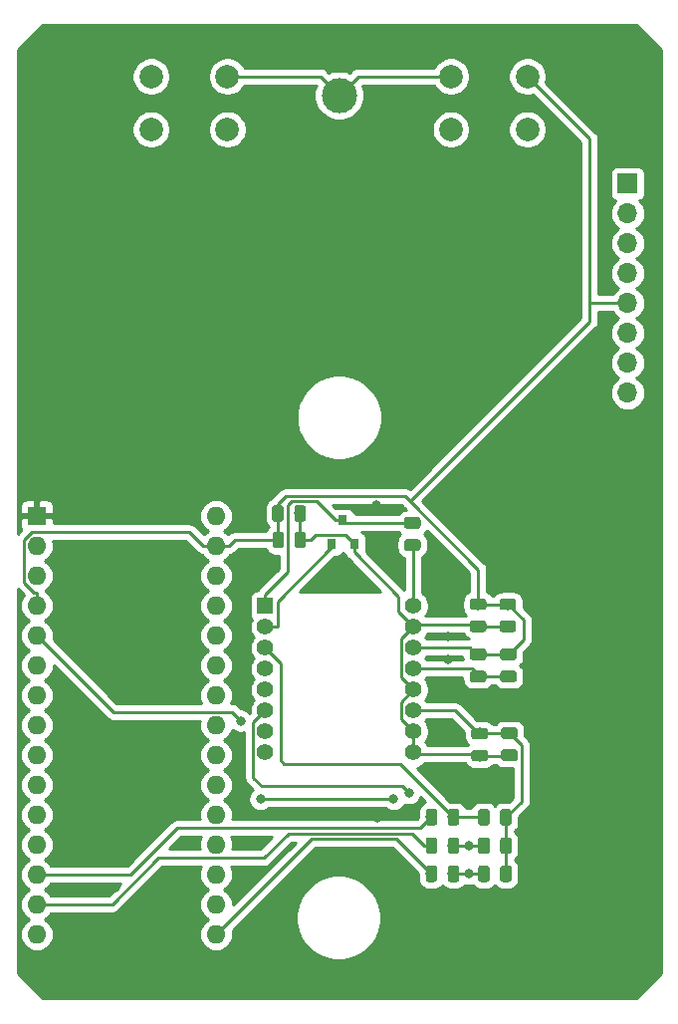
<source format=gbr>
G04 #@! TF.GenerationSoftware,KiCad,Pcbnew,(5.1.0-0)*
G04 #@! TF.CreationDate,2020-10-15T12:17:16+01:00*
G04 #@! TF.ProjectId,OpenLaserMouse,4f70656e-4c61-4736-9572-4d6f7573652e,rev?*
G04 #@! TF.SameCoordinates,Original*
G04 #@! TF.FileFunction,Copper,L1,Top*
G04 #@! TF.FilePolarity,Positive*
%FSLAX46Y46*%
G04 Gerber Fmt 4.6, Leading zero omitted, Abs format (unit mm)*
G04 Created by KiCad (PCBNEW (5.1.0-0)) date 2020-10-15 12:17:16*
%MOMM*%
%LPD*%
G04 APERTURE LIST*
%ADD10C,0.100000*%
%ADD11C,0.975000*%
%ADD12R,0.800000X0.900000*%
%ADD13C,3.000000*%
%ADD14O,1.600000X1.600000*%
%ADD15R,1.600000X1.600000*%
%ADD16C,2.000000*%
%ADD17O,1.700000X1.700000*%
%ADD18R,1.700000X1.700000*%
%ADD19C,1.400000*%
%ADD20R,1.400000X1.400000*%
%ADD21C,0.800000*%
%ADD22C,0.250000*%
%ADD23C,0.254000*%
G04 APERTURE END LIST*
D10*
G36*
X80572042Y-112077174D02*
G01*
X80595703Y-112080684D01*
X80618907Y-112086496D01*
X80641429Y-112094554D01*
X80663053Y-112104782D01*
X80683570Y-112117079D01*
X80702783Y-112131329D01*
X80720507Y-112147393D01*
X80736571Y-112165117D01*
X80750821Y-112184330D01*
X80763118Y-112204847D01*
X80773346Y-112226471D01*
X80781404Y-112248993D01*
X80787216Y-112272197D01*
X80790726Y-112295858D01*
X80791900Y-112319750D01*
X80791900Y-113232250D01*
X80790726Y-113256142D01*
X80787216Y-113279803D01*
X80781404Y-113303007D01*
X80773346Y-113325529D01*
X80763118Y-113347153D01*
X80750821Y-113367670D01*
X80736571Y-113386883D01*
X80720507Y-113404607D01*
X80702783Y-113420671D01*
X80683570Y-113434921D01*
X80663053Y-113447218D01*
X80641429Y-113457446D01*
X80618907Y-113465504D01*
X80595703Y-113471316D01*
X80572042Y-113474826D01*
X80548150Y-113476000D01*
X80060650Y-113476000D01*
X80036758Y-113474826D01*
X80013097Y-113471316D01*
X79989893Y-113465504D01*
X79967371Y-113457446D01*
X79945747Y-113447218D01*
X79925230Y-113434921D01*
X79906017Y-113420671D01*
X79888293Y-113404607D01*
X79872229Y-113386883D01*
X79857979Y-113367670D01*
X79845682Y-113347153D01*
X79835454Y-113325529D01*
X79827396Y-113303007D01*
X79821584Y-113279803D01*
X79818074Y-113256142D01*
X79816900Y-113232250D01*
X79816900Y-112319750D01*
X79818074Y-112295858D01*
X79821584Y-112272197D01*
X79827396Y-112248993D01*
X79835454Y-112226471D01*
X79845682Y-112204847D01*
X79857979Y-112184330D01*
X79872229Y-112165117D01*
X79888293Y-112147393D01*
X79906017Y-112131329D01*
X79925230Y-112117079D01*
X79945747Y-112104782D01*
X79967371Y-112094554D01*
X79989893Y-112086496D01*
X80013097Y-112080684D01*
X80036758Y-112077174D01*
X80060650Y-112076000D01*
X80548150Y-112076000D01*
X80572042Y-112077174D01*
X80572042Y-112077174D01*
G37*
D11*
X80304400Y-112776000D03*
D10*
G36*
X82447042Y-112077174D02*
G01*
X82470703Y-112080684D01*
X82493907Y-112086496D01*
X82516429Y-112094554D01*
X82538053Y-112104782D01*
X82558570Y-112117079D01*
X82577783Y-112131329D01*
X82595507Y-112147393D01*
X82611571Y-112165117D01*
X82625821Y-112184330D01*
X82638118Y-112204847D01*
X82648346Y-112226471D01*
X82656404Y-112248993D01*
X82662216Y-112272197D01*
X82665726Y-112295858D01*
X82666900Y-112319750D01*
X82666900Y-113232250D01*
X82665726Y-113256142D01*
X82662216Y-113279803D01*
X82656404Y-113303007D01*
X82648346Y-113325529D01*
X82638118Y-113347153D01*
X82625821Y-113367670D01*
X82611571Y-113386883D01*
X82595507Y-113404607D01*
X82577783Y-113420671D01*
X82558570Y-113434921D01*
X82538053Y-113447218D01*
X82516429Y-113457446D01*
X82493907Y-113465504D01*
X82470703Y-113471316D01*
X82447042Y-113474826D01*
X82423150Y-113476000D01*
X81935650Y-113476000D01*
X81911758Y-113474826D01*
X81888097Y-113471316D01*
X81864893Y-113465504D01*
X81842371Y-113457446D01*
X81820747Y-113447218D01*
X81800230Y-113434921D01*
X81781017Y-113420671D01*
X81763293Y-113404607D01*
X81747229Y-113386883D01*
X81732979Y-113367670D01*
X81720682Y-113347153D01*
X81710454Y-113325529D01*
X81702396Y-113303007D01*
X81696584Y-113279803D01*
X81693074Y-113256142D01*
X81691900Y-113232250D01*
X81691900Y-112319750D01*
X81693074Y-112295858D01*
X81696584Y-112272197D01*
X81702396Y-112248993D01*
X81710454Y-112226471D01*
X81720682Y-112204847D01*
X81732979Y-112184330D01*
X81747229Y-112165117D01*
X81763293Y-112147393D01*
X81781017Y-112131329D01*
X81800230Y-112117079D01*
X81820747Y-112104782D01*
X81842371Y-112094554D01*
X81864893Y-112086496D01*
X81888097Y-112080684D01*
X81911758Y-112077174D01*
X81935650Y-112076000D01*
X82423150Y-112076000D01*
X82447042Y-112077174D01*
X82447042Y-112077174D01*
G37*
D11*
X82179400Y-112776000D03*
D10*
G36*
X76114342Y-112077174D02*
G01*
X76138003Y-112080684D01*
X76161207Y-112086496D01*
X76183729Y-112094554D01*
X76205353Y-112104782D01*
X76225870Y-112117079D01*
X76245083Y-112131329D01*
X76262807Y-112147393D01*
X76278871Y-112165117D01*
X76293121Y-112184330D01*
X76305418Y-112204847D01*
X76315646Y-112226471D01*
X76323704Y-112248993D01*
X76329516Y-112272197D01*
X76333026Y-112295858D01*
X76334200Y-112319750D01*
X76334200Y-113232250D01*
X76333026Y-113256142D01*
X76329516Y-113279803D01*
X76323704Y-113303007D01*
X76315646Y-113325529D01*
X76305418Y-113347153D01*
X76293121Y-113367670D01*
X76278871Y-113386883D01*
X76262807Y-113404607D01*
X76245083Y-113420671D01*
X76225870Y-113434921D01*
X76205353Y-113447218D01*
X76183729Y-113457446D01*
X76161207Y-113465504D01*
X76138003Y-113471316D01*
X76114342Y-113474826D01*
X76090450Y-113476000D01*
X75602950Y-113476000D01*
X75579058Y-113474826D01*
X75555397Y-113471316D01*
X75532193Y-113465504D01*
X75509671Y-113457446D01*
X75488047Y-113447218D01*
X75467530Y-113434921D01*
X75448317Y-113420671D01*
X75430593Y-113404607D01*
X75414529Y-113386883D01*
X75400279Y-113367670D01*
X75387982Y-113347153D01*
X75377754Y-113325529D01*
X75369696Y-113303007D01*
X75363884Y-113279803D01*
X75360374Y-113256142D01*
X75359200Y-113232250D01*
X75359200Y-112319750D01*
X75360374Y-112295858D01*
X75363884Y-112272197D01*
X75369696Y-112248993D01*
X75377754Y-112226471D01*
X75387982Y-112204847D01*
X75400279Y-112184330D01*
X75414529Y-112165117D01*
X75430593Y-112147393D01*
X75448317Y-112131329D01*
X75467530Y-112117079D01*
X75488047Y-112104782D01*
X75509671Y-112094554D01*
X75532193Y-112086496D01*
X75555397Y-112080684D01*
X75579058Y-112077174D01*
X75602950Y-112076000D01*
X76090450Y-112076000D01*
X76114342Y-112077174D01*
X76114342Y-112077174D01*
G37*
D11*
X75846700Y-112776000D03*
D10*
G36*
X77989342Y-112077174D02*
G01*
X78013003Y-112080684D01*
X78036207Y-112086496D01*
X78058729Y-112094554D01*
X78080353Y-112104782D01*
X78100870Y-112117079D01*
X78120083Y-112131329D01*
X78137807Y-112147393D01*
X78153871Y-112165117D01*
X78168121Y-112184330D01*
X78180418Y-112204847D01*
X78190646Y-112226471D01*
X78198704Y-112248993D01*
X78204516Y-112272197D01*
X78208026Y-112295858D01*
X78209200Y-112319750D01*
X78209200Y-113232250D01*
X78208026Y-113256142D01*
X78204516Y-113279803D01*
X78198704Y-113303007D01*
X78190646Y-113325529D01*
X78180418Y-113347153D01*
X78168121Y-113367670D01*
X78153871Y-113386883D01*
X78137807Y-113404607D01*
X78120083Y-113420671D01*
X78100870Y-113434921D01*
X78080353Y-113447218D01*
X78058729Y-113457446D01*
X78036207Y-113465504D01*
X78013003Y-113471316D01*
X77989342Y-113474826D01*
X77965450Y-113476000D01*
X77477950Y-113476000D01*
X77454058Y-113474826D01*
X77430397Y-113471316D01*
X77407193Y-113465504D01*
X77384671Y-113457446D01*
X77363047Y-113447218D01*
X77342530Y-113434921D01*
X77323317Y-113420671D01*
X77305593Y-113404607D01*
X77289529Y-113386883D01*
X77275279Y-113367670D01*
X77262982Y-113347153D01*
X77252754Y-113325529D01*
X77244696Y-113303007D01*
X77238884Y-113279803D01*
X77235374Y-113256142D01*
X77234200Y-113232250D01*
X77234200Y-112319750D01*
X77235374Y-112295858D01*
X77238884Y-112272197D01*
X77244696Y-112248993D01*
X77252754Y-112226471D01*
X77262982Y-112204847D01*
X77275279Y-112184330D01*
X77289529Y-112165117D01*
X77305593Y-112147393D01*
X77323317Y-112131329D01*
X77342530Y-112117079D01*
X77363047Y-112104782D01*
X77384671Y-112094554D01*
X77407193Y-112086496D01*
X77430397Y-112080684D01*
X77454058Y-112077174D01*
X77477950Y-112076000D01*
X77965450Y-112076000D01*
X77989342Y-112077174D01*
X77989342Y-112077174D01*
G37*
D11*
X77721700Y-112776000D03*
D10*
G36*
X80572042Y-109676374D02*
G01*
X80595703Y-109679884D01*
X80618907Y-109685696D01*
X80641429Y-109693754D01*
X80663053Y-109703982D01*
X80683570Y-109716279D01*
X80702783Y-109730529D01*
X80720507Y-109746593D01*
X80736571Y-109764317D01*
X80750821Y-109783530D01*
X80763118Y-109804047D01*
X80773346Y-109825671D01*
X80781404Y-109848193D01*
X80787216Y-109871397D01*
X80790726Y-109895058D01*
X80791900Y-109918950D01*
X80791900Y-110831450D01*
X80790726Y-110855342D01*
X80787216Y-110879003D01*
X80781404Y-110902207D01*
X80773346Y-110924729D01*
X80763118Y-110946353D01*
X80750821Y-110966870D01*
X80736571Y-110986083D01*
X80720507Y-111003807D01*
X80702783Y-111019871D01*
X80683570Y-111034121D01*
X80663053Y-111046418D01*
X80641429Y-111056646D01*
X80618907Y-111064704D01*
X80595703Y-111070516D01*
X80572042Y-111074026D01*
X80548150Y-111075200D01*
X80060650Y-111075200D01*
X80036758Y-111074026D01*
X80013097Y-111070516D01*
X79989893Y-111064704D01*
X79967371Y-111056646D01*
X79945747Y-111046418D01*
X79925230Y-111034121D01*
X79906017Y-111019871D01*
X79888293Y-111003807D01*
X79872229Y-110986083D01*
X79857979Y-110966870D01*
X79845682Y-110946353D01*
X79835454Y-110924729D01*
X79827396Y-110902207D01*
X79821584Y-110879003D01*
X79818074Y-110855342D01*
X79816900Y-110831450D01*
X79816900Y-109918950D01*
X79818074Y-109895058D01*
X79821584Y-109871397D01*
X79827396Y-109848193D01*
X79835454Y-109825671D01*
X79845682Y-109804047D01*
X79857979Y-109783530D01*
X79872229Y-109764317D01*
X79888293Y-109746593D01*
X79906017Y-109730529D01*
X79925230Y-109716279D01*
X79945747Y-109703982D01*
X79967371Y-109693754D01*
X79989893Y-109685696D01*
X80013097Y-109679884D01*
X80036758Y-109676374D01*
X80060650Y-109675200D01*
X80548150Y-109675200D01*
X80572042Y-109676374D01*
X80572042Y-109676374D01*
G37*
D11*
X80304400Y-110375200D03*
D10*
G36*
X82447042Y-109676374D02*
G01*
X82470703Y-109679884D01*
X82493907Y-109685696D01*
X82516429Y-109693754D01*
X82538053Y-109703982D01*
X82558570Y-109716279D01*
X82577783Y-109730529D01*
X82595507Y-109746593D01*
X82611571Y-109764317D01*
X82625821Y-109783530D01*
X82638118Y-109804047D01*
X82648346Y-109825671D01*
X82656404Y-109848193D01*
X82662216Y-109871397D01*
X82665726Y-109895058D01*
X82666900Y-109918950D01*
X82666900Y-110831450D01*
X82665726Y-110855342D01*
X82662216Y-110879003D01*
X82656404Y-110902207D01*
X82648346Y-110924729D01*
X82638118Y-110946353D01*
X82625821Y-110966870D01*
X82611571Y-110986083D01*
X82595507Y-111003807D01*
X82577783Y-111019871D01*
X82558570Y-111034121D01*
X82538053Y-111046418D01*
X82516429Y-111056646D01*
X82493907Y-111064704D01*
X82470703Y-111070516D01*
X82447042Y-111074026D01*
X82423150Y-111075200D01*
X81935650Y-111075200D01*
X81911758Y-111074026D01*
X81888097Y-111070516D01*
X81864893Y-111064704D01*
X81842371Y-111056646D01*
X81820747Y-111046418D01*
X81800230Y-111034121D01*
X81781017Y-111019871D01*
X81763293Y-111003807D01*
X81747229Y-110986083D01*
X81732979Y-110966870D01*
X81720682Y-110946353D01*
X81710454Y-110924729D01*
X81702396Y-110902207D01*
X81696584Y-110879003D01*
X81693074Y-110855342D01*
X81691900Y-110831450D01*
X81691900Y-109918950D01*
X81693074Y-109895058D01*
X81696584Y-109871397D01*
X81702396Y-109848193D01*
X81710454Y-109825671D01*
X81720682Y-109804047D01*
X81732979Y-109783530D01*
X81747229Y-109764317D01*
X81763293Y-109746593D01*
X81781017Y-109730529D01*
X81800230Y-109716279D01*
X81820747Y-109703982D01*
X81842371Y-109693754D01*
X81864893Y-109685696D01*
X81888097Y-109679884D01*
X81911758Y-109676374D01*
X81935650Y-109675200D01*
X82423150Y-109675200D01*
X82447042Y-109676374D01*
X82447042Y-109676374D01*
G37*
D11*
X82179400Y-110375200D03*
D10*
G36*
X76114342Y-109676374D02*
G01*
X76138003Y-109679884D01*
X76161207Y-109685696D01*
X76183729Y-109693754D01*
X76205353Y-109703982D01*
X76225870Y-109716279D01*
X76245083Y-109730529D01*
X76262807Y-109746593D01*
X76278871Y-109764317D01*
X76293121Y-109783530D01*
X76305418Y-109804047D01*
X76315646Y-109825671D01*
X76323704Y-109848193D01*
X76329516Y-109871397D01*
X76333026Y-109895058D01*
X76334200Y-109918950D01*
X76334200Y-110831450D01*
X76333026Y-110855342D01*
X76329516Y-110879003D01*
X76323704Y-110902207D01*
X76315646Y-110924729D01*
X76305418Y-110946353D01*
X76293121Y-110966870D01*
X76278871Y-110986083D01*
X76262807Y-111003807D01*
X76245083Y-111019871D01*
X76225870Y-111034121D01*
X76205353Y-111046418D01*
X76183729Y-111056646D01*
X76161207Y-111064704D01*
X76138003Y-111070516D01*
X76114342Y-111074026D01*
X76090450Y-111075200D01*
X75602950Y-111075200D01*
X75579058Y-111074026D01*
X75555397Y-111070516D01*
X75532193Y-111064704D01*
X75509671Y-111056646D01*
X75488047Y-111046418D01*
X75467530Y-111034121D01*
X75448317Y-111019871D01*
X75430593Y-111003807D01*
X75414529Y-110986083D01*
X75400279Y-110966870D01*
X75387982Y-110946353D01*
X75377754Y-110924729D01*
X75369696Y-110902207D01*
X75363884Y-110879003D01*
X75360374Y-110855342D01*
X75359200Y-110831450D01*
X75359200Y-109918950D01*
X75360374Y-109895058D01*
X75363884Y-109871397D01*
X75369696Y-109848193D01*
X75377754Y-109825671D01*
X75387982Y-109804047D01*
X75400279Y-109783530D01*
X75414529Y-109764317D01*
X75430593Y-109746593D01*
X75448317Y-109730529D01*
X75467530Y-109716279D01*
X75488047Y-109703982D01*
X75509671Y-109693754D01*
X75532193Y-109685696D01*
X75555397Y-109679884D01*
X75579058Y-109676374D01*
X75602950Y-109675200D01*
X76090450Y-109675200D01*
X76114342Y-109676374D01*
X76114342Y-109676374D01*
G37*
D11*
X75846700Y-110375200D03*
D10*
G36*
X77989342Y-109676374D02*
G01*
X78013003Y-109679884D01*
X78036207Y-109685696D01*
X78058729Y-109693754D01*
X78080353Y-109703982D01*
X78100870Y-109716279D01*
X78120083Y-109730529D01*
X78137807Y-109746593D01*
X78153871Y-109764317D01*
X78168121Y-109783530D01*
X78180418Y-109804047D01*
X78190646Y-109825671D01*
X78198704Y-109848193D01*
X78204516Y-109871397D01*
X78208026Y-109895058D01*
X78209200Y-109918950D01*
X78209200Y-110831450D01*
X78208026Y-110855342D01*
X78204516Y-110879003D01*
X78198704Y-110902207D01*
X78190646Y-110924729D01*
X78180418Y-110946353D01*
X78168121Y-110966870D01*
X78153871Y-110986083D01*
X78137807Y-111003807D01*
X78120083Y-111019871D01*
X78100870Y-111034121D01*
X78080353Y-111046418D01*
X78058729Y-111056646D01*
X78036207Y-111064704D01*
X78013003Y-111070516D01*
X77989342Y-111074026D01*
X77965450Y-111075200D01*
X77477950Y-111075200D01*
X77454058Y-111074026D01*
X77430397Y-111070516D01*
X77407193Y-111064704D01*
X77384671Y-111056646D01*
X77363047Y-111046418D01*
X77342530Y-111034121D01*
X77323317Y-111019871D01*
X77305593Y-111003807D01*
X77289529Y-110986083D01*
X77275279Y-110966870D01*
X77262982Y-110946353D01*
X77252754Y-110924729D01*
X77244696Y-110902207D01*
X77238884Y-110879003D01*
X77235374Y-110855342D01*
X77234200Y-110831450D01*
X77234200Y-109918950D01*
X77235374Y-109895058D01*
X77238884Y-109871397D01*
X77244696Y-109848193D01*
X77252754Y-109825671D01*
X77262982Y-109804047D01*
X77275279Y-109783530D01*
X77289529Y-109764317D01*
X77305593Y-109746593D01*
X77323317Y-109730529D01*
X77342530Y-109716279D01*
X77363047Y-109703982D01*
X77384671Y-109693754D01*
X77407193Y-109685696D01*
X77430397Y-109679884D01*
X77454058Y-109676374D01*
X77477950Y-109675200D01*
X77965450Y-109675200D01*
X77989342Y-109676374D01*
X77989342Y-109676374D01*
G37*
D11*
X77721700Y-110375200D03*
D10*
G36*
X80572042Y-107263374D02*
G01*
X80595703Y-107266884D01*
X80618907Y-107272696D01*
X80641429Y-107280754D01*
X80663053Y-107290982D01*
X80683570Y-107303279D01*
X80702783Y-107317529D01*
X80720507Y-107333593D01*
X80736571Y-107351317D01*
X80750821Y-107370530D01*
X80763118Y-107391047D01*
X80773346Y-107412671D01*
X80781404Y-107435193D01*
X80787216Y-107458397D01*
X80790726Y-107482058D01*
X80791900Y-107505950D01*
X80791900Y-108418450D01*
X80790726Y-108442342D01*
X80787216Y-108466003D01*
X80781404Y-108489207D01*
X80773346Y-108511729D01*
X80763118Y-108533353D01*
X80750821Y-108553870D01*
X80736571Y-108573083D01*
X80720507Y-108590807D01*
X80702783Y-108606871D01*
X80683570Y-108621121D01*
X80663053Y-108633418D01*
X80641429Y-108643646D01*
X80618907Y-108651704D01*
X80595703Y-108657516D01*
X80572042Y-108661026D01*
X80548150Y-108662200D01*
X80060650Y-108662200D01*
X80036758Y-108661026D01*
X80013097Y-108657516D01*
X79989893Y-108651704D01*
X79967371Y-108643646D01*
X79945747Y-108633418D01*
X79925230Y-108621121D01*
X79906017Y-108606871D01*
X79888293Y-108590807D01*
X79872229Y-108573083D01*
X79857979Y-108553870D01*
X79845682Y-108533353D01*
X79835454Y-108511729D01*
X79827396Y-108489207D01*
X79821584Y-108466003D01*
X79818074Y-108442342D01*
X79816900Y-108418450D01*
X79816900Y-107505950D01*
X79818074Y-107482058D01*
X79821584Y-107458397D01*
X79827396Y-107435193D01*
X79835454Y-107412671D01*
X79845682Y-107391047D01*
X79857979Y-107370530D01*
X79872229Y-107351317D01*
X79888293Y-107333593D01*
X79906017Y-107317529D01*
X79925230Y-107303279D01*
X79945747Y-107290982D01*
X79967371Y-107280754D01*
X79989893Y-107272696D01*
X80013097Y-107266884D01*
X80036758Y-107263374D01*
X80060650Y-107262200D01*
X80548150Y-107262200D01*
X80572042Y-107263374D01*
X80572042Y-107263374D01*
G37*
D11*
X80304400Y-107962200D03*
D10*
G36*
X82447042Y-107263374D02*
G01*
X82470703Y-107266884D01*
X82493907Y-107272696D01*
X82516429Y-107280754D01*
X82538053Y-107290982D01*
X82558570Y-107303279D01*
X82577783Y-107317529D01*
X82595507Y-107333593D01*
X82611571Y-107351317D01*
X82625821Y-107370530D01*
X82638118Y-107391047D01*
X82648346Y-107412671D01*
X82656404Y-107435193D01*
X82662216Y-107458397D01*
X82665726Y-107482058D01*
X82666900Y-107505950D01*
X82666900Y-108418450D01*
X82665726Y-108442342D01*
X82662216Y-108466003D01*
X82656404Y-108489207D01*
X82648346Y-108511729D01*
X82638118Y-108533353D01*
X82625821Y-108553870D01*
X82611571Y-108573083D01*
X82595507Y-108590807D01*
X82577783Y-108606871D01*
X82558570Y-108621121D01*
X82538053Y-108633418D01*
X82516429Y-108643646D01*
X82493907Y-108651704D01*
X82470703Y-108657516D01*
X82447042Y-108661026D01*
X82423150Y-108662200D01*
X81935650Y-108662200D01*
X81911758Y-108661026D01*
X81888097Y-108657516D01*
X81864893Y-108651704D01*
X81842371Y-108643646D01*
X81820747Y-108633418D01*
X81800230Y-108621121D01*
X81781017Y-108606871D01*
X81763293Y-108590807D01*
X81747229Y-108573083D01*
X81732979Y-108553870D01*
X81720682Y-108533353D01*
X81710454Y-108511729D01*
X81702396Y-108489207D01*
X81696584Y-108466003D01*
X81693074Y-108442342D01*
X81691900Y-108418450D01*
X81691900Y-107505950D01*
X81693074Y-107482058D01*
X81696584Y-107458397D01*
X81702396Y-107435193D01*
X81710454Y-107412671D01*
X81720682Y-107391047D01*
X81732979Y-107370530D01*
X81747229Y-107351317D01*
X81763293Y-107333593D01*
X81781017Y-107317529D01*
X81800230Y-107303279D01*
X81820747Y-107290982D01*
X81842371Y-107280754D01*
X81864893Y-107272696D01*
X81888097Y-107266884D01*
X81911758Y-107263374D01*
X81935650Y-107262200D01*
X82423150Y-107262200D01*
X82447042Y-107263374D01*
X82447042Y-107263374D01*
G37*
D11*
X82179400Y-107962200D03*
D10*
G36*
X76114342Y-107263374D02*
G01*
X76138003Y-107266884D01*
X76161207Y-107272696D01*
X76183729Y-107280754D01*
X76205353Y-107290982D01*
X76225870Y-107303279D01*
X76245083Y-107317529D01*
X76262807Y-107333593D01*
X76278871Y-107351317D01*
X76293121Y-107370530D01*
X76305418Y-107391047D01*
X76315646Y-107412671D01*
X76323704Y-107435193D01*
X76329516Y-107458397D01*
X76333026Y-107482058D01*
X76334200Y-107505950D01*
X76334200Y-108418450D01*
X76333026Y-108442342D01*
X76329516Y-108466003D01*
X76323704Y-108489207D01*
X76315646Y-108511729D01*
X76305418Y-108533353D01*
X76293121Y-108553870D01*
X76278871Y-108573083D01*
X76262807Y-108590807D01*
X76245083Y-108606871D01*
X76225870Y-108621121D01*
X76205353Y-108633418D01*
X76183729Y-108643646D01*
X76161207Y-108651704D01*
X76138003Y-108657516D01*
X76114342Y-108661026D01*
X76090450Y-108662200D01*
X75602950Y-108662200D01*
X75579058Y-108661026D01*
X75555397Y-108657516D01*
X75532193Y-108651704D01*
X75509671Y-108643646D01*
X75488047Y-108633418D01*
X75467530Y-108621121D01*
X75448317Y-108606871D01*
X75430593Y-108590807D01*
X75414529Y-108573083D01*
X75400279Y-108553870D01*
X75387982Y-108533353D01*
X75377754Y-108511729D01*
X75369696Y-108489207D01*
X75363884Y-108466003D01*
X75360374Y-108442342D01*
X75359200Y-108418450D01*
X75359200Y-107505950D01*
X75360374Y-107482058D01*
X75363884Y-107458397D01*
X75369696Y-107435193D01*
X75377754Y-107412671D01*
X75387982Y-107391047D01*
X75400279Y-107370530D01*
X75414529Y-107351317D01*
X75430593Y-107333593D01*
X75448317Y-107317529D01*
X75467530Y-107303279D01*
X75488047Y-107290982D01*
X75509671Y-107280754D01*
X75532193Y-107272696D01*
X75555397Y-107266884D01*
X75579058Y-107263374D01*
X75602950Y-107262200D01*
X76090450Y-107262200D01*
X76114342Y-107263374D01*
X76114342Y-107263374D01*
G37*
D11*
X75846700Y-107962200D03*
D10*
G36*
X77989342Y-107263374D02*
G01*
X78013003Y-107266884D01*
X78036207Y-107272696D01*
X78058729Y-107280754D01*
X78080353Y-107290982D01*
X78100870Y-107303279D01*
X78120083Y-107317529D01*
X78137807Y-107333593D01*
X78153871Y-107351317D01*
X78168121Y-107370530D01*
X78180418Y-107391047D01*
X78190646Y-107412671D01*
X78198704Y-107435193D01*
X78204516Y-107458397D01*
X78208026Y-107482058D01*
X78209200Y-107505950D01*
X78209200Y-108418450D01*
X78208026Y-108442342D01*
X78204516Y-108466003D01*
X78198704Y-108489207D01*
X78190646Y-108511729D01*
X78180418Y-108533353D01*
X78168121Y-108553870D01*
X78153871Y-108573083D01*
X78137807Y-108590807D01*
X78120083Y-108606871D01*
X78100870Y-108621121D01*
X78080353Y-108633418D01*
X78058729Y-108643646D01*
X78036207Y-108651704D01*
X78013003Y-108657516D01*
X77989342Y-108661026D01*
X77965450Y-108662200D01*
X77477950Y-108662200D01*
X77454058Y-108661026D01*
X77430397Y-108657516D01*
X77407193Y-108651704D01*
X77384671Y-108643646D01*
X77363047Y-108633418D01*
X77342530Y-108621121D01*
X77323317Y-108606871D01*
X77305593Y-108590807D01*
X77289529Y-108573083D01*
X77275279Y-108553870D01*
X77262982Y-108533353D01*
X77252754Y-108511729D01*
X77244696Y-108489207D01*
X77238884Y-108466003D01*
X77235374Y-108442342D01*
X77234200Y-108418450D01*
X77234200Y-107505950D01*
X77235374Y-107482058D01*
X77238884Y-107458397D01*
X77244696Y-107435193D01*
X77252754Y-107412671D01*
X77262982Y-107391047D01*
X77275279Y-107370530D01*
X77289529Y-107351317D01*
X77305593Y-107333593D01*
X77323317Y-107317529D01*
X77342530Y-107303279D01*
X77363047Y-107290982D01*
X77384671Y-107280754D01*
X77407193Y-107272696D01*
X77430397Y-107266884D01*
X77454058Y-107263374D01*
X77477950Y-107262200D01*
X77965450Y-107262200D01*
X77989342Y-107263374D01*
X77989342Y-107263374D01*
G37*
D11*
X77721700Y-107962200D03*
D12*
X68318000Y-82741500D03*
X69268000Y-84741500D03*
X67368000Y-84741500D03*
D10*
G36*
X64959142Y-83692674D02*
G01*
X64982803Y-83696184D01*
X65006007Y-83701996D01*
X65028529Y-83710054D01*
X65050153Y-83720282D01*
X65070670Y-83732579D01*
X65089883Y-83746829D01*
X65107607Y-83762893D01*
X65123671Y-83780617D01*
X65137921Y-83799830D01*
X65150218Y-83820347D01*
X65160446Y-83841971D01*
X65168504Y-83864493D01*
X65174316Y-83887697D01*
X65177826Y-83911358D01*
X65179000Y-83935250D01*
X65179000Y-84847750D01*
X65177826Y-84871642D01*
X65174316Y-84895303D01*
X65168504Y-84918507D01*
X65160446Y-84941029D01*
X65150218Y-84962653D01*
X65137921Y-84983170D01*
X65123671Y-85002383D01*
X65107607Y-85020107D01*
X65089883Y-85036171D01*
X65070670Y-85050421D01*
X65050153Y-85062718D01*
X65028529Y-85072946D01*
X65006007Y-85081004D01*
X64982803Y-85086816D01*
X64959142Y-85090326D01*
X64935250Y-85091500D01*
X64447750Y-85091500D01*
X64423858Y-85090326D01*
X64400197Y-85086816D01*
X64376993Y-85081004D01*
X64354471Y-85072946D01*
X64332847Y-85062718D01*
X64312330Y-85050421D01*
X64293117Y-85036171D01*
X64275393Y-85020107D01*
X64259329Y-85002383D01*
X64245079Y-84983170D01*
X64232782Y-84962653D01*
X64222554Y-84941029D01*
X64214496Y-84918507D01*
X64208684Y-84895303D01*
X64205174Y-84871642D01*
X64204000Y-84847750D01*
X64204000Y-83935250D01*
X64205174Y-83911358D01*
X64208684Y-83887697D01*
X64214496Y-83864493D01*
X64222554Y-83841971D01*
X64232782Y-83820347D01*
X64245079Y-83799830D01*
X64259329Y-83780617D01*
X64275393Y-83762893D01*
X64293117Y-83746829D01*
X64312330Y-83732579D01*
X64332847Y-83720282D01*
X64354471Y-83710054D01*
X64376993Y-83701996D01*
X64400197Y-83696184D01*
X64423858Y-83692674D01*
X64447750Y-83691500D01*
X64935250Y-83691500D01*
X64959142Y-83692674D01*
X64959142Y-83692674D01*
G37*
D11*
X64691500Y-84391500D03*
D10*
G36*
X63084142Y-83692674D02*
G01*
X63107803Y-83696184D01*
X63131007Y-83701996D01*
X63153529Y-83710054D01*
X63175153Y-83720282D01*
X63195670Y-83732579D01*
X63214883Y-83746829D01*
X63232607Y-83762893D01*
X63248671Y-83780617D01*
X63262921Y-83799830D01*
X63275218Y-83820347D01*
X63285446Y-83841971D01*
X63293504Y-83864493D01*
X63299316Y-83887697D01*
X63302826Y-83911358D01*
X63304000Y-83935250D01*
X63304000Y-84847750D01*
X63302826Y-84871642D01*
X63299316Y-84895303D01*
X63293504Y-84918507D01*
X63285446Y-84941029D01*
X63275218Y-84962653D01*
X63262921Y-84983170D01*
X63248671Y-85002383D01*
X63232607Y-85020107D01*
X63214883Y-85036171D01*
X63195670Y-85050421D01*
X63175153Y-85062718D01*
X63153529Y-85072946D01*
X63131007Y-85081004D01*
X63107803Y-85086816D01*
X63084142Y-85090326D01*
X63060250Y-85091500D01*
X62572750Y-85091500D01*
X62548858Y-85090326D01*
X62525197Y-85086816D01*
X62501993Y-85081004D01*
X62479471Y-85072946D01*
X62457847Y-85062718D01*
X62437330Y-85050421D01*
X62418117Y-85036171D01*
X62400393Y-85020107D01*
X62384329Y-85002383D01*
X62370079Y-84983170D01*
X62357782Y-84962653D01*
X62347554Y-84941029D01*
X62339496Y-84918507D01*
X62333684Y-84895303D01*
X62330174Y-84871642D01*
X62329000Y-84847750D01*
X62329000Y-83935250D01*
X62330174Y-83911358D01*
X62333684Y-83887697D01*
X62339496Y-83864493D01*
X62347554Y-83841971D01*
X62357782Y-83820347D01*
X62370079Y-83799830D01*
X62384329Y-83780617D01*
X62400393Y-83762893D01*
X62418117Y-83746829D01*
X62437330Y-83732579D01*
X62457847Y-83720282D01*
X62479471Y-83710054D01*
X62501993Y-83701996D01*
X62525197Y-83696184D01*
X62548858Y-83692674D01*
X62572750Y-83691500D01*
X63060250Y-83691500D01*
X63084142Y-83692674D01*
X63084142Y-83692674D01*
G37*
D11*
X62816500Y-84391500D03*
D10*
G36*
X64936042Y-81444774D02*
G01*
X64959703Y-81448284D01*
X64982907Y-81454096D01*
X65005429Y-81462154D01*
X65027053Y-81472382D01*
X65047570Y-81484679D01*
X65066783Y-81498929D01*
X65084507Y-81514993D01*
X65100571Y-81532717D01*
X65114821Y-81551930D01*
X65127118Y-81572447D01*
X65137346Y-81594071D01*
X65145404Y-81616593D01*
X65151216Y-81639797D01*
X65154726Y-81663458D01*
X65155900Y-81687350D01*
X65155900Y-82599850D01*
X65154726Y-82623742D01*
X65151216Y-82647403D01*
X65145404Y-82670607D01*
X65137346Y-82693129D01*
X65127118Y-82714753D01*
X65114821Y-82735270D01*
X65100571Y-82754483D01*
X65084507Y-82772207D01*
X65066783Y-82788271D01*
X65047570Y-82802521D01*
X65027053Y-82814818D01*
X65005429Y-82825046D01*
X64982907Y-82833104D01*
X64959703Y-82838916D01*
X64936042Y-82842426D01*
X64912150Y-82843600D01*
X64424650Y-82843600D01*
X64400758Y-82842426D01*
X64377097Y-82838916D01*
X64353893Y-82833104D01*
X64331371Y-82825046D01*
X64309747Y-82814818D01*
X64289230Y-82802521D01*
X64270017Y-82788271D01*
X64252293Y-82772207D01*
X64236229Y-82754483D01*
X64221979Y-82735270D01*
X64209682Y-82714753D01*
X64199454Y-82693129D01*
X64191396Y-82670607D01*
X64185584Y-82647403D01*
X64182074Y-82623742D01*
X64180900Y-82599850D01*
X64180900Y-81687350D01*
X64182074Y-81663458D01*
X64185584Y-81639797D01*
X64191396Y-81616593D01*
X64199454Y-81594071D01*
X64209682Y-81572447D01*
X64221979Y-81551930D01*
X64236229Y-81532717D01*
X64252293Y-81514993D01*
X64270017Y-81498929D01*
X64289230Y-81484679D01*
X64309747Y-81472382D01*
X64331371Y-81462154D01*
X64353893Y-81454096D01*
X64377097Y-81448284D01*
X64400758Y-81444774D01*
X64424650Y-81443600D01*
X64912150Y-81443600D01*
X64936042Y-81444774D01*
X64936042Y-81444774D01*
G37*
D11*
X64668400Y-82143600D03*
D10*
G36*
X63061042Y-81444774D02*
G01*
X63084703Y-81448284D01*
X63107907Y-81454096D01*
X63130429Y-81462154D01*
X63152053Y-81472382D01*
X63172570Y-81484679D01*
X63191783Y-81498929D01*
X63209507Y-81514993D01*
X63225571Y-81532717D01*
X63239821Y-81551930D01*
X63252118Y-81572447D01*
X63262346Y-81594071D01*
X63270404Y-81616593D01*
X63276216Y-81639797D01*
X63279726Y-81663458D01*
X63280900Y-81687350D01*
X63280900Y-82599850D01*
X63279726Y-82623742D01*
X63276216Y-82647403D01*
X63270404Y-82670607D01*
X63262346Y-82693129D01*
X63252118Y-82714753D01*
X63239821Y-82735270D01*
X63225571Y-82754483D01*
X63209507Y-82772207D01*
X63191783Y-82788271D01*
X63172570Y-82802521D01*
X63152053Y-82814818D01*
X63130429Y-82825046D01*
X63107907Y-82833104D01*
X63084703Y-82838916D01*
X63061042Y-82842426D01*
X63037150Y-82843600D01*
X62549650Y-82843600D01*
X62525758Y-82842426D01*
X62502097Y-82838916D01*
X62478893Y-82833104D01*
X62456371Y-82825046D01*
X62434747Y-82814818D01*
X62414230Y-82802521D01*
X62395017Y-82788271D01*
X62377293Y-82772207D01*
X62361229Y-82754483D01*
X62346979Y-82735270D01*
X62334682Y-82714753D01*
X62324454Y-82693129D01*
X62316396Y-82670607D01*
X62310584Y-82647403D01*
X62307074Y-82623742D01*
X62305900Y-82599850D01*
X62305900Y-81687350D01*
X62307074Y-81663458D01*
X62310584Y-81639797D01*
X62316396Y-81616593D01*
X62324454Y-81594071D01*
X62334682Y-81572447D01*
X62346979Y-81551930D01*
X62361229Y-81532717D01*
X62377293Y-81514993D01*
X62395017Y-81498929D01*
X62414230Y-81484679D01*
X62434747Y-81472382D01*
X62456371Y-81462154D01*
X62478893Y-81454096D01*
X62502097Y-81448284D01*
X62525758Y-81444774D01*
X62549650Y-81443600D01*
X63037150Y-81443600D01*
X63061042Y-81444774D01*
X63061042Y-81444774D01*
G37*
D11*
X62793400Y-82143600D03*
D10*
G36*
X74711642Y-84334674D02*
G01*
X74735303Y-84338184D01*
X74758507Y-84343996D01*
X74781029Y-84352054D01*
X74802653Y-84362282D01*
X74823170Y-84374579D01*
X74842383Y-84388829D01*
X74860107Y-84404893D01*
X74876171Y-84422617D01*
X74890421Y-84441830D01*
X74902718Y-84462347D01*
X74912946Y-84483971D01*
X74921004Y-84506493D01*
X74926816Y-84529697D01*
X74930326Y-84553358D01*
X74931500Y-84577250D01*
X74931500Y-85064750D01*
X74930326Y-85088642D01*
X74926816Y-85112303D01*
X74921004Y-85135507D01*
X74912946Y-85158029D01*
X74902718Y-85179653D01*
X74890421Y-85200170D01*
X74876171Y-85219383D01*
X74860107Y-85237107D01*
X74842383Y-85253171D01*
X74823170Y-85267421D01*
X74802653Y-85279718D01*
X74781029Y-85289946D01*
X74758507Y-85298004D01*
X74735303Y-85303816D01*
X74711642Y-85307326D01*
X74687750Y-85308500D01*
X73775250Y-85308500D01*
X73751358Y-85307326D01*
X73727697Y-85303816D01*
X73704493Y-85298004D01*
X73681971Y-85289946D01*
X73660347Y-85279718D01*
X73639830Y-85267421D01*
X73620617Y-85253171D01*
X73602893Y-85237107D01*
X73586829Y-85219383D01*
X73572579Y-85200170D01*
X73560282Y-85179653D01*
X73550054Y-85158029D01*
X73541996Y-85135507D01*
X73536184Y-85112303D01*
X73532674Y-85088642D01*
X73531500Y-85064750D01*
X73531500Y-84577250D01*
X73532674Y-84553358D01*
X73536184Y-84529697D01*
X73541996Y-84506493D01*
X73550054Y-84483971D01*
X73560282Y-84462347D01*
X73572579Y-84441830D01*
X73586829Y-84422617D01*
X73602893Y-84404893D01*
X73620617Y-84388829D01*
X73639830Y-84374579D01*
X73660347Y-84362282D01*
X73681971Y-84352054D01*
X73704493Y-84343996D01*
X73727697Y-84338184D01*
X73751358Y-84334674D01*
X73775250Y-84333500D01*
X74687750Y-84333500D01*
X74711642Y-84334674D01*
X74711642Y-84334674D01*
G37*
D11*
X74231500Y-84821000D03*
D10*
G36*
X74711642Y-82459674D02*
G01*
X74735303Y-82463184D01*
X74758507Y-82468996D01*
X74781029Y-82477054D01*
X74802653Y-82487282D01*
X74823170Y-82499579D01*
X74842383Y-82513829D01*
X74860107Y-82529893D01*
X74876171Y-82547617D01*
X74890421Y-82566830D01*
X74902718Y-82587347D01*
X74912946Y-82608971D01*
X74921004Y-82631493D01*
X74926816Y-82654697D01*
X74930326Y-82678358D01*
X74931500Y-82702250D01*
X74931500Y-83189750D01*
X74930326Y-83213642D01*
X74926816Y-83237303D01*
X74921004Y-83260507D01*
X74912946Y-83283029D01*
X74902718Y-83304653D01*
X74890421Y-83325170D01*
X74876171Y-83344383D01*
X74860107Y-83362107D01*
X74842383Y-83378171D01*
X74823170Y-83392421D01*
X74802653Y-83404718D01*
X74781029Y-83414946D01*
X74758507Y-83423004D01*
X74735303Y-83428816D01*
X74711642Y-83432326D01*
X74687750Y-83433500D01*
X73775250Y-83433500D01*
X73751358Y-83432326D01*
X73727697Y-83428816D01*
X73704493Y-83423004D01*
X73681971Y-83414946D01*
X73660347Y-83404718D01*
X73639830Y-83392421D01*
X73620617Y-83378171D01*
X73602893Y-83362107D01*
X73586829Y-83344383D01*
X73572579Y-83325170D01*
X73560282Y-83304653D01*
X73550054Y-83283029D01*
X73541996Y-83260507D01*
X73536184Y-83237303D01*
X73532674Y-83213642D01*
X73531500Y-83189750D01*
X73531500Y-82702250D01*
X73532674Y-82678358D01*
X73536184Y-82654697D01*
X73541996Y-82631493D01*
X73550054Y-82608971D01*
X73560282Y-82587347D01*
X73572579Y-82566830D01*
X73586829Y-82547617D01*
X73602893Y-82529893D01*
X73620617Y-82513829D01*
X73639830Y-82499579D01*
X73660347Y-82487282D01*
X73681971Y-82477054D01*
X73704493Y-82468996D01*
X73727697Y-82463184D01*
X73751358Y-82459674D01*
X73775250Y-82458500D01*
X74687750Y-82458500D01*
X74711642Y-82459674D01*
X74711642Y-82459674D01*
G37*
D11*
X74231500Y-82946000D03*
D10*
G36*
X82826942Y-89381174D02*
G01*
X82850603Y-89384684D01*
X82873807Y-89390496D01*
X82896329Y-89398554D01*
X82917953Y-89408782D01*
X82938470Y-89421079D01*
X82957683Y-89435329D01*
X82975407Y-89451393D01*
X82991471Y-89469117D01*
X83005721Y-89488330D01*
X83018018Y-89508847D01*
X83028246Y-89530471D01*
X83036304Y-89552993D01*
X83042116Y-89576197D01*
X83045626Y-89599858D01*
X83046800Y-89623750D01*
X83046800Y-90111250D01*
X83045626Y-90135142D01*
X83042116Y-90158803D01*
X83036304Y-90182007D01*
X83028246Y-90204529D01*
X83018018Y-90226153D01*
X83005721Y-90246670D01*
X82991471Y-90265883D01*
X82975407Y-90283607D01*
X82957683Y-90299671D01*
X82938470Y-90313921D01*
X82917953Y-90326218D01*
X82896329Y-90336446D01*
X82873807Y-90344504D01*
X82850603Y-90350316D01*
X82826942Y-90353826D01*
X82803050Y-90355000D01*
X81890550Y-90355000D01*
X81866658Y-90353826D01*
X81842997Y-90350316D01*
X81819793Y-90344504D01*
X81797271Y-90336446D01*
X81775647Y-90326218D01*
X81755130Y-90313921D01*
X81735917Y-90299671D01*
X81718193Y-90283607D01*
X81702129Y-90265883D01*
X81687879Y-90246670D01*
X81675582Y-90226153D01*
X81665354Y-90204529D01*
X81657296Y-90182007D01*
X81651484Y-90158803D01*
X81647974Y-90135142D01*
X81646800Y-90111250D01*
X81646800Y-89623750D01*
X81647974Y-89599858D01*
X81651484Y-89576197D01*
X81657296Y-89552993D01*
X81665354Y-89530471D01*
X81675582Y-89508847D01*
X81687879Y-89488330D01*
X81702129Y-89469117D01*
X81718193Y-89451393D01*
X81735917Y-89435329D01*
X81755130Y-89421079D01*
X81775647Y-89408782D01*
X81797271Y-89398554D01*
X81819793Y-89390496D01*
X81842997Y-89384684D01*
X81866658Y-89381174D01*
X81890550Y-89380000D01*
X82803050Y-89380000D01*
X82826942Y-89381174D01*
X82826942Y-89381174D01*
G37*
D11*
X82346800Y-89867500D03*
D10*
G36*
X82826942Y-91256174D02*
G01*
X82850603Y-91259684D01*
X82873807Y-91265496D01*
X82896329Y-91273554D01*
X82917953Y-91283782D01*
X82938470Y-91296079D01*
X82957683Y-91310329D01*
X82975407Y-91326393D01*
X82991471Y-91344117D01*
X83005721Y-91363330D01*
X83018018Y-91383847D01*
X83028246Y-91405471D01*
X83036304Y-91427993D01*
X83042116Y-91451197D01*
X83045626Y-91474858D01*
X83046800Y-91498750D01*
X83046800Y-91986250D01*
X83045626Y-92010142D01*
X83042116Y-92033803D01*
X83036304Y-92057007D01*
X83028246Y-92079529D01*
X83018018Y-92101153D01*
X83005721Y-92121670D01*
X82991471Y-92140883D01*
X82975407Y-92158607D01*
X82957683Y-92174671D01*
X82938470Y-92188921D01*
X82917953Y-92201218D01*
X82896329Y-92211446D01*
X82873807Y-92219504D01*
X82850603Y-92225316D01*
X82826942Y-92228826D01*
X82803050Y-92230000D01*
X81890550Y-92230000D01*
X81866658Y-92228826D01*
X81842997Y-92225316D01*
X81819793Y-92219504D01*
X81797271Y-92211446D01*
X81775647Y-92201218D01*
X81755130Y-92188921D01*
X81735917Y-92174671D01*
X81718193Y-92158607D01*
X81702129Y-92140883D01*
X81687879Y-92121670D01*
X81675582Y-92101153D01*
X81665354Y-92079529D01*
X81657296Y-92057007D01*
X81651484Y-92033803D01*
X81647974Y-92010142D01*
X81646800Y-91986250D01*
X81646800Y-91498750D01*
X81647974Y-91474858D01*
X81651484Y-91451197D01*
X81657296Y-91427993D01*
X81665354Y-91405471D01*
X81675582Y-91383847D01*
X81687879Y-91363330D01*
X81702129Y-91344117D01*
X81718193Y-91326393D01*
X81735917Y-91310329D01*
X81755130Y-91296079D01*
X81775647Y-91283782D01*
X81797271Y-91273554D01*
X81819793Y-91265496D01*
X81842997Y-91259684D01*
X81866658Y-91256174D01*
X81890550Y-91255000D01*
X82803050Y-91255000D01*
X82826942Y-91256174D01*
X82826942Y-91256174D01*
G37*
D11*
X82346800Y-91742500D03*
D10*
G36*
X80299642Y-89381174D02*
G01*
X80323303Y-89384684D01*
X80346507Y-89390496D01*
X80369029Y-89398554D01*
X80390653Y-89408782D01*
X80411170Y-89421079D01*
X80430383Y-89435329D01*
X80448107Y-89451393D01*
X80464171Y-89469117D01*
X80478421Y-89488330D01*
X80490718Y-89508847D01*
X80500946Y-89530471D01*
X80509004Y-89552993D01*
X80514816Y-89576197D01*
X80518326Y-89599858D01*
X80519500Y-89623750D01*
X80519500Y-90111250D01*
X80518326Y-90135142D01*
X80514816Y-90158803D01*
X80509004Y-90182007D01*
X80500946Y-90204529D01*
X80490718Y-90226153D01*
X80478421Y-90246670D01*
X80464171Y-90265883D01*
X80448107Y-90283607D01*
X80430383Y-90299671D01*
X80411170Y-90313921D01*
X80390653Y-90326218D01*
X80369029Y-90336446D01*
X80346507Y-90344504D01*
X80323303Y-90350316D01*
X80299642Y-90353826D01*
X80275750Y-90355000D01*
X79363250Y-90355000D01*
X79339358Y-90353826D01*
X79315697Y-90350316D01*
X79292493Y-90344504D01*
X79269971Y-90336446D01*
X79248347Y-90326218D01*
X79227830Y-90313921D01*
X79208617Y-90299671D01*
X79190893Y-90283607D01*
X79174829Y-90265883D01*
X79160579Y-90246670D01*
X79148282Y-90226153D01*
X79138054Y-90204529D01*
X79129996Y-90182007D01*
X79124184Y-90158803D01*
X79120674Y-90135142D01*
X79119500Y-90111250D01*
X79119500Y-89623750D01*
X79120674Y-89599858D01*
X79124184Y-89576197D01*
X79129996Y-89552993D01*
X79138054Y-89530471D01*
X79148282Y-89508847D01*
X79160579Y-89488330D01*
X79174829Y-89469117D01*
X79190893Y-89451393D01*
X79208617Y-89435329D01*
X79227830Y-89421079D01*
X79248347Y-89408782D01*
X79269971Y-89398554D01*
X79292493Y-89390496D01*
X79315697Y-89384684D01*
X79339358Y-89381174D01*
X79363250Y-89380000D01*
X80275750Y-89380000D01*
X80299642Y-89381174D01*
X80299642Y-89381174D01*
G37*
D11*
X79819500Y-89867500D03*
D10*
G36*
X80299642Y-91256174D02*
G01*
X80323303Y-91259684D01*
X80346507Y-91265496D01*
X80369029Y-91273554D01*
X80390653Y-91283782D01*
X80411170Y-91296079D01*
X80430383Y-91310329D01*
X80448107Y-91326393D01*
X80464171Y-91344117D01*
X80478421Y-91363330D01*
X80490718Y-91383847D01*
X80500946Y-91405471D01*
X80509004Y-91427993D01*
X80514816Y-91451197D01*
X80518326Y-91474858D01*
X80519500Y-91498750D01*
X80519500Y-91986250D01*
X80518326Y-92010142D01*
X80514816Y-92033803D01*
X80509004Y-92057007D01*
X80500946Y-92079529D01*
X80490718Y-92101153D01*
X80478421Y-92121670D01*
X80464171Y-92140883D01*
X80448107Y-92158607D01*
X80430383Y-92174671D01*
X80411170Y-92188921D01*
X80390653Y-92201218D01*
X80369029Y-92211446D01*
X80346507Y-92219504D01*
X80323303Y-92225316D01*
X80299642Y-92228826D01*
X80275750Y-92230000D01*
X79363250Y-92230000D01*
X79339358Y-92228826D01*
X79315697Y-92225316D01*
X79292493Y-92219504D01*
X79269971Y-92211446D01*
X79248347Y-92201218D01*
X79227830Y-92188921D01*
X79208617Y-92174671D01*
X79190893Y-92158607D01*
X79174829Y-92140883D01*
X79160579Y-92121670D01*
X79148282Y-92101153D01*
X79138054Y-92079529D01*
X79129996Y-92057007D01*
X79124184Y-92033803D01*
X79120674Y-92010142D01*
X79119500Y-91986250D01*
X79119500Y-91498750D01*
X79120674Y-91474858D01*
X79124184Y-91451197D01*
X79129996Y-91427993D01*
X79138054Y-91405471D01*
X79148282Y-91383847D01*
X79160579Y-91363330D01*
X79174829Y-91344117D01*
X79190893Y-91326393D01*
X79208617Y-91310329D01*
X79227830Y-91296079D01*
X79248347Y-91283782D01*
X79269971Y-91273554D01*
X79292493Y-91265496D01*
X79315697Y-91259684D01*
X79339358Y-91256174D01*
X79363250Y-91255000D01*
X80275750Y-91255000D01*
X80299642Y-91256174D01*
X80299642Y-91256174D01*
G37*
D11*
X79819500Y-91742500D03*
D10*
G36*
X82953942Y-102203574D02*
G01*
X82977603Y-102207084D01*
X83000807Y-102212896D01*
X83023329Y-102220954D01*
X83044953Y-102231182D01*
X83065470Y-102243479D01*
X83084683Y-102257729D01*
X83102407Y-102273793D01*
X83118471Y-102291517D01*
X83132721Y-102310730D01*
X83145018Y-102331247D01*
X83155246Y-102352871D01*
X83163304Y-102375393D01*
X83169116Y-102398597D01*
X83172626Y-102422258D01*
X83173800Y-102446150D01*
X83173800Y-102933650D01*
X83172626Y-102957542D01*
X83169116Y-102981203D01*
X83163304Y-103004407D01*
X83155246Y-103026929D01*
X83145018Y-103048553D01*
X83132721Y-103069070D01*
X83118471Y-103088283D01*
X83102407Y-103106007D01*
X83084683Y-103122071D01*
X83065470Y-103136321D01*
X83044953Y-103148618D01*
X83023329Y-103158846D01*
X83000807Y-103166904D01*
X82977603Y-103172716D01*
X82953942Y-103176226D01*
X82930050Y-103177400D01*
X82017550Y-103177400D01*
X81993658Y-103176226D01*
X81969997Y-103172716D01*
X81946793Y-103166904D01*
X81924271Y-103158846D01*
X81902647Y-103148618D01*
X81882130Y-103136321D01*
X81862917Y-103122071D01*
X81845193Y-103106007D01*
X81829129Y-103088283D01*
X81814879Y-103069070D01*
X81802582Y-103048553D01*
X81792354Y-103026929D01*
X81784296Y-103004407D01*
X81778484Y-102981203D01*
X81774974Y-102957542D01*
X81773800Y-102933650D01*
X81773800Y-102446150D01*
X81774974Y-102422258D01*
X81778484Y-102398597D01*
X81784296Y-102375393D01*
X81792354Y-102352871D01*
X81802582Y-102331247D01*
X81814879Y-102310730D01*
X81829129Y-102291517D01*
X81845193Y-102273793D01*
X81862917Y-102257729D01*
X81882130Y-102243479D01*
X81902647Y-102231182D01*
X81924271Y-102220954D01*
X81946793Y-102212896D01*
X81969997Y-102207084D01*
X81993658Y-102203574D01*
X82017550Y-102202400D01*
X82930050Y-102202400D01*
X82953942Y-102203574D01*
X82953942Y-102203574D01*
G37*
D11*
X82473800Y-102689900D03*
D10*
G36*
X82953942Y-100328574D02*
G01*
X82977603Y-100332084D01*
X83000807Y-100337896D01*
X83023329Y-100345954D01*
X83044953Y-100356182D01*
X83065470Y-100368479D01*
X83084683Y-100382729D01*
X83102407Y-100398793D01*
X83118471Y-100416517D01*
X83132721Y-100435730D01*
X83145018Y-100456247D01*
X83155246Y-100477871D01*
X83163304Y-100500393D01*
X83169116Y-100523597D01*
X83172626Y-100547258D01*
X83173800Y-100571150D01*
X83173800Y-101058650D01*
X83172626Y-101082542D01*
X83169116Y-101106203D01*
X83163304Y-101129407D01*
X83155246Y-101151929D01*
X83145018Y-101173553D01*
X83132721Y-101194070D01*
X83118471Y-101213283D01*
X83102407Y-101231007D01*
X83084683Y-101247071D01*
X83065470Y-101261321D01*
X83044953Y-101273618D01*
X83023329Y-101283846D01*
X83000807Y-101291904D01*
X82977603Y-101297716D01*
X82953942Y-101301226D01*
X82930050Y-101302400D01*
X82017550Y-101302400D01*
X81993658Y-101301226D01*
X81969997Y-101297716D01*
X81946793Y-101291904D01*
X81924271Y-101283846D01*
X81902647Y-101273618D01*
X81882130Y-101261321D01*
X81862917Y-101247071D01*
X81845193Y-101231007D01*
X81829129Y-101213283D01*
X81814879Y-101194070D01*
X81802582Y-101173553D01*
X81792354Y-101151929D01*
X81784296Y-101129407D01*
X81778484Y-101106203D01*
X81774974Y-101082542D01*
X81773800Y-101058650D01*
X81773800Y-100571150D01*
X81774974Y-100547258D01*
X81778484Y-100523597D01*
X81784296Y-100500393D01*
X81792354Y-100477871D01*
X81802582Y-100456247D01*
X81814879Y-100435730D01*
X81829129Y-100416517D01*
X81845193Y-100398793D01*
X81862917Y-100382729D01*
X81882130Y-100368479D01*
X81902647Y-100356182D01*
X81924271Y-100345954D01*
X81946793Y-100337896D01*
X81969997Y-100332084D01*
X81993658Y-100328574D01*
X82017550Y-100327400D01*
X82930050Y-100327400D01*
X82953942Y-100328574D01*
X82953942Y-100328574D01*
G37*
D11*
X82473800Y-100814900D03*
D10*
G36*
X80426642Y-102241174D02*
G01*
X80450303Y-102244684D01*
X80473507Y-102250496D01*
X80496029Y-102258554D01*
X80517653Y-102268782D01*
X80538170Y-102281079D01*
X80557383Y-102295329D01*
X80575107Y-102311393D01*
X80591171Y-102329117D01*
X80605421Y-102348330D01*
X80617718Y-102368847D01*
X80627946Y-102390471D01*
X80636004Y-102412993D01*
X80641816Y-102436197D01*
X80645326Y-102459858D01*
X80646500Y-102483750D01*
X80646500Y-102971250D01*
X80645326Y-102995142D01*
X80641816Y-103018803D01*
X80636004Y-103042007D01*
X80627946Y-103064529D01*
X80617718Y-103086153D01*
X80605421Y-103106670D01*
X80591171Y-103125883D01*
X80575107Y-103143607D01*
X80557383Y-103159671D01*
X80538170Y-103173921D01*
X80517653Y-103186218D01*
X80496029Y-103196446D01*
X80473507Y-103204504D01*
X80450303Y-103210316D01*
X80426642Y-103213826D01*
X80402750Y-103215000D01*
X79490250Y-103215000D01*
X79466358Y-103213826D01*
X79442697Y-103210316D01*
X79419493Y-103204504D01*
X79396971Y-103196446D01*
X79375347Y-103186218D01*
X79354830Y-103173921D01*
X79335617Y-103159671D01*
X79317893Y-103143607D01*
X79301829Y-103125883D01*
X79287579Y-103106670D01*
X79275282Y-103086153D01*
X79265054Y-103064529D01*
X79256996Y-103042007D01*
X79251184Y-103018803D01*
X79247674Y-102995142D01*
X79246500Y-102971250D01*
X79246500Y-102483750D01*
X79247674Y-102459858D01*
X79251184Y-102436197D01*
X79256996Y-102412993D01*
X79265054Y-102390471D01*
X79275282Y-102368847D01*
X79287579Y-102348330D01*
X79301829Y-102329117D01*
X79317893Y-102311393D01*
X79335617Y-102295329D01*
X79354830Y-102281079D01*
X79375347Y-102268782D01*
X79396971Y-102258554D01*
X79419493Y-102250496D01*
X79442697Y-102244684D01*
X79466358Y-102241174D01*
X79490250Y-102240000D01*
X80402750Y-102240000D01*
X80426642Y-102241174D01*
X80426642Y-102241174D01*
G37*
D11*
X79946500Y-102727500D03*
D10*
G36*
X80426642Y-100366174D02*
G01*
X80450303Y-100369684D01*
X80473507Y-100375496D01*
X80496029Y-100383554D01*
X80517653Y-100393782D01*
X80538170Y-100406079D01*
X80557383Y-100420329D01*
X80575107Y-100436393D01*
X80591171Y-100454117D01*
X80605421Y-100473330D01*
X80617718Y-100493847D01*
X80627946Y-100515471D01*
X80636004Y-100537993D01*
X80641816Y-100561197D01*
X80645326Y-100584858D01*
X80646500Y-100608750D01*
X80646500Y-101096250D01*
X80645326Y-101120142D01*
X80641816Y-101143803D01*
X80636004Y-101167007D01*
X80627946Y-101189529D01*
X80617718Y-101211153D01*
X80605421Y-101231670D01*
X80591171Y-101250883D01*
X80575107Y-101268607D01*
X80557383Y-101284671D01*
X80538170Y-101298921D01*
X80517653Y-101311218D01*
X80496029Y-101321446D01*
X80473507Y-101329504D01*
X80450303Y-101335316D01*
X80426642Y-101338826D01*
X80402750Y-101340000D01*
X79490250Y-101340000D01*
X79466358Y-101338826D01*
X79442697Y-101335316D01*
X79419493Y-101329504D01*
X79396971Y-101321446D01*
X79375347Y-101311218D01*
X79354830Y-101298921D01*
X79335617Y-101284671D01*
X79317893Y-101268607D01*
X79301829Y-101250883D01*
X79287579Y-101231670D01*
X79275282Y-101211153D01*
X79265054Y-101189529D01*
X79256996Y-101167007D01*
X79251184Y-101143803D01*
X79247674Y-101120142D01*
X79246500Y-101096250D01*
X79246500Y-100608750D01*
X79247674Y-100584858D01*
X79251184Y-100561197D01*
X79256996Y-100537993D01*
X79265054Y-100515471D01*
X79275282Y-100493847D01*
X79287579Y-100473330D01*
X79301829Y-100454117D01*
X79317893Y-100436393D01*
X79335617Y-100420329D01*
X79354830Y-100406079D01*
X79375347Y-100393782D01*
X79396971Y-100383554D01*
X79419493Y-100375496D01*
X79442697Y-100369684D01*
X79466358Y-100366174D01*
X79490250Y-100365000D01*
X80402750Y-100365000D01*
X80426642Y-100366174D01*
X80426642Y-100366174D01*
G37*
D11*
X79946500Y-100852500D03*
D10*
G36*
X82877742Y-93635674D02*
G01*
X82901403Y-93639184D01*
X82924607Y-93644996D01*
X82947129Y-93653054D01*
X82968753Y-93663282D01*
X82989270Y-93675579D01*
X83008483Y-93689829D01*
X83026207Y-93705893D01*
X83042271Y-93723617D01*
X83056521Y-93742830D01*
X83068818Y-93763347D01*
X83079046Y-93784971D01*
X83087104Y-93807493D01*
X83092916Y-93830697D01*
X83096426Y-93854358D01*
X83097600Y-93878250D01*
X83097600Y-94365750D01*
X83096426Y-94389642D01*
X83092916Y-94413303D01*
X83087104Y-94436507D01*
X83079046Y-94459029D01*
X83068818Y-94480653D01*
X83056521Y-94501170D01*
X83042271Y-94520383D01*
X83026207Y-94538107D01*
X83008483Y-94554171D01*
X82989270Y-94568421D01*
X82968753Y-94580718D01*
X82947129Y-94590946D01*
X82924607Y-94599004D01*
X82901403Y-94604816D01*
X82877742Y-94608326D01*
X82853850Y-94609500D01*
X81941350Y-94609500D01*
X81917458Y-94608326D01*
X81893797Y-94604816D01*
X81870593Y-94599004D01*
X81848071Y-94590946D01*
X81826447Y-94580718D01*
X81805930Y-94568421D01*
X81786717Y-94554171D01*
X81768993Y-94538107D01*
X81752929Y-94520383D01*
X81738679Y-94501170D01*
X81726382Y-94480653D01*
X81716154Y-94459029D01*
X81708096Y-94436507D01*
X81702284Y-94413303D01*
X81698774Y-94389642D01*
X81697600Y-94365750D01*
X81697600Y-93878250D01*
X81698774Y-93854358D01*
X81702284Y-93830697D01*
X81708096Y-93807493D01*
X81716154Y-93784971D01*
X81726382Y-93763347D01*
X81738679Y-93742830D01*
X81752929Y-93723617D01*
X81768993Y-93705893D01*
X81786717Y-93689829D01*
X81805930Y-93675579D01*
X81826447Y-93663282D01*
X81848071Y-93653054D01*
X81870593Y-93644996D01*
X81893797Y-93639184D01*
X81917458Y-93635674D01*
X81941350Y-93634500D01*
X82853850Y-93634500D01*
X82877742Y-93635674D01*
X82877742Y-93635674D01*
G37*
D11*
X82397600Y-94122000D03*
D10*
G36*
X82877742Y-95510674D02*
G01*
X82901403Y-95514184D01*
X82924607Y-95519996D01*
X82947129Y-95528054D01*
X82968753Y-95538282D01*
X82989270Y-95550579D01*
X83008483Y-95564829D01*
X83026207Y-95580893D01*
X83042271Y-95598617D01*
X83056521Y-95617830D01*
X83068818Y-95638347D01*
X83079046Y-95659971D01*
X83087104Y-95682493D01*
X83092916Y-95705697D01*
X83096426Y-95729358D01*
X83097600Y-95753250D01*
X83097600Y-96240750D01*
X83096426Y-96264642D01*
X83092916Y-96288303D01*
X83087104Y-96311507D01*
X83079046Y-96334029D01*
X83068818Y-96355653D01*
X83056521Y-96376170D01*
X83042271Y-96395383D01*
X83026207Y-96413107D01*
X83008483Y-96429171D01*
X82989270Y-96443421D01*
X82968753Y-96455718D01*
X82947129Y-96465946D01*
X82924607Y-96474004D01*
X82901403Y-96479816D01*
X82877742Y-96483326D01*
X82853850Y-96484500D01*
X81941350Y-96484500D01*
X81917458Y-96483326D01*
X81893797Y-96479816D01*
X81870593Y-96474004D01*
X81848071Y-96465946D01*
X81826447Y-96455718D01*
X81805930Y-96443421D01*
X81786717Y-96429171D01*
X81768993Y-96413107D01*
X81752929Y-96395383D01*
X81738679Y-96376170D01*
X81726382Y-96355653D01*
X81716154Y-96334029D01*
X81708096Y-96311507D01*
X81702284Y-96288303D01*
X81698774Y-96264642D01*
X81697600Y-96240750D01*
X81697600Y-95753250D01*
X81698774Y-95729358D01*
X81702284Y-95705697D01*
X81708096Y-95682493D01*
X81716154Y-95659971D01*
X81726382Y-95638347D01*
X81738679Y-95617830D01*
X81752929Y-95598617D01*
X81768993Y-95580893D01*
X81786717Y-95564829D01*
X81805930Y-95550579D01*
X81826447Y-95538282D01*
X81848071Y-95528054D01*
X81870593Y-95519996D01*
X81893797Y-95514184D01*
X81917458Y-95510674D01*
X81941350Y-95509500D01*
X82853850Y-95509500D01*
X82877742Y-95510674D01*
X82877742Y-95510674D01*
G37*
D11*
X82397600Y-95997000D03*
D10*
G36*
X80299642Y-93635674D02*
G01*
X80323303Y-93639184D01*
X80346507Y-93644996D01*
X80369029Y-93653054D01*
X80390653Y-93663282D01*
X80411170Y-93675579D01*
X80430383Y-93689829D01*
X80448107Y-93705893D01*
X80464171Y-93723617D01*
X80478421Y-93742830D01*
X80490718Y-93763347D01*
X80500946Y-93784971D01*
X80509004Y-93807493D01*
X80514816Y-93830697D01*
X80518326Y-93854358D01*
X80519500Y-93878250D01*
X80519500Y-94365750D01*
X80518326Y-94389642D01*
X80514816Y-94413303D01*
X80509004Y-94436507D01*
X80500946Y-94459029D01*
X80490718Y-94480653D01*
X80478421Y-94501170D01*
X80464171Y-94520383D01*
X80448107Y-94538107D01*
X80430383Y-94554171D01*
X80411170Y-94568421D01*
X80390653Y-94580718D01*
X80369029Y-94590946D01*
X80346507Y-94599004D01*
X80323303Y-94604816D01*
X80299642Y-94608326D01*
X80275750Y-94609500D01*
X79363250Y-94609500D01*
X79339358Y-94608326D01*
X79315697Y-94604816D01*
X79292493Y-94599004D01*
X79269971Y-94590946D01*
X79248347Y-94580718D01*
X79227830Y-94568421D01*
X79208617Y-94554171D01*
X79190893Y-94538107D01*
X79174829Y-94520383D01*
X79160579Y-94501170D01*
X79148282Y-94480653D01*
X79138054Y-94459029D01*
X79129996Y-94436507D01*
X79124184Y-94413303D01*
X79120674Y-94389642D01*
X79119500Y-94365750D01*
X79119500Y-93878250D01*
X79120674Y-93854358D01*
X79124184Y-93830697D01*
X79129996Y-93807493D01*
X79138054Y-93784971D01*
X79148282Y-93763347D01*
X79160579Y-93742830D01*
X79174829Y-93723617D01*
X79190893Y-93705893D01*
X79208617Y-93689829D01*
X79227830Y-93675579D01*
X79248347Y-93663282D01*
X79269971Y-93653054D01*
X79292493Y-93644996D01*
X79315697Y-93639184D01*
X79339358Y-93635674D01*
X79363250Y-93634500D01*
X80275750Y-93634500D01*
X80299642Y-93635674D01*
X80299642Y-93635674D01*
G37*
D11*
X79819500Y-94122000D03*
D10*
G36*
X80299642Y-95510674D02*
G01*
X80323303Y-95514184D01*
X80346507Y-95519996D01*
X80369029Y-95528054D01*
X80390653Y-95538282D01*
X80411170Y-95550579D01*
X80430383Y-95564829D01*
X80448107Y-95580893D01*
X80464171Y-95598617D01*
X80478421Y-95617830D01*
X80490718Y-95638347D01*
X80500946Y-95659971D01*
X80509004Y-95682493D01*
X80514816Y-95705697D01*
X80518326Y-95729358D01*
X80519500Y-95753250D01*
X80519500Y-96240750D01*
X80518326Y-96264642D01*
X80514816Y-96288303D01*
X80509004Y-96311507D01*
X80500946Y-96334029D01*
X80490718Y-96355653D01*
X80478421Y-96376170D01*
X80464171Y-96395383D01*
X80448107Y-96413107D01*
X80430383Y-96429171D01*
X80411170Y-96443421D01*
X80390653Y-96455718D01*
X80369029Y-96465946D01*
X80346507Y-96474004D01*
X80323303Y-96479816D01*
X80299642Y-96483326D01*
X80275750Y-96484500D01*
X79363250Y-96484500D01*
X79339358Y-96483326D01*
X79315697Y-96479816D01*
X79292493Y-96474004D01*
X79269971Y-96465946D01*
X79248347Y-96455718D01*
X79227830Y-96443421D01*
X79208617Y-96429171D01*
X79190893Y-96413107D01*
X79174829Y-96395383D01*
X79160579Y-96376170D01*
X79148282Y-96355653D01*
X79138054Y-96334029D01*
X79129996Y-96311507D01*
X79124184Y-96288303D01*
X79120674Y-96264642D01*
X79119500Y-96240750D01*
X79119500Y-95753250D01*
X79120674Y-95729358D01*
X79124184Y-95705697D01*
X79129996Y-95682493D01*
X79138054Y-95659971D01*
X79148282Y-95638347D01*
X79160579Y-95617830D01*
X79174829Y-95598617D01*
X79190893Y-95580893D01*
X79208617Y-95564829D01*
X79227830Y-95550579D01*
X79248347Y-95538282D01*
X79269971Y-95528054D01*
X79292493Y-95519996D01*
X79315697Y-95514184D01*
X79339358Y-95510674D01*
X79363250Y-95509500D01*
X80275750Y-95509500D01*
X80299642Y-95510674D01*
X80299642Y-95510674D01*
G37*
D11*
X79819500Y-95997000D03*
D13*
X68000000Y-46609000D03*
D14*
X57531000Y-117919500D03*
X42291000Y-117919500D03*
X57531000Y-82359500D03*
X42291000Y-115379500D03*
X57531000Y-84899500D03*
X42291000Y-112839500D03*
X57531000Y-87439500D03*
X42291000Y-110299500D03*
X57531000Y-89979500D03*
X42291000Y-107759500D03*
X57531000Y-92519500D03*
X42291000Y-105219500D03*
X57531000Y-95059500D03*
X42291000Y-102679500D03*
X57531000Y-97599500D03*
X42291000Y-100139500D03*
X57531000Y-100139500D03*
X42291000Y-97599500D03*
X57531000Y-102679500D03*
X42291000Y-95059500D03*
X57531000Y-105219500D03*
X42291000Y-92519500D03*
X57531000Y-107759500D03*
X42291000Y-89979500D03*
X57531000Y-110299500D03*
X42291000Y-87439500D03*
X57531000Y-112839500D03*
X42291000Y-84899500D03*
X57531000Y-115379500D03*
D15*
X42291000Y-82359500D03*
D16*
X84000000Y-45000000D03*
X84000000Y-49500000D03*
X77500000Y-45000000D03*
X77500000Y-49500000D03*
X58500000Y-45000000D03*
X58500000Y-49500000D03*
X52000000Y-45000000D03*
X52000000Y-49500000D03*
D17*
X92519500Y-71882000D03*
X92519500Y-69342000D03*
X92519500Y-66802000D03*
X92519500Y-64262000D03*
X92519500Y-61722000D03*
X92519500Y-59182000D03*
X92519500Y-56642000D03*
D18*
X92519500Y-54102000D03*
D19*
X74322000Y-90000000D03*
X74322000Y-91780000D03*
X74322000Y-93560000D03*
X74322000Y-95340000D03*
X74322000Y-97120000D03*
X74322000Y-98900000D03*
X74322000Y-100680000D03*
X74322000Y-102460000D03*
X61722000Y-102460000D03*
X61722000Y-100680000D03*
X61722000Y-98900000D03*
X61722000Y-97120000D03*
X61722000Y-95340000D03*
X61722000Y-93560000D03*
X61722000Y-91780000D03*
D20*
X61722000Y-90000000D03*
D21*
X59613500Y-99763700D03*
X79058000Y-110375200D03*
X73939400Y-105918000D03*
X61315600Y-106426000D03*
X72644000Y-106426000D03*
X79044800Y-112776000D03*
X50863500Y-90170000D03*
X83185000Y-76390500D03*
X76708000Y-71374000D03*
X83502500Y-64960500D03*
X83502500Y-60071000D03*
X79692500Y-84074000D03*
X72009000Y-84963000D03*
X68135500Y-86487000D03*
X60769500Y-86360000D03*
X76136500Y-86487000D03*
X77279500Y-92583000D03*
X77279500Y-94551500D03*
X77089000Y-100838000D03*
X77089000Y-104521000D03*
X46990000Y-102806500D03*
X50038000Y-105918000D03*
X49022000Y-117411500D03*
X49022000Y-113982500D03*
X54940200Y-110261400D03*
X71272400Y-108000800D03*
X65481200Y-107696000D03*
X60528200Y-112776000D03*
X60528200Y-110007400D03*
X71196200Y-81457800D03*
D22*
X59613500Y-99763700D02*
X58863900Y-99014100D01*
X58863900Y-99014100D02*
X48785600Y-99014100D01*
X42291000Y-92519500D02*
X48785600Y-99014100D01*
X78309200Y-110375200D02*
X79058000Y-110375200D01*
X77721700Y-110375200D02*
X78309200Y-110375200D01*
X60696999Y-99925001D02*
X60696999Y-104359599D01*
X61722000Y-98900000D02*
X60696999Y-99925001D01*
X60696999Y-104359599D02*
X60696999Y-104588199D01*
X60696999Y-104588199D02*
X61417200Y-105308400D01*
X61417200Y-105308400D02*
X73329800Y-105308400D01*
X73329800Y-105308400D02*
X73939400Y-105918000D01*
X79058000Y-110375200D02*
X80304400Y-110375200D01*
X73939400Y-105918000D02*
X73939400Y-105918000D01*
X77721700Y-112776000D02*
X79044800Y-112776000D01*
X61315600Y-106426000D02*
X72644000Y-106426000D01*
X72644000Y-106426000D02*
X72644000Y-106426000D01*
X79044800Y-112776000D02*
X80304400Y-112776000D01*
X77721700Y-107962200D02*
X80304400Y-107962200D01*
X77165463Y-107405963D02*
X77721700Y-107962200D01*
X73174499Y-103414999D02*
X77165463Y-107405963D01*
X63021990Y-94859990D02*
X63021990Y-103125689D01*
X63311300Y-103414999D02*
X73174499Y-103414999D01*
X63021990Y-103125689D02*
X63311300Y-103414999D01*
X61722000Y-93560000D02*
X63021990Y-94859990D01*
X61722000Y-91780000D02*
X61850200Y-91780000D01*
X62711949Y-91780000D02*
X61722000Y-91780000D01*
X62747001Y-91744948D02*
X62711949Y-91780000D01*
X62747001Y-89609300D02*
X62747001Y-91744948D01*
X67368000Y-84988301D02*
X62747001Y-89609300D01*
X67368000Y-84741500D02*
X67368000Y-84988301D01*
X81914500Y-101002000D02*
X81915000Y-101002500D01*
X74322000Y-98900000D02*
X77844000Y-98900000D01*
X77844000Y-98900000D02*
X79105500Y-100161200D01*
X79105500Y-100161200D02*
X79946500Y-101002200D01*
X79946500Y-101002200D02*
X79946500Y-101002500D01*
X79105500Y-100161200D02*
X79946500Y-101002000D01*
X81914500Y-101002000D02*
X81915000Y-101002000D01*
X42291000Y-89979500D02*
X42291000Y-88854200D01*
X57531000Y-84899500D02*
X56405700Y-84899500D01*
X56405700Y-84899500D02*
X55259600Y-83753400D01*
X55259600Y-83753400D02*
X41828600Y-83753400D01*
X41828600Y-83753400D02*
X41165700Y-84416300D01*
X41165700Y-84416300D02*
X41165700Y-88010300D01*
X41165700Y-88010300D02*
X42009600Y-88854200D01*
X42009600Y-88854200D02*
X42291000Y-88854200D01*
X57531000Y-84899500D02*
X58656300Y-84899500D01*
X58656300Y-84899500D02*
X59164300Y-84391500D01*
X59164300Y-84391500D02*
X62966500Y-84391500D01*
X89301100Y-64262000D02*
X89301100Y-65834700D01*
X92519500Y-64262000D02*
X89301100Y-64262000D01*
X62966500Y-82263000D02*
X62966500Y-82677000D01*
X74322000Y-93560000D02*
X79107500Y-93560000D01*
X79107500Y-93560000D02*
X79819500Y-94272000D01*
X89301100Y-64262000D02*
X89301100Y-50301100D01*
X89301100Y-50301100D02*
X84000000Y-45000000D01*
X66391000Y-45000000D02*
X58500000Y-45000000D01*
X68000000Y-46609000D02*
X66391000Y-45000000D01*
X69609000Y-45000000D02*
X77500000Y-45000000D01*
X68000000Y-46609000D02*
X69609000Y-45000000D01*
X62793400Y-84368400D02*
X62816500Y-84391500D01*
X62793400Y-82143600D02*
X62793400Y-84368400D01*
X79819500Y-89867500D02*
X82346800Y-89867500D01*
X79819500Y-94122000D02*
X82397600Y-94122000D01*
X83667600Y-91188300D02*
X82346800Y-89867500D01*
X83667600Y-92852000D02*
X83667600Y-91188300D01*
X82397600Y-94122000D02*
X83667600Y-92852000D01*
X79819500Y-90017500D02*
X79819500Y-86906100D01*
X79819500Y-86906100D02*
X74024600Y-81111200D01*
X89301100Y-65834700D02*
X74024600Y-81111200D01*
X82436200Y-100852500D02*
X82473800Y-100814900D01*
X79946500Y-100852500D02*
X82436200Y-100852500D01*
X83498810Y-106642790D02*
X82179400Y-107962200D01*
X83498810Y-101839910D02*
X83498810Y-106642790D01*
X82473800Y-100814900D02*
X83498810Y-101839910D01*
X82179400Y-107962200D02*
X82179400Y-110375200D01*
X82179400Y-110375200D02*
X82179400Y-112776000D01*
X63468420Y-80668580D02*
X73581980Y-80668580D01*
X62793400Y-81343600D02*
X63468420Y-80668580D01*
X73581980Y-80668580D02*
X74024600Y-81111200D01*
X62793400Y-82143600D02*
X62793400Y-81343600D01*
X75846700Y-112776000D02*
X72855221Y-109784521D01*
X65665979Y-109784521D02*
X57531000Y-117919500D01*
X72855221Y-109784521D02*
X65665979Y-109784521D01*
X43422370Y-115379500D02*
X42291000Y-115379500D01*
X48698002Y-115379500D02*
X43422370Y-115379500D01*
X52653001Y-111424501D02*
X48698002Y-115379500D01*
X61600299Y-111424501D02*
X52653001Y-111424501D01*
X63690289Y-109334511D02*
X61600299Y-111424501D01*
X74218511Y-109334511D02*
X63690289Y-109334511D01*
X75259200Y-110375200D02*
X74218511Y-109334511D01*
X75846700Y-110375200D02*
X75259200Y-110375200D01*
X50285502Y-112839500D02*
X43422370Y-112839500D01*
X54240501Y-108884501D02*
X50285502Y-112839500D01*
X43422370Y-112839500D02*
X42291000Y-112839500D01*
X74924399Y-108884501D02*
X54240501Y-108884501D01*
X75846700Y-107962200D02*
X74924399Y-108884501D01*
X79946000Y-102578000D02*
X74439500Y-102578000D01*
X74439500Y-102578000D02*
X74322000Y-102460000D01*
X81914500Y-102578000D02*
X81915000Y-102577500D01*
X81915000Y-102578000D02*
X81914500Y-102578000D01*
X79946000Y-102578000D02*
X79946500Y-102577500D01*
X74322000Y-102460000D02*
X74322000Y-100680000D01*
X74322000Y-91780000D02*
X74322000Y-91617900D01*
X74322000Y-100680000D02*
X73265000Y-99623000D01*
X73265000Y-99623000D02*
X73265000Y-98177000D01*
X73265000Y-98177000D02*
X74322000Y-97120000D01*
X74322000Y-97120000D02*
X73285800Y-96083800D01*
X73285800Y-96083800D02*
X73285800Y-92816200D01*
X73285800Y-92816200D02*
X74322000Y-91780000D01*
X74322000Y-91617900D02*
X79794100Y-91617900D01*
X79794100Y-91617900D02*
X79819500Y-91592500D01*
X69268000Y-85441500D02*
X69268000Y-84741500D01*
X73022010Y-89195510D02*
X69268000Y-85441500D01*
X73022010Y-90480010D02*
X73022010Y-89195510D01*
X74322000Y-91780000D02*
X73022010Y-90480010D01*
X68542999Y-83966499D02*
X65980999Y-83966499D01*
X69268000Y-84691500D02*
X68542999Y-83966499D01*
X69268000Y-84741500D02*
X69268000Y-84691500D01*
X65555998Y-84391500D02*
X64691500Y-84391500D01*
X65980999Y-83966499D02*
X65555998Y-84391500D01*
X64668400Y-84368400D02*
X64691500Y-84391500D01*
X64668400Y-82143600D02*
X64668400Y-84368400D01*
X79819500Y-91742500D02*
X82346800Y-91742500D01*
X82436200Y-102727500D02*
X82473800Y-102689900D01*
X79946500Y-102727500D02*
X82436200Y-102727500D01*
X74322000Y-95340000D02*
X79312500Y-95340000D01*
X79312500Y-95340000D02*
X79819500Y-95847000D01*
X79819500Y-95997000D02*
X82397600Y-95997000D01*
X74322000Y-90000000D02*
X74322000Y-84761500D01*
X74322000Y-84761500D02*
X74231500Y-84671000D01*
X74231500Y-83096000D02*
X74227000Y-83091500D01*
X68522500Y-82946000D02*
X68318000Y-82741500D01*
X74231500Y-82946000D02*
X68522500Y-82946000D01*
X61722000Y-89050000D02*
X61722000Y-90000000D01*
X63629010Y-87142990D02*
X61722000Y-89050000D01*
X63629010Y-81428660D02*
X63629010Y-87142990D01*
X66045090Y-81118590D02*
X63939080Y-81118590D01*
X63939080Y-81118590D02*
X63629010Y-81428660D01*
X67668000Y-82741500D02*
X66045090Y-81118590D01*
X68318000Y-82741500D02*
X67668000Y-82741500D01*
D23*
G36*
X95340000Y-42773381D02*
G01*
X95340001Y-121226618D01*
X93226620Y-123340000D01*
X42773381Y-123340000D01*
X40660000Y-121226620D01*
X40660000Y-88579401D01*
X41167312Y-89086714D01*
X41092068Y-89178399D01*
X40958818Y-89427692D01*
X40876764Y-89698191D01*
X40849057Y-89979500D01*
X40876764Y-90260809D01*
X40958818Y-90531308D01*
X41092068Y-90780601D01*
X41271392Y-90999108D01*
X41489899Y-91178432D01*
X41622858Y-91249500D01*
X41489899Y-91320568D01*
X41271392Y-91499892D01*
X41092068Y-91718399D01*
X40958818Y-91967692D01*
X40876764Y-92238191D01*
X40849057Y-92519500D01*
X40876764Y-92800809D01*
X40958818Y-93071308D01*
X41092068Y-93320601D01*
X41271392Y-93539108D01*
X41489899Y-93718432D01*
X41622858Y-93789500D01*
X41489899Y-93860568D01*
X41271392Y-94039892D01*
X41092068Y-94258399D01*
X40958818Y-94507692D01*
X40876764Y-94778191D01*
X40849057Y-95059500D01*
X40876764Y-95340809D01*
X40958818Y-95611308D01*
X41092068Y-95860601D01*
X41271392Y-96079108D01*
X41489899Y-96258432D01*
X41622858Y-96329500D01*
X41489899Y-96400568D01*
X41271392Y-96579892D01*
X41092068Y-96798399D01*
X40958818Y-97047692D01*
X40876764Y-97318191D01*
X40849057Y-97599500D01*
X40876764Y-97880809D01*
X40958818Y-98151308D01*
X41092068Y-98400601D01*
X41271392Y-98619108D01*
X41489899Y-98798432D01*
X41622858Y-98869500D01*
X41489899Y-98940568D01*
X41271392Y-99119892D01*
X41092068Y-99338399D01*
X40958818Y-99587692D01*
X40876764Y-99858191D01*
X40849057Y-100139500D01*
X40876764Y-100420809D01*
X40958818Y-100691308D01*
X41092068Y-100940601D01*
X41271392Y-101159108D01*
X41489899Y-101338432D01*
X41622858Y-101409500D01*
X41489899Y-101480568D01*
X41271392Y-101659892D01*
X41092068Y-101878399D01*
X40958818Y-102127692D01*
X40876764Y-102398191D01*
X40849057Y-102679500D01*
X40876764Y-102960809D01*
X40958818Y-103231308D01*
X41092068Y-103480601D01*
X41271392Y-103699108D01*
X41489899Y-103878432D01*
X41622858Y-103949500D01*
X41489899Y-104020568D01*
X41271392Y-104199892D01*
X41092068Y-104418399D01*
X40958818Y-104667692D01*
X40876764Y-104938191D01*
X40849057Y-105219500D01*
X40876764Y-105500809D01*
X40958818Y-105771308D01*
X41092068Y-106020601D01*
X41271392Y-106239108D01*
X41489899Y-106418432D01*
X41622858Y-106489500D01*
X41489899Y-106560568D01*
X41271392Y-106739892D01*
X41092068Y-106958399D01*
X40958818Y-107207692D01*
X40876764Y-107478191D01*
X40849057Y-107759500D01*
X40876764Y-108040809D01*
X40958818Y-108311308D01*
X41092068Y-108560601D01*
X41271392Y-108779108D01*
X41489899Y-108958432D01*
X41622858Y-109029500D01*
X41489899Y-109100568D01*
X41271392Y-109279892D01*
X41092068Y-109498399D01*
X40958818Y-109747692D01*
X40876764Y-110018191D01*
X40849057Y-110299500D01*
X40876764Y-110580809D01*
X40958818Y-110851308D01*
X41092068Y-111100601D01*
X41271392Y-111319108D01*
X41489899Y-111498432D01*
X41622858Y-111569500D01*
X41489899Y-111640568D01*
X41271392Y-111819892D01*
X41092068Y-112038399D01*
X40958818Y-112287692D01*
X40876764Y-112558191D01*
X40849057Y-112839500D01*
X40876764Y-113120809D01*
X40958818Y-113391308D01*
X41092068Y-113640601D01*
X41271392Y-113859108D01*
X41489899Y-114038432D01*
X41622858Y-114109500D01*
X41489899Y-114180568D01*
X41271392Y-114359892D01*
X41092068Y-114578399D01*
X40958818Y-114827692D01*
X40876764Y-115098191D01*
X40849057Y-115379500D01*
X40876764Y-115660809D01*
X40958818Y-115931308D01*
X41092068Y-116180601D01*
X41271392Y-116399108D01*
X41489899Y-116578432D01*
X41622858Y-116649500D01*
X41489899Y-116720568D01*
X41271392Y-116899892D01*
X41092068Y-117118399D01*
X40958818Y-117367692D01*
X40876764Y-117638191D01*
X40849057Y-117919500D01*
X40876764Y-118200809D01*
X40958818Y-118471308D01*
X41092068Y-118720601D01*
X41271392Y-118939108D01*
X41489899Y-119118432D01*
X41739192Y-119251682D01*
X42009691Y-119333736D01*
X42220508Y-119354500D01*
X42361492Y-119354500D01*
X42572309Y-119333736D01*
X42842808Y-119251682D01*
X43092101Y-119118432D01*
X43310608Y-118939108D01*
X43489932Y-118720601D01*
X43623182Y-118471308D01*
X43705236Y-118200809D01*
X43732943Y-117919500D01*
X43705236Y-117638191D01*
X43623182Y-117367692D01*
X43489932Y-117118399D01*
X43310608Y-116899892D01*
X43092101Y-116720568D01*
X42959142Y-116649500D01*
X43092101Y-116578432D01*
X43310608Y-116399108D01*
X43489932Y-116180601D01*
X43511901Y-116139500D01*
X48660680Y-116139500D01*
X48698002Y-116143176D01*
X48735324Y-116139500D01*
X48735335Y-116139500D01*
X48846988Y-116128503D01*
X48990249Y-116085046D01*
X49122278Y-116014474D01*
X49238003Y-115919501D01*
X49261806Y-115890497D01*
X52967803Y-112184501D01*
X56253975Y-112184501D01*
X56198818Y-112287692D01*
X56116764Y-112558191D01*
X56089057Y-112839500D01*
X56116764Y-113120809D01*
X56198818Y-113391308D01*
X56332068Y-113640601D01*
X56511392Y-113859108D01*
X56729899Y-114038432D01*
X56862858Y-114109500D01*
X56729899Y-114180568D01*
X56511392Y-114359892D01*
X56332068Y-114578399D01*
X56198818Y-114827692D01*
X56116764Y-115098191D01*
X56089057Y-115379500D01*
X56116764Y-115660809D01*
X56198818Y-115931308D01*
X56332068Y-116180601D01*
X56511392Y-116399108D01*
X56729899Y-116578432D01*
X56862858Y-116649500D01*
X56729899Y-116720568D01*
X56511392Y-116899892D01*
X56332068Y-117118399D01*
X56198818Y-117367692D01*
X56116764Y-117638191D01*
X56089057Y-117919500D01*
X56116764Y-118200809D01*
X56198818Y-118471308D01*
X56332068Y-118720601D01*
X56511392Y-118939108D01*
X56729899Y-119118432D01*
X56979192Y-119251682D01*
X57249691Y-119333736D01*
X57460508Y-119354500D01*
X57601492Y-119354500D01*
X57812309Y-119333736D01*
X58082808Y-119251682D01*
X58332101Y-119118432D01*
X58550608Y-118939108D01*
X58729932Y-118720601D01*
X58863182Y-118471308D01*
X58945236Y-118200809D01*
X58972943Y-117919500D01*
X58945236Y-117638191D01*
X58931708Y-117593593D01*
X60383317Y-116141984D01*
X64310000Y-116141984D01*
X64310000Y-116858016D01*
X64449691Y-117560290D01*
X64723705Y-118221818D01*
X65121511Y-118817177D01*
X65627823Y-119323489D01*
X66223182Y-119721295D01*
X66884710Y-119995309D01*
X67586984Y-120135000D01*
X68303016Y-120135000D01*
X69005290Y-119995309D01*
X69666818Y-119721295D01*
X70262177Y-119323489D01*
X70768489Y-118817177D01*
X71166295Y-118221818D01*
X71440309Y-117560290D01*
X71580000Y-116858016D01*
X71580000Y-116141984D01*
X71440309Y-115439710D01*
X71166295Y-114778182D01*
X70768489Y-114182823D01*
X70262177Y-113676511D01*
X69666818Y-113278705D01*
X69005290Y-113004691D01*
X68303016Y-112865000D01*
X67586984Y-112865000D01*
X66884710Y-113004691D01*
X66223182Y-113278705D01*
X65627823Y-113676511D01*
X65121511Y-114182823D01*
X64723705Y-114778182D01*
X64449691Y-115439710D01*
X64310000Y-116141984D01*
X60383317Y-116141984D01*
X65980781Y-110544521D01*
X72540420Y-110544521D01*
X74721128Y-112725230D01*
X74721128Y-113232250D01*
X74738072Y-113404285D01*
X74788253Y-113569709D01*
X74869742Y-113722164D01*
X74979408Y-113855792D01*
X75113036Y-113965458D01*
X75265491Y-114046947D01*
X75430915Y-114097128D01*
X75602950Y-114114072D01*
X76090450Y-114114072D01*
X76262485Y-114097128D01*
X76427909Y-114046947D01*
X76580364Y-113965458D01*
X76713992Y-113855792D01*
X76784200Y-113770244D01*
X76854408Y-113855792D01*
X76988036Y-113965458D01*
X77140491Y-114046947D01*
X77305915Y-114097128D01*
X77477950Y-114114072D01*
X77965450Y-114114072D01*
X78137485Y-114097128D01*
X78302909Y-114046947D01*
X78455364Y-113965458D01*
X78588992Y-113855792D01*
X78679833Y-113745102D01*
X78742902Y-113771226D01*
X78942861Y-113811000D01*
X79146739Y-113811000D01*
X79346698Y-113771226D01*
X79362377Y-113764732D01*
X79437108Y-113855792D01*
X79570736Y-113965458D01*
X79723191Y-114046947D01*
X79888615Y-114097128D01*
X80060650Y-114114072D01*
X80548150Y-114114072D01*
X80720185Y-114097128D01*
X80885609Y-114046947D01*
X81038064Y-113965458D01*
X81171692Y-113855792D01*
X81241900Y-113770244D01*
X81312108Y-113855792D01*
X81445736Y-113965458D01*
X81598191Y-114046947D01*
X81763615Y-114097128D01*
X81935650Y-114114072D01*
X82423150Y-114114072D01*
X82595185Y-114097128D01*
X82760609Y-114046947D01*
X82913064Y-113965458D01*
X83046692Y-113855792D01*
X83156358Y-113722164D01*
X83237847Y-113569709D01*
X83288028Y-113404285D01*
X83304972Y-113232250D01*
X83304972Y-112319750D01*
X83288028Y-112147715D01*
X83237847Y-111982291D01*
X83156358Y-111829836D01*
X83046692Y-111696208D01*
X82939400Y-111608155D01*
X82939400Y-111543045D01*
X83046692Y-111454992D01*
X83156358Y-111321364D01*
X83237847Y-111168909D01*
X83288028Y-111003485D01*
X83304972Y-110831450D01*
X83304972Y-109918950D01*
X83288028Y-109746915D01*
X83237847Y-109581491D01*
X83156358Y-109429036D01*
X83046692Y-109295408D01*
X82939400Y-109207355D01*
X82939400Y-109130045D01*
X83046692Y-109041992D01*
X83156358Y-108908364D01*
X83237847Y-108755909D01*
X83288028Y-108590485D01*
X83304972Y-108418450D01*
X83304972Y-107911429D01*
X84009813Y-107206589D01*
X84038811Y-107182791D01*
X84133784Y-107067066D01*
X84204356Y-106935037D01*
X84247813Y-106791776D01*
X84258810Y-106680123D01*
X84262487Y-106642790D01*
X84258810Y-106605457D01*
X84258810Y-101877232D01*
X84262486Y-101839909D01*
X84258810Y-101802586D01*
X84258810Y-101802577D01*
X84247813Y-101690924D01*
X84204356Y-101547663D01*
X84172184Y-101487474D01*
X84133784Y-101415633D01*
X84062609Y-101328907D01*
X84038811Y-101299909D01*
X84009814Y-101276112D01*
X83810122Y-101076420D01*
X83811872Y-101058650D01*
X83811872Y-100571150D01*
X83794928Y-100399115D01*
X83744747Y-100233691D01*
X83663258Y-100081236D01*
X83553592Y-99947608D01*
X83419964Y-99837942D01*
X83267509Y-99756453D01*
X83102085Y-99706272D01*
X82930050Y-99689328D01*
X82017550Y-99689328D01*
X81845515Y-99706272D01*
X81680091Y-99756453D01*
X81527636Y-99837942D01*
X81394008Y-99947608D01*
X81284342Y-100081236D01*
X81278321Y-100092500D01*
X81114345Y-100092500D01*
X81026292Y-99985208D01*
X80892664Y-99875542D01*
X80740209Y-99794053D01*
X80574785Y-99743872D01*
X80402750Y-99726928D01*
X79746054Y-99726928D01*
X79669238Y-99650130D01*
X79639955Y-99620854D01*
X79616502Y-99597401D01*
X79616471Y-99597376D01*
X78407774Y-98388966D01*
X78384001Y-98359999D01*
X78354964Y-98336169D01*
X78354935Y-98336140D01*
X78329394Y-98315184D01*
X78268276Y-98265026D01*
X78268233Y-98265003D01*
X78268200Y-98264976D01*
X78208708Y-98233186D01*
X78136247Y-98194454D01*
X78136198Y-98194439D01*
X78136162Y-98194420D01*
X78072594Y-98175145D01*
X77992986Y-98150997D01*
X77992936Y-98150992D01*
X77992896Y-98150980D01*
X77925655Y-98144365D01*
X77881333Y-98140000D01*
X77881278Y-98140000D01*
X77843910Y-98136324D01*
X77806631Y-98140000D01*
X75419775Y-98140000D01*
X75358962Y-98048987D01*
X75319975Y-98010000D01*
X75358962Y-97971013D01*
X75505061Y-97752359D01*
X75605696Y-97509405D01*
X75657000Y-97251486D01*
X75657000Y-96988514D01*
X75605696Y-96730595D01*
X75505061Y-96487641D01*
X75358962Y-96268987D01*
X75319975Y-96230000D01*
X75358962Y-96191013D01*
X75419775Y-96100000D01*
X78481428Y-96100000D01*
X78481428Y-96240750D01*
X78498372Y-96412785D01*
X78548553Y-96578209D01*
X78630042Y-96730664D01*
X78739708Y-96864292D01*
X78873336Y-96973958D01*
X79025791Y-97055447D01*
X79191215Y-97105628D01*
X79363250Y-97122572D01*
X80275750Y-97122572D01*
X80447785Y-97105628D01*
X80613209Y-97055447D01*
X80765664Y-96973958D01*
X80899292Y-96864292D01*
X80987345Y-96757000D01*
X81229755Y-96757000D01*
X81317808Y-96864292D01*
X81451436Y-96973958D01*
X81603891Y-97055447D01*
X81769315Y-97105628D01*
X81941350Y-97122572D01*
X82853850Y-97122572D01*
X83025885Y-97105628D01*
X83191309Y-97055447D01*
X83343764Y-96973958D01*
X83477392Y-96864292D01*
X83587058Y-96730664D01*
X83668547Y-96578209D01*
X83718728Y-96412785D01*
X83735672Y-96240750D01*
X83735672Y-95753250D01*
X83718728Y-95581215D01*
X83668547Y-95415791D01*
X83587058Y-95263336D01*
X83477392Y-95129708D01*
X83391844Y-95059500D01*
X83477392Y-94989292D01*
X83587058Y-94855664D01*
X83668547Y-94703209D01*
X83718728Y-94537785D01*
X83735672Y-94365750D01*
X83735672Y-93878250D01*
X83733922Y-93860480D01*
X84178604Y-93415798D01*
X84207601Y-93392001D01*
X84302574Y-93276276D01*
X84373146Y-93144247D01*
X84416603Y-93000986D01*
X84427600Y-92889333D01*
X84427600Y-92889324D01*
X84431276Y-92852001D01*
X84427600Y-92814678D01*
X84427600Y-91225622D01*
X84431276Y-91188299D01*
X84427600Y-91150976D01*
X84427600Y-91150967D01*
X84416603Y-91039314D01*
X84373146Y-90896053D01*
X84302574Y-90764024D01*
X84207601Y-90648299D01*
X84178603Y-90624501D01*
X83683122Y-90129020D01*
X83684872Y-90111250D01*
X83684872Y-89623750D01*
X83667928Y-89451715D01*
X83617747Y-89286291D01*
X83536258Y-89133836D01*
X83426592Y-89000208D01*
X83292964Y-88890542D01*
X83140509Y-88809053D01*
X82975085Y-88758872D01*
X82803050Y-88741928D01*
X81890550Y-88741928D01*
X81718515Y-88758872D01*
X81553091Y-88809053D01*
X81400636Y-88890542D01*
X81267008Y-89000208D01*
X81178955Y-89107500D01*
X80987345Y-89107500D01*
X80899292Y-89000208D01*
X80765664Y-88890542D01*
X80613209Y-88809053D01*
X80579500Y-88798827D01*
X80579500Y-86943422D01*
X80583176Y-86906099D01*
X80579500Y-86868776D01*
X80579500Y-86868767D01*
X80568503Y-86757114D01*
X80525046Y-86613853D01*
X80454474Y-86481824D01*
X80359501Y-86366099D01*
X80330503Y-86342301D01*
X75099401Y-81111200D01*
X89812108Y-66398495D01*
X89841101Y-66374701D01*
X89864895Y-66345708D01*
X89864899Y-66345704D01*
X89936073Y-66258977D01*
X89936074Y-66258976D01*
X90006646Y-66126947D01*
X90050103Y-65983686D01*
X90061100Y-65872033D01*
X90061100Y-65872024D01*
X90064776Y-65834701D01*
X90061100Y-65797378D01*
X90061100Y-65022000D01*
X91241905Y-65022000D01*
X91278794Y-65091014D01*
X91464366Y-65317134D01*
X91690486Y-65502706D01*
X91745291Y-65532000D01*
X91690486Y-65561294D01*
X91464366Y-65746866D01*
X91278794Y-65972986D01*
X91140901Y-66230966D01*
X91055987Y-66510889D01*
X91027315Y-66802000D01*
X91055987Y-67093111D01*
X91140901Y-67373034D01*
X91278794Y-67631014D01*
X91464366Y-67857134D01*
X91690486Y-68042706D01*
X91745291Y-68072000D01*
X91690486Y-68101294D01*
X91464366Y-68286866D01*
X91278794Y-68512986D01*
X91140901Y-68770966D01*
X91055987Y-69050889D01*
X91027315Y-69342000D01*
X91055987Y-69633111D01*
X91140901Y-69913034D01*
X91278794Y-70171014D01*
X91464366Y-70397134D01*
X91690486Y-70582706D01*
X91745291Y-70612000D01*
X91690486Y-70641294D01*
X91464366Y-70826866D01*
X91278794Y-71052986D01*
X91140901Y-71310966D01*
X91055987Y-71590889D01*
X91027315Y-71882000D01*
X91055987Y-72173111D01*
X91140901Y-72453034D01*
X91278794Y-72711014D01*
X91464366Y-72937134D01*
X91690486Y-73122706D01*
X91948466Y-73260599D01*
X92228389Y-73345513D01*
X92446550Y-73367000D01*
X92592450Y-73367000D01*
X92810611Y-73345513D01*
X93090534Y-73260599D01*
X93348514Y-73122706D01*
X93574634Y-72937134D01*
X93760206Y-72711014D01*
X93898099Y-72453034D01*
X93983013Y-72173111D01*
X94011685Y-71882000D01*
X93983013Y-71590889D01*
X93898099Y-71310966D01*
X93760206Y-71052986D01*
X93574634Y-70826866D01*
X93348514Y-70641294D01*
X93293709Y-70612000D01*
X93348514Y-70582706D01*
X93574634Y-70397134D01*
X93760206Y-70171014D01*
X93898099Y-69913034D01*
X93983013Y-69633111D01*
X94011685Y-69342000D01*
X93983013Y-69050889D01*
X93898099Y-68770966D01*
X93760206Y-68512986D01*
X93574634Y-68286866D01*
X93348514Y-68101294D01*
X93293709Y-68072000D01*
X93348514Y-68042706D01*
X93574634Y-67857134D01*
X93760206Y-67631014D01*
X93898099Y-67373034D01*
X93983013Y-67093111D01*
X94011685Y-66802000D01*
X93983013Y-66510889D01*
X93898099Y-66230966D01*
X93760206Y-65972986D01*
X93574634Y-65746866D01*
X93348514Y-65561294D01*
X93293709Y-65532000D01*
X93348514Y-65502706D01*
X93574634Y-65317134D01*
X93760206Y-65091014D01*
X93898099Y-64833034D01*
X93983013Y-64553111D01*
X94011685Y-64262000D01*
X93983013Y-63970889D01*
X93898099Y-63690966D01*
X93760206Y-63432986D01*
X93574634Y-63206866D01*
X93348514Y-63021294D01*
X93293709Y-62992000D01*
X93348514Y-62962706D01*
X93574634Y-62777134D01*
X93760206Y-62551014D01*
X93898099Y-62293034D01*
X93983013Y-62013111D01*
X94011685Y-61722000D01*
X93983013Y-61430889D01*
X93898099Y-61150966D01*
X93760206Y-60892986D01*
X93574634Y-60666866D01*
X93348514Y-60481294D01*
X93293709Y-60452000D01*
X93348514Y-60422706D01*
X93574634Y-60237134D01*
X93760206Y-60011014D01*
X93898099Y-59753034D01*
X93983013Y-59473111D01*
X94011685Y-59182000D01*
X93983013Y-58890889D01*
X93898099Y-58610966D01*
X93760206Y-58352986D01*
X93574634Y-58126866D01*
X93348514Y-57941294D01*
X93293709Y-57912000D01*
X93348514Y-57882706D01*
X93574634Y-57697134D01*
X93760206Y-57471014D01*
X93898099Y-57213034D01*
X93983013Y-56933111D01*
X94011685Y-56642000D01*
X93983013Y-56350889D01*
X93898099Y-56070966D01*
X93760206Y-55812986D01*
X93574634Y-55586866D01*
X93544813Y-55562393D01*
X93613680Y-55541502D01*
X93723994Y-55482537D01*
X93820685Y-55403185D01*
X93900037Y-55306494D01*
X93959002Y-55196180D01*
X93995312Y-55076482D01*
X94007572Y-54952000D01*
X94007572Y-53252000D01*
X93995312Y-53127518D01*
X93959002Y-53007820D01*
X93900037Y-52897506D01*
X93820685Y-52800815D01*
X93723994Y-52721463D01*
X93613680Y-52662498D01*
X93493982Y-52626188D01*
X93369500Y-52613928D01*
X91669500Y-52613928D01*
X91545018Y-52626188D01*
X91425320Y-52662498D01*
X91315006Y-52721463D01*
X91218315Y-52800815D01*
X91138963Y-52897506D01*
X91079998Y-53007820D01*
X91043688Y-53127518D01*
X91031428Y-53252000D01*
X91031428Y-54952000D01*
X91043688Y-55076482D01*
X91079998Y-55196180D01*
X91138963Y-55306494D01*
X91218315Y-55403185D01*
X91315006Y-55482537D01*
X91425320Y-55541502D01*
X91494187Y-55562393D01*
X91464366Y-55586866D01*
X91278794Y-55812986D01*
X91140901Y-56070966D01*
X91055987Y-56350889D01*
X91027315Y-56642000D01*
X91055987Y-56933111D01*
X91140901Y-57213034D01*
X91278794Y-57471014D01*
X91464366Y-57697134D01*
X91690486Y-57882706D01*
X91745291Y-57912000D01*
X91690486Y-57941294D01*
X91464366Y-58126866D01*
X91278794Y-58352986D01*
X91140901Y-58610966D01*
X91055987Y-58890889D01*
X91027315Y-59182000D01*
X91055987Y-59473111D01*
X91140901Y-59753034D01*
X91278794Y-60011014D01*
X91464366Y-60237134D01*
X91690486Y-60422706D01*
X91745291Y-60452000D01*
X91690486Y-60481294D01*
X91464366Y-60666866D01*
X91278794Y-60892986D01*
X91140901Y-61150966D01*
X91055987Y-61430889D01*
X91027315Y-61722000D01*
X91055987Y-62013111D01*
X91140901Y-62293034D01*
X91278794Y-62551014D01*
X91464366Y-62777134D01*
X91690486Y-62962706D01*
X91745291Y-62992000D01*
X91690486Y-63021294D01*
X91464366Y-63206866D01*
X91278794Y-63432986D01*
X91241905Y-63502000D01*
X90061100Y-63502000D01*
X90061100Y-50338433D01*
X90064777Y-50301100D01*
X90050103Y-50152114D01*
X90006646Y-50008853D01*
X89936074Y-49876824D01*
X89864899Y-49790097D01*
X89841101Y-49761099D01*
X89812103Y-49737301D01*
X85566177Y-45491376D01*
X85572168Y-45476912D01*
X85635000Y-45161033D01*
X85635000Y-44838967D01*
X85572168Y-44523088D01*
X85448918Y-44225537D01*
X85269987Y-43957748D01*
X85042252Y-43730013D01*
X84774463Y-43551082D01*
X84476912Y-43427832D01*
X84161033Y-43365000D01*
X83838967Y-43365000D01*
X83523088Y-43427832D01*
X83225537Y-43551082D01*
X82957748Y-43730013D01*
X82730013Y-43957748D01*
X82551082Y-44225537D01*
X82427832Y-44523088D01*
X82365000Y-44838967D01*
X82365000Y-45161033D01*
X82427832Y-45476912D01*
X82551082Y-45774463D01*
X82730013Y-46042252D01*
X82957748Y-46269987D01*
X83225537Y-46448918D01*
X83523088Y-46572168D01*
X83838967Y-46635000D01*
X84161033Y-46635000D01*
X84476912Y-46572168D01*
X84491376Y-46566177D01*
X88541101Y-50615903D01*
X88541100Y-64224667D01*
X88537423Y-64262000D01*
X88541100Y-64299332D01*
X88541101Y-65519896D01*
X74017865Y-80043134D01*
X74006256Y-80033606D01*
X73874227Y-79963034D01*
X73730966Y-79919577D01*
X73619313Y-79908580D01*
X73619302Y-79908580D01*
X73581980Y-79904904D01*
X73544658Y-79908580D01*
X63505742Y-79908580D01*
X63468419Y-79904904D01*
X63431096Y-79908580D01*
X63431087Y-79908580D01*
X63319434Y-79919577D01*
X63176173Y-79963034D01*
X63044144Y-80033606D01*
X63044142Y-80033607D01*
X63044143Y-80033607D01*
X62957416Y-80104781D01*
X62957412Y-80104785D01*
X62928419Y-80128579D01*
X62904625Y-80157572D01*
X62282397Y-80779801D01*
X62253400Y-80803599D01*
X62229602Y-80832597D01*
X62229601Y-80832598D01*
X62184645Y-80887377D01*
X62059736Y-80954142D01*
X61926108Y-81063808D01*
X61816442Y-81197436D01*
X61734953Y-81349891D01*
X61684772Y-81515315D01*
X61667828Y-81687350D01*
X61667828Y-82599850D01*
X61684772Y-82771885D01*
X61734953Y-82937309D01*
X61816442Y-83089764D01*
X61926108Y-83223392D01*
X61991465Y-83277029D01*
X61949208Y-83311708D01*
X61839542Y-83445336D01*
X61758053Y-83597791D01*
X61747827Y-83631500D01*
X59201622Y-83631500D01*
X59164299Y-83627824D01*
X59126976Y-83631500D01*
X59126967Y-83631500D01*
X59015314Y-83642497D01*
X58872053Y-83685954D01*
X58740024Y-83756526D01*
X58624299Y-83851499D01*
X58600500Y-83880498D01*
X58573370Y-83907628D01*
X58550608Y-83879892D01*
X58332101Y-83700568D01*
X58199142Y-83629500D01*
X58332101Y-83558432D01*
X58550608Y-83379108D01*
X58729932Y-83160601D01*
X58863182Y-82911308D01*
X58945236Y-82640809D01*
X58972943Y-82359500D01*
X58945236Y-82078191D01*
X58863182Y-81807692D01*
X58729932Y-81558399D01*
X58550608Y-81339892D01*
X58332101Y-81160568D01*
X58082808Y-81027318D01*
X57812309Y-80945264D01*
X57601492Y-80924500D01*
X57460508Y-80924500D01*
X57249691Y-80945264D01*
X56979192Y-81027318D01*
X56729899Y-81160568D01*
X56511392Y-81339892D01*
X56332068Y-81558399D01*
X56198818Y-81807692D01*
X56116764Y-82078191D01*
X56089057Y-82359500D01*
X56116764Y-82640809D01*
X56198818Y-82911308D01*
X56332068Y-83160601D01*
X56511392Y-83379108D01*
X56729899Y-83558432D01*
X56862858Y-83629500D01*
X56729899Y-83700568D01*
X56511392Y-83879892D01*
X56488630Y-83907628D01*
X55823404Y-83242402D01*
X55799601Y-83213399D01*
X55683876Y-83118426D01*
X55551847Y-83047854D01*
X55408586Y-83004397D01*
X55296933Y-82993400D01*
X55296922Y-82993400D01*
X55259600Y-82989724D01*
X55222278Y-82993400D01*
X43728080Y-82993400D01*
X43726000Y-82645250D01*
X43567250Y-82486500D01*
X42418000Y-82486500D01*
X42418000Y-82506500D01*
X42164000Y-82506500D01*
X42164000Y-82486500D01*
X41014750Y-82486500D01*
X40856000Y-82645250D01*
X40852928Y-83159500D01*
X40865188Y-83283982D01*
X40901498Y-83403680D01*
X40960463Y-83513994D01*
X40975221Y-83531977D01*
X40660000Y-83847199D01*
X40660000Y-81559500D01*
X40852928Y-81559500D01*
X40856000Y-82073750D01*
X41014750Y-82232500D01*
X42164000Y-82232500D01*
X42164000Y-81083250D01*
X42418000Y-81083250D01*
X42418000Y-82232500D01*
X43567250Y-82232500D01*
X43726000Y-82073750D01*
X43729072Y-81559500D01*
X43716812Y-81435018D01*
X43680502Y-81315320D01*
X43621537Y-81205006D01*
X43542185Y-81108315D01*
X43445494Y-81028963D01*
X43335180Y-80969998D01*
X43215482Y-80933688D01*
X43091000Y-80921428D01*
X42576750Y-80924500D01*
X42418000Y-81083250D01*
X42164000Y-81083250D01*
X42005250Y-80924500D01*
X41491000Y-80921428D01*
X41366518Y-80933688D01*
X41246820Y-80969998D01*
X41136506Y-81028963D01*
X41039815Y-81108315D01*
X40960463Y-81205006D01*
X40901498Y-81315320D01*
X40865188Y-81435018D01*
X40852928Y-81559500D01*
X40660000Y-81559500D01*
X40660000Y-73619484D01*
X64373500Y-73619484D01*
X64373500Y-74335516D01*
X64513191Y-75037790D01*
X64787205Y-75699318D01*
X65185011Y-76294677D01*
X65691323Y-76800989D01*
X66286682Y-77198795D01*
X66948210Y-77472809D01*
X67650484Y-77612500D01*
X68366516Y-77612500D01*
X69068790Y-77472809D01*
X69730318Y-77198795D01*
X70325677Y-76800989D01*
X70831989Y-76294677D01*
X71229795Y-75699318D01*
X71503809Y-75037790D01*
X71643500Y-74335516D01*
X71643500Y-73619484D01*
X71503809Y-72917210D01*
X71229795Y-72255682D01*
X70831989Y-71660323D01*
X70325677Y-71154011D01*
X69730318Y-70756205D01*
X69068790Y-70482191D01*
X68366516Y-70342500D01*
X67650484Y-70342500D01*
X66948210Y-70482191D01*
X66286682Y-70756205D01*
X65691323Y-71154011D01*
X65185011Y-71660323D01*
X64787205Y-72255682D01*
X64513191Y-72917210D01*
X64373500Y-73619484D01*
X40660000Y-73619484D01*
X40660000Y-49338967D01*
X50365000Y-49338967D01*
X50365000Y-49661033D01*
X50427832Y-49976912D01*
X50551082Y-50274463D01*
X50730013Y-50542252D01*
X50957748Y-50769987D01*
X51225537Y-50948918D01*
X51523088Y-51072168D01*
X51838967Y-51135000D01*
X52161033Y-51135000D01*
X52476912Y-51072168D01*
X52774463Y-50948918D01*
X53042252Y-50769987D01*
X53269987Y-50542252D01*
X53448918Y-50274463D01*
X53572168Y-49976912D01*
X53635000Y-49661033D01*
X53635000Y-49338967D01*
X56865000Y-49338967D01*
X56865000Y-49661033D01*
X56927832Y-49976912D01*
X57051082Y-50274463D01*
X57230013Y-50542252D01*
X57457748Y-50769987D01*
X57725537Y-50948918D01*
X58023088Y-51072168D01*
X58338967Y-51135000D01*
X58661033Y-51135000D01*
X58976912Y-51072168D01*
X59274463Y-50948918D01*
X59542252Y-50769987D01*
X59769987Y-50542252D01*
X59948918Y-50274463D01*
X60072168Y-49976912D01*
X60135000Y-49661033D01*
X60135000Y-49338967D01*
X75865000Y-49338967D01*
X75865000Y-49661033D01*
X75927832Y-49976912D01*
X76051082Y-50274463D01*
X76230013Y-50542252D01*
X76457748Y-50769987D01*
X76725537Y-50948918D01*
X77023088Y-51072168D01*
X77338967Y-51135000D01*
X77661033Y-51135000D01*
X77976912Y-51072168D01*
X78274463Y-50948918D01*
X78542252Y-50769987D01*
X78769987Y-50542252D01*
X78948918Y-50274463D01*
X79072168Y-49976912D01*
X79135000Y-49661033D01*
X79135000Y-49338967D01*
X82365000Y-49338967D01*
X82365000Y-49661033D01*
X82427832Y-49976912D01*
X82551082Y-50274463D01*
X82730013Y-50542252D01*
X82957748Y-50769987D01*
X83225537Y-50948918D01*
X83523088Y-51072168D01*
X83838967Y-51135000D01*
X84161033Y-51135000D01*
X84476912Y-51072168D01*
X84774463Y-50948918D01*
X85042252Y-50769987D01*
X85269987Y-50542252D01*
X85448918Y-50274463D01*
X85572168Y-49976912D01*
X85635000Y-49661033D01*
X85635000Y-49338967D01*
X85572168Y-49023088D01*
X85448918Y-48725537D01*
X85269987Y-48457748D01*
X85042252Y-48230013D01*
X84774463Y-48051082D01*
X84476912Y-47927832D01*
X84161033Y-47865000D01*
X83838967Y-47865000D01*
X83523088Y-47927832D01*
X83225537Y-48051082D01*
X82957748Y-48230013D01*
X82730013Y-48457748D01*
X82551082Y-48725537D01*
X82427832Y-49023088D01*
X82365000Y-49338967D01*
X79135000Y-49338967D01*
X79072168Y-49023088D01*
X78948918Y-48725537D01*
X78769987Y-48457748D01*
X78542252Y-48230013D01*
X78274463Y-48051082D01*
X77976912Y-47927832D01*
X77661033Y-47865000D01*
X77338967Y-47865000D01*
X77023088Y-47927832D01*
X76725537Y-48051082D01*
X76457748Y-48230013D01*
X76230013Y-48457748D01*
X76051082Y-48725537D01*
X75927832Y-49023088D01*
X75865000Y-49338967D01*
X60135000Y-49338967D01*
X60072168Y-49023088D01*
X59948918Y-48725537D01*
X59769987Y-48457748D01*
X59542252Y-48230013D01*
X59274463Y-48051082D01*
X58976912Y-47927832D01*
X58661033Y-47865000D01*
X58338967Y-47865000D01*
X58023088Y-47927832D01*
X57725537Y-48051082D01*
X57457748Y-48230013D01*
X57230013Y-48457748D01*
X57051082Y-48725537D01*
X56927832Y-49023088D01*
X56865000Y-49338967D01*
X53635000Y-49338967D01*
X53572168Y-49023088D01*
X53448918Y-48725537D01*
X53269987Y-48457748D01*
X53042252Y-48230013D01*
X52774463Y-48051082D01*
X52476912Y-47927832D01*
X52161033Y-47865000D01*
X51838967Y-47865000D01*
X51523088Y-47927832D01*
X51225537Y-48051082D01*
X50957748Y-48230013D01*
X50730013Y-48457748D01*
X50551082Y-48725537D01*
X50427832Y-49023088D01*
X50365000Y-49338967D01*
X40660000Y-49338967D01*
X40660000Y-44838967D01*
X50365000Y-44838967D01*
X50365000Y-45161033D01*
X50427832Y-45476912D01*
X50551082Y-45774463D01*
X50730013Y-46042252D01*
X50957748Y-46269987D01*
X51225537Y-46448918D01*
X51523088Y-46572168D01*
X51838967Y-46635000D01*
X52161033Y-46635000D01*
X52476912Y-46572168D01*
X52774463Y-46448918D01*
X53042252Y-46269987D01*
X53269987Y-46042252D01*
X53448918Y-45774463D01*
X53572168Y-45476912D01*
X53635000Y-45161033D01*
X53635000Y-44838967D01*
X56865000Y-44838967D01*
X56865000Y-45161033D01*
X56927832Y-45476912D01*
X57051082Y-45774463D01*
X57230013Y-46042252D01*
X57457748Y-46269987D01*
X57725537Y-46448918D01*
X58023088Y-46572168D01*
X58338967Y-46635000D01*
X58661033Y-46635000D01*
X58976912Y-46572168D01*
X59274463Y-46448918D01*
X59542252Y-46269987D01*
X59769987Y-46042252D01*
X59948918Y-45774463D01*
X59954909Y-45760000D01*
X66040760Y-45760000D01*
X65947047Y-45986244D01*
X65865000Y-46398721D01*
X65865000Y-46819279D01*
X65947047Y-47231756D01*
X66107988Y-47620302D01*
X66341637Y-47969983D01*
X66639017Y-48267363D01*
X66988698Y-48501012D01*
X67377244Y-48661953D01*
X67789721Y-48744000D01*
X68210279Y-48744000D01*
X68622756Y-48661953D01*
X69011302Y-48501012D01*
X69360983Y-48267363D01*
X69658363Y-47969983D01*
X69892012Y-47620302D01*
X70052953Y-47231756D01*
X70135000Y-46819279D01*
X70135000Y-46398721D01*
X70052953Y-45986244D01*
X69959240Y-45760000D01*
X76045091Y-45760000D01*
X76051082Y-45774463D01*
X76230013Y-46042252D01*
X76457748Y-46269987D01*
X76725537Y-46448918D01*
X77023088Y-46572168D01*
X77338967Y-46635000D01*
X77661033Y-46635000D01*
X77976912Y-46572168D01*
X78274463Y-46448918D01*
X78542252Y-46269987D01*
X78769987Y-46042252D01*
X78948918Y-45774463D01*
X79072168Y-45476912D01*
X79135000Y-45161033D01*
X79135000Y-44838967D01*
X79072168Y-44523088D01*
X78948918Y-44225537D01*
X78769987Y-43957748D01*
X78542252Y-43730013D01*
X78274463Y-43551082D01*
X77976912Y-43427832D01*
X77661033Y-43365000D01*
X77338967Y-43365000D01*
X77023088Y-43427832D01*
X76725537Y-43551082D01*
X76457748Y-43730013D01*
X76230013Y-43957748D01*
X76051082Y-44225537D01*
X76045091Y-44240000D01*
X69646333Y-44240000D01*
X69609000Y-44236323D01*
X69571667Y-44240000D01*
X69460014Y-44250997D01*
X69316753Y-44294454D01*
X69184724Y-44365026D01*
X69068999Y-44459999D01*
X69045201Y-44488997D01*
X68874058Y-44660140D01*
X68622756Y-44556047D01*
X68210279Y-44474000D01*
X67789721Y-44474000D01*
X67377244Y-44556047D01*
X67125941Y-44660140D01*
X66954804Y-44489003D01*
X66931001Y-44459999D01*
X66815276Y-44365026D01*
X66683247Y-44294454D01*
X66539986Y-44250997D01*
X66428333Y-44240000D01*
X66428322Y-44240000D01*
X66391000Y-44236324D01*
X66353678Y-44240000D01*
X59954909Y-44240000D01*
X59948918Y-44225537D01*
X59769987Y-43957748D01*
X59542252Y-43730013D01*
X59274463Y-43551082D01*
X58976912Y-43427832D01*
X58661033Y-43365000D01*
X58338967Y-43365000D01*
X58023088Y-43427832D01*
X57725537Y-43551082D01*
X57457748Y-43730013D01*
X57230013Y-43957748D01*
X57051082Y-44225537D01*
X56927832Y-44523088D01*
X56865000Y-44838967D01*
X53635000Y-44838967D01*
X53572168Y-44523088D01*
X53448918Y-44225537D01*
X53269987Y-43957748D01*
X53042252Y-43730013D01*
X52774463Y-43551082D01*
X52476912Y-43427832D01*
X52161033Y-43365000D01*
X51838967Y-43365000D01*
X51523088Y-43427832D01*
X51225537Y-43551082D01*
X50957748Y-43730013D01*
X50730013Y-43957748D01*
X50551082Y-44225537D01*
X50427832Y-44523088D01*
X50365000Y-44838967D01*
X40660000Y-44838967D01*
X40660000Y-42773380D01*
X42773381Y-40660000D01*
X93226620Y-40660000D01*
X95340000Y-42773381D01*
X95340000Y-42773381D01*
G37*
X95340000Y-42773381D02*
X95340001Y-121226618D01*
X93226620Y-123340000D01*
X42773381Y-123340000D01*
X40660000Y-121226620D01*
X40660000Y-88579401D01*
X41167312Y-89086714D01*
X41092068Y-89178399D01*
X40958818Y-89427692D01*
X40876764Y-89698191D01*
X40849057Y-89979500D01*
X40876764Y-90260809D01*
X40958818Y-90531308D01*
X41092068Y-90780601D01*
X41271392Y-90999108D01*
X41489899Y-91178432D01*
X41622858Y-91249500D01*
X41489899Y-91320568D01*
X41271392Y-91499892D01*
X41092068Y-91718399D01*
X40958818Y-91967692D01*
X40876764Y-92238191D01*
X40849057Y-92519500D01*
X40876764Y-92800809D01*
X40958818Y-93071308D01*
X41092068Y-93320601D01*
X41271392Y-93539108D01*
X41489899Y-93718432D01*
X41622858Y-93789500D01*
X41489899Y-93860568D01*
X41271392Y-94039892D01*
X41092068Y-94258399D01*
X40958818Y-94507692D01*
X40876764Y-94778191D01*
X40849057Y-95059500D01*
X40876764Y-95340809D01*
X40958818Y-95611308D01*
X41092068Y-95860601D01*
X41271392Y-96079108D01*
X41489899Y-96258432D01*
X41622858Y-96329500D01*
X41489899Y-96400568D01*
X41271392Y-96579892D01*
X41092068Y-96798399D01*
X40958818Y-97047692D01*
X40876764Y-97318191D01*
X40849057Y-97599500D01*
X40876764Y-97880809D01*
X40958818Y-98151308D01*
X41092068Y-98400601D01*
X41271392Y-98619108D01*
X41489899Y-98798432D01*
X41622858Y-98869500D01*
X41489899Y-98940568D01*
X41271392Y-99119892D01*
X41092068Y-99338399D01*
X40958818Y-99587692D01*
X40876764Y-99858191D01*
X40849057Y-100139500D01*
X40876764Y-100420809D01*
X40958818Y-100691308D01*
X41092068Y-100940601D01*
X41271392Y-101159108D01*
X41489899Y-101338432D01*
X41622858Y-101409500D01*
X41489899Y-101480568D01*
X41271392Y-101659892D01*
X41092068Y-101878399D01*
X40958818Y-102127692D01*
X40876764Y-102398191D01*
X40849057Y-102679500D01*
X40876764Y-102960809D01*
X40958818Y-103231308D01*
X41092068Y-103480601D01*
X41271392Y-103699108D01*
X41489899Y-103878432D01*
X41622858Y-103949500D01*
X41489899Y-104020568D01*
X41271392Y-104199892D01*
X41092068Y-104418399D01*
X40958818Y-104667692D01*
X40876764Y-104938191D01*
X40849057Y-105219500D01*
X40876764Y-105500809D01*
X40958818Y-105771308D01*
X41092068Y-106020601D01*
X41271392Y-106239108D01*
X41489899Y-106418432D01*
X41622858Y-106489500D01*
X41489899Y-106560568D01*
X41271392Y-106739892D01*
X41092068Y-106958399D01*
X40958818Y-107207692D01*
X40876764Y-107478191D01*
X40849057Y-107759500D01*
X40876764Y-108040809D01*
X40958818Y-108311308D01*
X41092068Y-108560601D01*
X41271392Y-108779108D01*
X41489899Y-108958432D01*
X41622858Y-109029500D01*
X41489899Y-109100568D01*
X41271392Y-109279892D01*
X41092068Y-109498399D01*
X40958818Y-109747692D01*
X40876764Y-110018191D01*
X40849057Y-110299500D01*
X40876764Y-110580809D01*
X40958818Y-110851308D01*
X41092068Y-111100601D01*
X41271392Y-111319108D01*
X41489899Y-111498432D01*
X41622858Y-111569500D01*
X41489899Y-111640568D01*
X41271392Y-111819892D01*
X41092068Y-112038399D01*
X40958818Y-112287692D01*
X40876764Y-112558191D01*
X40849057Y-112839500D01*
X40876764Y-113120809D01*
X40958818Y-113391308D01*
X41092068Y-113640601D01*
X41271392Y-113859108D01*
X41489899Y-114038432D01*
X41622858Y-114109500D01*
X41489899Y-114180568D01*
X41271392Y-114359892D01*
X41092068Y-114578399D01*
X40958818Y-114827692D01*
X40876764Y-115098191D01*
X40849057Y-115379500D01*
X40876764Y-115660809D01*
X40958818Y-115931308D01*
X41092068Y-116180601D01*
X41271392Y-116399108D01*
X41489899Y-116578432D01*
X41622858Y-116649500D01*
X41489899Y-116720568D01*
X41271392Y-116899892D01*
X41092068Y-117118399D01*
X40958818Y-117367692D01*
X40876764Y-117638191D01*
X40849057Y-117919500D01*
X40876764Y-118200809D01*
X40958818Y-118471308D01*
X41092068Y-118720601D01*
X41271392Y-118939108D01*
X41489899Y-119118432D01*
X41739192Y-119251682D01*
X42009691Y-119333736D01*
X42220508Y-119354500D01*
X42361492Y-119354500D01*
X42572309Y-119333736D01*
X42842808Y-119251682D01*
X43092101Y-119118432D01*
X43310608Y-118939108D01*
X43489932Y-118720601D01*
X43623182Y-118471308D01*
X43705236Y-118200809D01*
X43732943Y-117919500D01*
X43705236Y-117638191D01*
X43623182Y-117367692D01*
X43489932Y-117118399D01*
X43310608Y-116899892D01*
X43092101Y-116720568D01*
X42959142Y-116649500D01*
X43092101Y-116578432D01*
X43310608Y-116399108D01*
X43489932Y-116180601D01*
X43511901Y-116139500D01*
X48660680Y-116139500D01*
X48698002Y-116143176D01*
X48735324Y-116139500D01*
X48735335Y-116139500D01*
X48846988Y-116128503D01*
X48990249Y-116085046D01*
X49122278Y-116014474D01*
X49238003Y-115919501D01*
X49261806Y-115890497D01*
X52967803Y-112184501D01*
X56253975Y-112184501D01*
X56198818Y-112287692D01*
X56116764Y-112558191D01*
X56089057Y-112839500D01*
X56116764Y-113120809D01*
X56198818Y-113391308D01*
X56332068Y-113640601D01*
X56511392Y-113859108D01*
X56729899Y-114038432D01*
X56862858Y-114109500D01*
X56729899Y-114180568D01*
X56511392Y-114359892D01*
X56332068Y-114578399D01*
X56198818Y-114827692D01*
X56116764Y-115098191D01*
X56089057Y-115379500D01*
X56116764Y-115660809D01*
X56198818Y-115931308D01*
X56332068Y-116180601D01*
X56511392Y-116399108D01*
X56729899Y-116578432D01*
X56862858Y-116649500D01*
X56729899Y-116720568D01*
X56511392Y-116899892D01*
X56332068Y-117118399D01*
X56198818Y-117367692D01*
X56116764Y-117638191D01*
X56089057Y-117919500D01*
X56116764Y-118200809D01*
X56198818Y-118471308D01*
X56332068Y-118720601D01*
X56511392Y-118939108D01*
X56729899Y-119118432D01*
X56979192Y-119251682D01*
X57249691Y-119333736D01*
X57460508Y-119354500D01*
X57601492Y-119354500D01*
X57812309Y-119333736D01*
X58082808Y-119251682D01*
X58332101Y-119118432D01*
X58550608Y-118939108D01*
X58729932Y-118720601D01*
X58863182Y-118471308D01*
X58945236Y-118200809D01*
X58972943Y-117919500D01*
X58945236Y-117638191D01*
X58931708Y-117593593D01*
X60383317Y-116141984D01*
X64310000Y-116141984D01*
X64310000Y-116858016D01*
X64449691Y-117560290D01*
X64723705Y-118221818D01*
X65121511Y-118817177D01*
X65627823Y-119323489D01*
X66223182Y-119721295D01*
X66884710Y-119995309D01*
X67586984Y-120135000D01*
X68303016Y-120135000D01*
X69005290Y-119995309D01*
X69666818Y-119721295D01*
X70262177Y-119323489D01*
X70768489Y-118817177D01*
X71166295Y-118221818D01*
X71440309Y-117560290D01*
X71580000Y-116858016D01*
X71580000Y-116141984D01*
X71440309Y-115439710D01*
X71166295Y-114778182D01*
X70768489Y-114182823D01*
X70262177Y-113676511D01*
X69666818Y-113278705D01*
X69005290Y-113004691D01*
X68303016Y-112865000D01*
X67586984Y-112865000D01*
X66884710Y-113004691D01*
X66223182Y-113278705D01*
X65627823Y-113676511D01*
X65121511Y-114182823D01*
X64723705Y-114778182D01*
X64449691Y-115439710D01*
X64310000Y-116141984D01*
X60383317Y-116141984D01*
X65980781Y-110544521D01*
X72540420Y-110544521D01*
X74721128Y-112725230D01*
X74721128Y-113232250D01*
X74738072Y-113404285D01*
X74788253Y-113569709D01*
X74869742Y-113722164D01*
X74979408Y-113855792D01*
X75113036Y-113965458D01*
X75265491Y-114046947D01*
X75430915Y-114097128D01*
X75602950Y-114114072D01*
X76090450Y-114114072D01*
X76262485Y-114097128D01*
X76427909Y-114046947D01*
X76580364Y-113965458D01*
X76713992Y-113855792D01*
X76784200Y-113770244D01*
X76854408Y-113855792D01*
X76988036Y-113965458D01*
X77140491Y-114046947D01*
X77305915Y-114097128D01*
X77477950Y-114114072D01*
X77965450Y-114114072D01*
X78137485Y-114097128D01*
X78302909Y-114046947D01*
X78455364Y-113965458D01*
X78588992Y-113855792D01*
X78679833Y-113745102D01*
X78742902Y-113771226D01*
X78942861Y-113811000D01*
X79146739Y-113811000D01*
X79346698Y-113771226D01*
X79362377Y-113764732D01*
X79437108Y-113855792D01*
X79570736Y-113965458D01*
X79723191Y-114046947D01*
X79888615Y-114097128D01*
X80060650Y-114114072D01*
X80548150Y-114114072D01*
X80720185Y-114097128D01*
X80885609Y-114046947D01*
X81038064Y-113965458D01*
X81171692Y-113855792D01*
X81241900Y-113770244D01*
X81312108Y-113855792D01*
X81445736Y-113965458D01*
X81598191Y-114046947D01*
X81763615Y-114097128D01*
X81935650Y-114114072D01*
X82423150Y-114114072D01*
X82595185Y-114097128D01*
X82760609Y-114046947D01*
X82913064Y-113965458D01*
X83046692Y-113855792D01*
X83156358Y-113722164D01*
X83237847Y-113569709D01*
X83288028Y-113404285D01*
X83304972Y-113232250D01*
X83304972Y-112319750D01*
X83288028Y-112147715D01*
X83237847Y-111982291D01*
X83156358Y-111829836D01*
X83046692Y-111696208D01*
X82939400Y-111608155D01*
X82939400Y-111543045D01*
X83046692Y-111454992D01*
X83156358Y-111321364D01*
X83237847Y-111168909D01*
X83288028Y-111003485D01*
X83304972Y-110831450D01*
X83304972Y-109918950D01*
X83288028Y-109746915D01*
X83237847Y-109581491D01*
X83156358Y-109429036D01*
X83046692Y-109295408D01*
X82939400Y-109207355D01*
X82939400Y-109130045D01*
X83046692Y-109041992D01*
X83156358Y-108908364D01*
X83237847Y-108755909D01*
X83288028Y-108590485D01*
X83304972Y-108418450D01*
X83304972Y-107911429D01*
X84009813Y-107206589D01*
X84038811Y-107182791D01*
X84133784Y-107067066D01*
X84204356Y-106935037D01*
X84247813Y-106791776D01*
X84258810Y-106680123D01*
X84262487Y-106642790D01*
X84258810Y-106605457D01*
X84258810Y-101877232D01*
X84262486Y-101839909D01*
X84258810Y-101802586D01*
X84258810Y-101802577D01*
X84247813Y-101690924D01*
X84204356Y-101547663D01*
X84172184Y-101487474D01*
X84133784Y-101415633D01*
X84062609Y-101328907D01*
X84038811Y-101299909D01*
X84009814Y-101276112D01*
X83810122Y-101076420D01*
X83811872Y-101058650D01*
X83811872Y-100571150D01*
X83794928Y-100399115D01*
X83744747Y-100233691D01*
X83663258Y-100081236D01*
X83553592Y-99947608D01*
X83419964Y-99837942D01*
X83267509Y-99756453D01*
X83102085Y-99706272D01*
X82930050Y-99689328D01*
X82017550Y-99689328D01*
X81845515Y-99706272D01*
X81680091Y-99756453D01*
X81527636Y-99837942D01*
X81394008Y-99947608D01*
X81284342Y-100081236D01*
X81278321Y-100092500D01*
X81114345Y-100092500D01*
X81026292Y-99985208D01*
X80892664Y-99875542D01*
X80740209Y-99794053D01*
X80574785Y-99743872D01*
X80402750Y-99726928D01*
X79746054Y-99726928D01*
X79669238Y-99650130D01*
X79639955Y-99620854D01*
X79616502Y-99597401D01*
X79616471Y-99597376D01*
X78407774Y-98388966D01*
X78384001Y-98359999D01*
X78354964Y-98336169D01*
X78354935Y-98336140D01*
X78329394Y-98315184D01*
X78268276Y-98265026D01*
X78268233Y-98265003D01*
X78268200Y-98264976D01*
X78208708Y-98233186D01*
X78136247Y-98194454D01*
X78136198Y-98194439D01*
X78136162Y-98194420D01*
X78072594Y-98175145D01*
X77992986Y-98150997D01*
X77992936Y-98150992D01*
X77992896Y-98150980D01*
X77925655Y-98144365D01*
X77881333Y-98140000D01*
X77881278Y-98140000D01*
X77843910Y-98136324D01*
X77806631Y-98140000D01*
X75419775Y-98140000D01*
X75358962Y-98048987D01*
X75319975Y-98010000D01*
X75358962Y-97971013D01*
X75505061Y-97752359D01*
X75605696Y-97509405D01*
X75657000Y-97251486D01*
X75657000Y-96988514D01*
X75605696Y-96730595D01*
X75505061Y-96487641D01*
X75358962Y-96268987D01*
X75319975Y-96230000D01*
X75358962Y-96191013D01*
X75419775Y-96100000D01*
X78481428Y-96100000D01*
X78481428Y-96240750D01*
X78498372Y-96412785D01*
X78548553Y-96578209D01*
X78630042Y-96730664D01*
X78739708Y-96864292D01*
X78873336Y-96973958D01*
X79025791Y-97055447D01*
X79191215Y-97105628D01*
X79363250Y-97122572D01*
X80275750Y-97122572D01*
X80447785Y-97105628D01*
X80613209Y-97055447D01*
X80765664Y-96973958D01*
X80899292Y-96864292D01*
X80987345Y-96757000D01*
X81229755Y-96757000D01*
X81317808Y-96864292D01*
X81451436Y-96973958D01*
X81603891Y-97055447D01*
X81769315Y-97105628D01*
X81941350Y-97122572D01*
X82853850Y-97122572D01*
X83025885Y-97105628D01*
X83191309Y-97055447D01*
X83343764Y-96973958D01*
X83477392Y-96864292D01*
X83587058Y-96730664D01*
X83668547Y-96578209D01*
X83718728Y-96412785D01*
X83735672Y-96240750D01*
X83735672Y-95753250D01*
X83718728Y-95581215D01*
X83668547Y-95415791D01*
X83587058Y-95263336D01*
X83477392Y-95129708D01*
X83391844Y-95059500D01*
X83477392Y-94989292D01*
X83587058Y-94855664D01*
X83668547Y-94703209D01*
X83718728Y-94537785D01*
X83735672Y-94365750D01*
X83735672Y-93878250D01*
X83733922Y-93860480D01*
X84178604Y-93415798D01*
X84207601Y-93392001D01*
X84302574Y-93276276D01*
X84373146Y-93144247D01*
X84416603Y-93000986D01*
X84427600Y-92889333D01*
X84427600Y-92889324D01*
X84431276Y-92852001D01*
X84427600Y-92814678D01*
X84427600Y-91225622D01*
X84431276Y-91188299D01*
X84427600Y-91150976D01*
X84427600Y-91150967D01*
X84416603Y-91039314D01*
X84373146Y-90896053D01*
X84302574Y-90764024D01*
X84207601Y-90648299D01*
X84178603Y-90624501D01*
X83683122Y-90129020D01*
X83684872Y-90111250D01*
X83684872Y-89623750D01*
X83667928Y-89451715D01*
X83617747Y-89286291D01*
X83536258Y-89133836D01*
X83426592Y-89000208D01*
X83292964Y-88890542D01*
X83140509Y-88809053D01*
X82975085Y-88758872D01*
X82803050Y-88741928D01*
X81890550Y-88741928D01*
X81718515Y-88758872D01*
X81553091Y-88809053D01*
X81400636Y-88890542D01*
X81267008Y-89000208D01*
X81178955Y-89107500D01*
X80987345Y-89107500D01*
X80899292Y-89000208D01*
X80765664Y-88890542D01*
X80613209Y-88809053D01*
X80579500Y-88798827D01*
X80579500Y-86943422D01*
X80583176Y-86906099D01*
X80579500Y-86868776D01*
X80579500Y-86868767D01*
X80568503Y-86757114D01*
X80525046Y-86613853D01*
X80454474Y-86481824D01*
X80359501Y-86366099D01*
X80330503Y-86342301D01*
X75099401Y-81111200D01*
X89812108Y-66398495D01*
X89841101Y-66374701D01*
X89864895Y-66345708D01*
X89864899Y-66345704D01*
X89936073Y-66258977D01*
X89936074Y-66258976D01*
X90006646Y-66126947D01*
X90050103Y-65983686D01*
X90061100Y-65872033D01*
X90061100Y-65872024D01*
X90064776Y-65834701D01*
X90061100Y-65797378D01*
X90061100Y-65022000D01*
X91241905Y-65022000D01*
X91278794Y-65091014D01*
X91464366Y-65317134D01*
X91690486Y-65502706D01*
X91745291Y-65532000D01*
X91690486Y-65561294D01*
X91464366Y-65746866D01*
X91278794Y-65972986D01*
X91140901Y-66230966D01*
X91055987Y-66510889D01*
X91027315Y-66802000D01*
X91055987Y-67093111D01*
X91140901Y-67373034D01*
X91278794Y-67631014D01*
X91464366Y-67857134D01*
X91690486Y-68042706D01*
X91745291Y-68072000D01*
X91690486Y-68101294D01*
X91464366Y-68286866D01*
X91278794Y-68512986D01*
X91140901Y-68770966D01*
X91055987Y-69050889D01*
X91027315Y-69342000D01*
X91055987Y-69633111D01*
X91140901Y-69913034D01*
X91278794Y-70171014D01*
X91464366Y-70397134D01*
X91690486Y-70582706D01*
X91745291Y-70612000D01*
X91690486Y-70641294D01*
X91464366Y-70826866D01*
X91278794Y-71052986D01*
X91140901Y-71310966D01*
X91055987Y-71590889D01*
X91027315Y-71882000D01*
X91055987Y-72173111D01*
X91140901Y-72453034D01*
X91278794Y-72711014D01*
X91464366Y-72937134D01*
X91690486Y-73122706D01*
X91948466Y-73260599D01*
X92228389Y-73345513D01*
X92446550Y-73367000D01*
X92592450Y-73367000D01*
X92810611Y-73345513D01*
X93090534Y-73260599D01*
X93348514Y-73122706D01*
X93574634Y-72937134D01*
X93760206Y-72711014D01*
X93898099Y-72453034D01*
X93983013Y-72173111D01*
X94011685Y-71882000D01*
X93983013Y-71590889D01*
X93898099Y-71310966D01*
X93760206Y-71052986D01*
X93574634Y-70826866D01*
X93348514Y-70641294D01*
X93293709Y-70612000D01*
X93348514Y-70582706D01*
X93574634Y-70397134D01*
X93760206Y-70171014D01*
X93898099Y-69913034D01*
X93983013Y-69633111D01*
X94011685Y-69342000D01*
X93983013Y-69050889D01*
X93898099Y-68770966D01*
X93760206Y-68512986D01*
X93574634Y-68286866D01*
X93348514Y-68101294D01*
X93293709Y-68072000D01*
X93348514Y-68042706D01*
X93574634Y-67857134D01*
X93760206Y-67631014D01*
X93898099Y-67373034D01*
X93983013Y-67093111D01*
X94011685Y-66802000D01*
X93983013Y-66510889D01*
X93898099Y-66230966D01*
X93760206Y-65972986D01*
X93574634Y-65746866D01*
X93348514Y-65561294D01*
X93293709Y-65532000D01*
X93348514Y-65502706D01*
X93574634Y-65317134D01*
X93760206Y-65091014D01*
X93898099Y-64833034D01*
X93983013Y-64553111D01*
X94011685Y-64262000D01*
X93983013Y-63970889D01*
X93898099Y-63690966D01*
X93760206Y-63432986D01*
X93574634Y-63206866D01*
X93348514Y-63021294D01*
X93293709Y-62992000D01*
X93348514Y-62962706D01*
X93574634Y-62777134D01*
X93760206Y-62551014D01*
X93898099Y-62293034D01*
X93983013Y-62013111D01*
X94011685Y-61722000D01*
X93983013Y-61430889D01*
X93898099Y-61150966D01*
X93760206Y-60892986D01*
X93574634Y-60666866D01*
X93348514Y-60481294D01*
X93293709Y-60452000D01*
X93348514Y-60422706D01*
X93574634Y-60237134D01*
X93760206Y-60011014D01*
X93898099Y-59753034D01*
X93983013Y-59473111D01*
X94011685Y-59182000D01*
X93983013Y-58890889D01*
X93898099Y-58610966D01*
X93760206Y-58352986D01*
X93574634Y-58126866D01*
X93348514Y-57941294D01*
X93293709Y-57912000D01*
X93348514Y-57882706D01*
X93574634Y-57697134D01*
X93760206Y-57471014D01*
X93898099Y-57213034D01*
X93983013Y-56933111D01*
X94011685Y-56642000D01*
X93983013Y-56350889D01*
X93898099Y-56070966D01*
X93760206Y-55812986D01*
X93574634Y-55586866D01*
X93544813Y-55562393D01*
X93613680Y-55541502D01*
X93723994Y-55482537D01*
X93820685Y-55403185D01*
X93900037Y-55306494D01*
X93959002Y-55196180D01*
X93995312Y-55076482D01*
X94007572Y-54952000D01*
X94007572Y-53252000D01*
X93995312Y-53127518D01*
X93959002Y-53007820D01*
X93900037Y-52897506D01*
X93820685Y-52800815D01*
X93723994Y-52721463D01*
X93613680Y-52662498D01*
X93493982Y-52626188D01*
X93369500Y-52613928D01*
X91669500Y-52613928D01*
X91545018Y-52626188D01*
X91425320Y-52662498D01*
X91315006Y-52721463D01*
X91218315Y-52800815D01*
X91138963Y-52897506D01*
X91079998Y-53007820D01*
X91043688Y-53127518D01*
X91031428Y-53252000D01*
X91031428Y-54952000D01*
X91043688Y-55076482D01*
X91079998Y-55196180D01*
X91138963Y-55306494D01*
X91218315Y-55403185D01*
X91315006Y-55482537D01*
X91425320Y-55541502D01*
X91494187Y-55562393D01*
X91464366Y-55586866D01*
X91278794Y-55812986D01*
X91140901Y-56070966D01*
X91055987Y-56350889D01*
X91027315Y-56642000D01*
X91055987Y-56933111D01*
X91140901Y-57213034D01*
X91278794Y-57471014D01*
X91464366Y-57697134D01*
X91690486Y-57882706D01*
X91745291Y-57912000D01*
X91690486Y-57941294D01*
X91464366Y-58126866D01*
X91278794Y-58352986D01*
X91140901Y-58610966D01*
X91055987Y-58890889D01*
X91027315Y-59182000D01*
X91055987Y-59473111D01*
X91140901Y-59753034D01*
X91278794Y-60011014D01*
X91464366Y-60237134D01*
X91690486Y-60422706D01*
X91745291Y-60452000D01*
X91690486Y-60481294D01*
X91464366Y-60666866D01*
X91278794Y-60892986D01*
X91140901Y-61150966D01*
X91055987Y-61430889D01*
X91027315Y-61722000D01*
X91055987Y-62013111D01*
X91140901Y-62293034D01*
X91278794Y-62551014D01*
X91464366Y-62777134D01*
X91690486Y-62962706D01*
X91745291Y-62992000D01*
X91690486Y-63021294D01*
X91464366Y-63206866D01*
X91278794Y-63432986D01*
X91241905Y-63502000D01*
X90061100Y-63502000D01*
X90061100Y-50338433D01*
X90064777Y-50301100D01*
X90050103Y-50152114D01*
X90006646Y-50008853D01*
X89936074Y-49876824D01*
X89864899Y-49790097D01*
X89841101Y-49761099D01*
X89812103Y-49737301D01*
X85566177Y-45491376D01*
X85572168Y-45476912D01*
X85635000Y-45161033D01*
X85635000Y-44838967D01*
X85572168Y-44523088D01*
X85448918Y-44225537D01*
X85269987Y-43957748D01*
X85042252Y-43730013D01*
X84774463Y-43551082D01*
X84476912Y-43427832D01*
X84161033Y-43365000D01*
X83838967Y-43365000D01*
X83523088Y-43427832D01*
X83225537Y-43551082D01*
X82957748Y-43730013D01*
X82730013Y-43957748D01*
X82551082Y-44225537D01*
X82427832Y-44523088D01*
X82365000Y-44838967D01*
X82365000Y-45161033D01*
X82427832Y-45476912D01*
X82551082Y-45774463D01*
X82730013Y-46042252D01*
X82957748Y-46269987D01*
X83225537Y-46448918D01*
X83523088Y-46572168D01*
X83838967Y-46635000D01*
X84161033Y-46635000D01*
X84476912Y-46572168D01*
X84491376Y-46566177D01*
X88541101Y-50615903D01*
X88541100Y-64224667D01*
X88537423Y-64262000D01*
X88541100Y-64299332D01*
X88541101Y-65519896D01*
X74017865Y-80043134D01*
X74006256Y-80033606D01*
X73874227Y-79963034D01*
X73730966Y-79919577D01*
X73619313Y-79908580D01*
X73619302Y-79908580D01*
X73581980Y-79904904D01*
X73544658Y-79908580D01*
X63505742Y-79908580D01*
X63468419Y-79904904D01*
X63431096Y-79908580D01*
X63431087Y-79908580D01*
X63319434Y-79919577D01*
X63176173Y-79963034D01*
X63044144Y-80033606D01*
X63044142Y-80033607D01*
X63044143Y-80033607D01*
X62957416Y-80104781D01*
X62957412Y-80104785D01*
X62928419Y-80128579D01*
X62904625Y-80157572D01*
X62282397Y-80779801D01*
X62253400Y-80803599D01*
X62229602Y-80832597D01*
X62229601Y-80832598D01*
X62184645Y-80887377D01*
X62059736Y-80954142D01*
X61926108Y-81063808D01*
X61816442Y-81197436D01*
X61734953Y-81349891D01*
X61684772Y-81515315D01*
X61667828Y-81687350D01*
X61667828Y-82599850D01*
X61684772Y-82771885D01*
X61734953Y-82937309D01*
X61816442Y-83089764D01*
X61926108Y-83223392D01*
X61991465Y-83277029D01*
X61949208Y-83311708D01*
X61839542Y-83445336D01*
X61758053Y-83597791D01*
X61747827Y-83631500D01*
X59201622Y-83631500D01*
X59164299Y-83627824D01*
X59126976Y-83631500D01*
X59126967Y-83631500D01*
X59015314Y-83642497D01*
X58872053Y-83685954D01*
X58740024Y-83756526D01*
X58624299Y-83851499D01*
X58600500Y-83880498D01*
X58573370Y-83907628D01*
X58550608Y-83879892D01*
X58332101Y-83700568D01*
X58199142Y-83629500D01*
X58332101Y-83558432D01*
X58550608Y-83379108D01*
X58729932Y-83160601D01*
X58863182Y-82911308D01*
X58945236Y-82640809D01*
X58972943Y-82359500D01*
X58945236Y-82078191D01*
X58863182Y-81807692D01*
X58729932Y-81558399D01*
X58550608Y-81339892D01*
X58332101Y-81160568D01*
X58082808Y-81027318D01*
X57812309Y-80945264D01*
X57601492Y-80924500D01*
X57460508Y-80924500D01*
X57249691Y-80945264D01*
X56979192Y-81027318D01*
X56729899Y-81160568D01*
X56511392Y-81339892D01*
X56332068Y-81558399D01*
X56198818Y-81807692D01*
X56116764Y-82078191D01*
X56089057Y-82359500D01*
X56116764Y-82640809D01*
X56198818Y-82911308D01*
X56332068Y-83160601D01*
X56511392Y-83379108D01*
X56729899Y-83558432D01*
X56862858Y-83629500D01*
X56729899Y-83700568D01*
X56511392Y-83879892D01*
X56488630Y-83907628D01*
X55823404Y-83242402D01*
X55799601Y-83213399D01*
X55683876Y-83118426D01*
X55551847Y-83047854D01*
X55408586Y-83004397D01*
X55296933Y-82993400D01*
X55296922Y-82993400D01*
X55259600Y-82989724D01*
X55222278Y-82993400D01*
X43728080Y-82993400D01*
X43726000Y-82645250D01*
X43567250Y-82486500D01*
X42418000Y-82486500D01*
X42418000Y-82506500D01*
X42164000Y-82506500D01*
X42164000Y-82486500D01*
X41014750Y-82486500D01*
X40856000Y-82645250D01*
X40852928Y-83159500D01*
X40865188Y-83283982D01*
X40901498Y-83403680D01*
X40960463Y-83513994D01*
X40975221Y-83531977D01*
X40660000Y-83847199D01*
X40660000Y-81559500D01*
X40852928Y-81559500D01*
X40856000Y-82073750D01*
X41014750Y-82232500D01*
X42164000Y-82232500D01*
X42164000Y-81083250D01*
X42418000Y-81083250D01*
X42418000Y-82232500D01*
X43567250Y-82232500D01*
X43726000Y-82073750D01*
X43729072Y-81559500D01*
X43716812Y-81435018D01*
X43680502Y-81315320D01*
X43621537Y-81205006D01*
X43542185Y-81108315D01*
X43445494Y-81028963D01*
X43335180Y-80969998D01*
X43215482Y-80933688D01*
X43091000Y-80921428D01*
X42576750Y-80924500D01*
X42418000Y-81083250D01*
X42164000Y-81083250D01*
X42005250Y-80924500D01*
X41491000Y-80921428D01*
X41366518Y-80933688D01*
X41246820Y-80969998D01*
X41136506Y-81028963D01*
X41039815Y-81108315D01*
X40960463Y-81205006D01*
X40901498Y-81315320D01*
X40865188Y-81435018D01*
X40852928Y-81559500D01*
X40660000Y-81559500D01*
X40660000Y-73619484D01*
X64373500Y-73619484D01*
X64373500Y-74335516D01*
X64513191Y-75037790D01*
X64787205Y-75699318D01*
X65185011Y-76294677D01*
X65691323Y-76800989D01*
X66286682Y-77198795D01*
X66948210Y-77472809D01*
X67650484Y-77612500D01*
X68366516Y-77612500D01*
X69068790Y-77472809D01*
X69730318Y-77198795D01*
X70325677Y-76800989D01*
X70831989Y-76294677D01*
X71229795Y-75699318D01*
X71503809Y-75037790D01*
X71643500Y-74335516D01*
X71643500Y-73619484D01*
X71503809Y-72917210D01*
X71229795Y-72255682D01*
X70831989Y-71660323D01*
X70325677Y-71154011D01*
X69730318Y-70756205D01*
X69068790Y-70482191D01*
X68366516Y-70342500D01*
X67650484Y-70342500D01*
X66948210Y-70482191D01*
X66286682Y-70756205D01*
X65691323Y-71154011D01*
X65185011Y-71660323D01*
X64787205Y-72255682D01*
X64513191Y-72917210D01*
X64373500Y-73619484D01*
X40660000Y-73619484D01*
X40660000Y-49338967D01*
X50365000Y-49338967D01*
X50365000Y-49661033D01*
X50427832Y-49976912D01*
X50551082Y-50274463D01*
X50730013Y-50542252D01*
X50957748Y-50769987D01*
X51225537Y-50948918D01*
X51523088Y-51072168D01*
X51838967Y-51135000D01*
X52161033Y-51135000D01*
X52476912Y-51072168D01*
X52774463Y-50948918D01*
X53042252Y-50769987D01*
X53269987Y-50542252D01*
X53448918Y-50274463D01*
X53572168Y-49976912D01*
X53635000Y-49661033D01*
X53635000Y-49338967D01*
X56865000Y-49338967D01*
X56865000Y-49661033D01*
X56927832Y-49976912D01*
X57051082Y-50274463D01*
X57230013Y-50542252D01*
X57457748Y-50769987D01*
X57725537Y-50948918D01*
X58023088Y-51072168D01*
X58338967Y-51135000D01*
X58661033Y-51135000D01*
X58976912Y-51072168D01*
X59274463Y-50948918D01*
X59542252Y-50769987D01*
X59769987Y-50542252D01*
X59948918Y-50274463D01*
X60072168Y-49976912D01*
X60135000Y-49661033D01*
X60135000Y-49338967D01*
X75865000Y-49338967D01*
X75865000Y-49661033D01*
X75927832Y-49976912D01*
X76051082Y-50274463D01*
X76230013Y-50542252D01*
X76457748Y-50769987D01*
X76725537Y-50948918D01*
X77023088Y-51072168D01*
X77338967Y-51135000D01*
X77661033Y-51135000D01*
X77976912Y-51072168D01*
X78274463Y-50948918D01*
X78542252Y-50769987D01*
X78769987Y-50542252D01*
X78948918Y-50274463D01*
X79072168Y-49976912D01*
X79135000Y-49661033D01*
X79135000Y-49338967D01*
X82365000Y-49338967D01*
X82365000Y-49661033D01*
X82427832Y-49976912D01*
X82551082Y-50274463D01*
X82730013Y-50542252D01*
X82957748Y-50769987D01*
X83225537Y-50948918D01*
X83523088Y-51072168D01*
X83838967Y-51135000D01*
X84161033Y-51135000D01*
X84476912Y-51072168D01*
X84774463Y-50948918D01*
X85042252Y-50769987D01*
X85269987Y-50542252D01*
X85448918Y-50274463D01*
X85572168Y-49976912D01*
X85635000Y-49661033D01*
X85635000Y-49338967D01*
X85572168Y-49023088D01*
X85448918Y-48725537D01*
X85269987Y-48457748D01*
X85042252Y-48230013D01*
X84774463Y-48051082D01*
X84476912Y-47927832D01*
X84161033Y-47865000D01*
X83838967Y-47865000D01*
X83523088Y-47927832D01*
X83225537Y-48051082D01*
X82957748Y-48230013D01*
X82730013Y-48457748D01*
X82551082Y-48725537D01*
X82427832Y-49023088D01*
X82365000Y-49338967D01*
X79135000Y-49338967D01*
X79072168Y-49023088D01*
X78948918Y-48725537D01*
X78769987Y-48457748D01*
X78542252Y-48230013D01*
X78274463Y-48051082D01*
X77976912Y-47927832D01*
X77661033Y-47865000D01*
X77338967Y-47865000D01*
X77023088Y-47927832D01*
X76725537Y-48051082D01*
X76457748Y-48230013D01*
X76230013Y-48457748D01*
X76051082Y-48725537D01*
X75927832Y-49023088D01*
X75865000Y-49338967D01*
X60135000Y-49338967D01*
X60072168Y-49023088D01*
X59948918Y-48725537D01*
X59769987Y-48457748D01*
X59542252Y-48230013D01*
X59274463Y-48051082D01*
X58976912Y-47927832D01*
X58661033Y-47865000D01*
X58338967Y-47865000D01*
X58023088Y-47927832D01*
X57725537Y-48051082D01*
X57457748Y-48230013D01*
X57230013Y-48457748D01*
X57051082Y-48725537D01*
X56927832Y-49023088D01*
X56865000Y-49338967D01*
X53635000Y-49338967D01*
X53572168Y-49023088D01*
X53448918Y-48725537D01*
X53269987Y-48457748D01*
X53042252Y-48230013D01*
X52774463Y-48051082D01*
X52476912Y-47927832D01*
X52161033Y-47865000D01*
X51838967Y-47865000D01*
X51523088Y-47927832D01*
X51225537Y-48051082D01*
X50957748Y-48230013D01*
X50730013Y-48457748D01*
X50551082Y-48725537D01*
X50427832Y-49023088D01*
X50365000Y-49338967D01*
X40660000Y-49338967D01*
X40660000Y-44838967D01*
X50365000Y-44838967D01*
X50365000Y-45161033D01*
X50427832Y-45476912D01*
X50551082Y-45774463D01*
X50730013Y-46042252D01*
X50957748Y-46269987D01*
X51225537Y-46448918D01*
X51523088Y-46572168D01*
X51838967Y-46635000D01*
X52161033Y-46635000D01*
X52476912Y-46572168D01*
X52774463Y-46448918D01*
X53042252Y-46269987D01*
X53269987Y-46042252D01*
X53448918Y-45774463D01*
X53572168Y-45476912D01*
X53635000Y-45161033D01*
X53635000Y-44838967D01*
X56865000Y-44838967D01*
X56865000Y-45161033D01*
X56927832Y-45476912D01*
X57051082Y-45774463D01*
X57230013Y-46042252D01*
X57457748Y-46269987D01*
X57725537Y-46448918D01*
X58023088Y-46572168D01*
X58338967Y-46635000D01*
X58661033Y-46635000D01*
X58976912Y-46572168D01*
X59274463Y-46448918D01*
X59542252Y-46269987D01*
X59769987Y-46042252D01*
X59948918Y-45774463D01*
X59954909Y-45760000D01*
X66040760Y-45760000D01*
X65947047Y-45986244D01*
X65865000Y-46398721D01*
X65865000Y-46819279D01*
X65947047Y-47231756D01*
X66107988Y-47620302D01*
X66341637Y-47969983D01*
X66639017Y-48267363D01*
X66988698Y-48501012D01*
X67377244Y-48661953D01*
X67789721Y-48744000D01*
X68210279Y-48744000D01*
X68622756Y-48661953D01*
X69011302Y-48501012D01*
X69360983Y-48267363D01*
X69658363Y-47969983D01*
X69892012Y-47620302D01*
X70052953Y-47231756D01*
X70135000Y-46819279D01*
X70135000Y-46398721D01*
X70052953Y-45986244D01*
X69959240Y-45760000D01*
X76045091Y-45760000D01*
X76051082Y-45774463D01*
X76230013Y-46042252D01*
X76457748Y-46269987D01*
X76725537Y-46448918D01*
X77023088Y-46572168D01*
X77338967Y-46635000D01*
X77661033Y-46635000D01*
X77976912Y-46572168D01*
X78274463Y-46448918D01*
X78542252Y-46269987D01*
X78769987Y-46042252D01*
X78948918Y-45774463D01*
X79072168Y-45476912D01*
X79135000Y-45161033D01*
X79135000Y-44838967D01*
X79072168Y-44523088D01*
X78948918Y-44225537D01*
X78769987Y-43957748D01*
X78542252Y-43730013D01*
X78274463Y-43551082D01*
X77976912Y-43427832D01*
X77661033Y-43365000D01*
X77338967Y-43365000D01*
X77023088Y-43427832D01*
X76725537Y-43551082D01*
X76457748Y-43730013D01*
X76230013Y-43957748D01*
X76051082Y-44225537D01*
X76045091Y-44240000D01*
X69646333Y-44240000D01*
X69609000Y-44236323D01*
X69571667Y-44240000D01*
X69460014Y-44250997D01*
X69316753Y-44294454D01*
X69184724Y-44365026D01*
X69068999Y-44459999D01*
X69045201Y-44488997D01*
X68874058Y-44660140D01*
X68622756Y-44556047D01*
X68210279Y-44474000D01*
X67789721Y-44474000D01*
X67377244Y-44556047D01*
X67125941Y-44660140D01*
X66954804Y-44489003D01*
X66931001Y-44459999D01*
X66815276Y-44365026D01*
X66683247Y-44294454D01*
X66539986Y-44250997D01*
X66428333Y-44240000D01*
X66428322Y-44240000D01*
X66391000Y-44236324D01*
X66353678Y-44240000D01*
X59954909Y-44240000D01*
X59948918Y-44225537D01*
X59769987Y-43957748D01*
X59542252Y-43730013D01*
X59274463Y-43551082D01*
X58976912Y-43427832D01*
X58661033Y-43365000D01*
X58338967Y-43365000D01*
X58023088Y-43427832D01*
X57725537Y-43551082D01*
X57457748Y-43730013D01*
X57230013Y-43957748D01*
X57051082Y-44225537D01*
X56927832Y-44523088D01*
X56865000Y-44838967D01*
X53635000Y-44838967D01*
X53572168Y-44523088D01*
X53448918Y-44225537D01*
X53269987Y-43957748D01*
X53042252Y-43730013D01*
X52774463Y-43551082D01*
X52476912Y-43427832D01*
X52161033Y-43365000D01*
X51838967Y-43365000D01*
X51523088Y-43427832D01*
X51225537Y-43551082D01*
X50957748Y-43730013D01*
X50730013Y-43957748D01*
X50551082Y-44225537D01*
X50427832Y-44523088D01*
X50365000Y-44838967D01*
X40660000Y-44838967D01*
X40660000Y-42773380D01*
X42773381Y-40660000D01*
X93226620Y-40660000D01*
X95340000Y-42773381D01*
G36*
X58970402Y-115405297D02*
G01*
X58972943Y-115379500D01*
X58945236Y-115098191D01*
X58863182Y-114827692D01*
X58729932Y-114578399D01*
X58550608Y-114359892D01*
X58332101Y-114180568D01*
X58199142Y-114109500D01*
X58332101Y-114038432D01*
X58550608Y-113859108D01*
X58729932Y-113640601D01*
X58863182Y-113391308D01*
X58945236Y-113120809D01*
X58972943Y-112839500D01*
X58945236Y-112558191D01*
X58863182Y-112287692D01*
X58808025Y-112184501D01*
X61562977Y-112184501D01*
X61600299Y-112188177D01*
X61637621Y-112184501D01*
X61637632Y-112184501D01*
X61749285Y-112173504D01*
X61892546Y-112130047D01*
X62024575Y-112059475D01*
X62140300Y-111964502D01*
X62164103Y-111935498D01*
X64005091Y-110094511D01*
X64281187Y-110094511D01*
X58970402Y-115405297D01*
X58970402Y-115405297D01*
G37*
X58970402Y-115405297D02*
X58972943Y-115379500D01*
X58945236Y-115098191D01*
X58863182Y-114827692D01*
X58729932Y-114578399D01*
X58550608Y-114359892D01*
X58332101Y-114180568D01*
X58199142Y-114109500D01*
X58332101Y-114038432D01*
X58550608Y-113859108D01*
X58729932Y-113640601D01*
X58863182Y-113391308D01*
X58945236Y-113120809D01*
X58972943Y-112839500D01*
X58945236Y-112558191D01*
X58863182Y-112287692D01*
X58808025Y-112184501D01*
X61562977Y-112184501D01*
X61600299Y-112188177D01*
X61637621Y-112184501D01*
X61637632Y-112184501D01*
X61749285Y-112173504D01*
X61892546Y-112130047D01*
X62024575Y-112059475D01*
X62140300Y-111964502D01*
X62164103Y-111935498D01*
X64005091Y-110094511D01*
X64281187Y-110094511D01*
X58970402Y-115405297D01*
G36*
X48383201Y-114619500D02*
G01*
X43511901Y-114619500D01*
X43489932Y-114578399D01*
X43310608Y-114359892D01*
X43092101Y-114180568D01*
X42959142Y-114109500D01*
X43092101Y-114038432D01*
X43310608Y-113859108D01*
X43489932Y-113640601D01*
X43511901Y-113599500D01*
X49403201Y-113599500D01*
X48383201Y-114619500D01*
X48383201Y-114619500D01*
G37*
X48383201Y-114619500D02*
X43511901Y-114619500D01*
X43489932Y-114578399D01*
X43310608Y-114359892D01*
X43092101Y-114180568D01*
X42959142Y-114109500D01*
X43092101Y-114038432D01*
X43310608Y-113859108D01*
X43489932Y-113640601D01*
X43511901Y-113599500D01*
X49403201Y-113599500D01*
X48383201Y-114619500D01*
G36*
X48221805Y-99525108D02*
G01*
X48245599Y-99554101D01*
X48274592Y-99577895D01*
X48274596Y-99577899D01*
X48319455Y-99614713D01*
X48361324Y-99649074D01*
X48493353Y-99719646D01*
X48636614Y-99763103D01*
X48748267Y-99774100D01*
X48748276Y-99774100D01*
X48785599Y-99777776D01*
X48822922Y-99774100D01*
X56142272Y-99774100D01*
X56116764Y-99858191D01*
X56089057Y-100139500D01*
X56116764Y-100420809D01*
X56198818Y-100691308D01*
X56332068Y-100940601D01*
X56511392Y-101159108D01*
X56729899Y-101338432D01*
X56862858Y-101409500D01*
X56729899Y-101480568D01*
X56511392Y-101659892D01*
X56332068Y-101878399D01*
X56198818Y-102127692D01*
X56116764Y-102398191D01*
X56089057Y-102679500D01*
X56116764Y-102960809D01*
X56198818Y-103231308D01*
X56332068Y-103480601D01*
X56511392Y-103699108D01*
X56729899Y-103878432D01*
X56862858Y-103949500D01*
X56729899Y-104020568D01*
X56511392Y-104199892D01*
X56332068Y-104418399D01*
X56198818Y-104667692D01*
X56116764Y-104938191D01*
X56089057Y-105219500D01*
X56116764Y-105500809D01*
X56198818Y-105771308D01*
X56332068Y-106020601D01*
X56511392Y-106239108D01*
X56729899Y-106418432D01*
X56862858Y-106489500D01*
X56729899Y-106560568D01*
X56511392Y-106739892D01*
X56332068Y-106958399D01*
X56198818Y-107207692D01*
X56116764Y-107478191D01*
X56089057Y-107759500D01*
X56116764Y-108040809D01*
X56142151Y-108124501D01*
X54277823Y-108124501D01*
X54240500Y-108120825D01*
X54203177Y-108124501D01*
X54203168Y-108124501D01*
X54091515Y-108135498D01*
X53948254Y-108178955D01*
X53816225Y-108249527D01*
X53700500Y-108344500D01*
X53676702Y-108373498D01*
X49970701Y-112079500D01*
X43511901Y-112079500D01*
X43489932Y-112038399D01*
X43310608Y-111819892D01*
X43092101Y-111640568D01*
X42959142Y-111569500D01*
X43092101Y-111498432D01*
X43310608Y-111319108D01*
X43489932Y-111100601D01*
X43623182Y-110851308D01*
X43705236Y-110580809D01*
X43732943Y-110299500D01*
X43705236Y-110018191D01*
X43623182Y-109747692D01*
X43489932Y-109498399D01*
X43310608Y-109279892D01*
X43092101Y-109100568D01*
X42959142Y-109029500D01*
X43092101Y-108958432D01*
X43310608Y-108779108D01*
X43489932Y-108560601D01*
X43623182Y-108311308D01*
X43705236Y-108040809D01*
X43732943Y-107759500D01*
X43705236Y-107478191D01*
X43623182Y-107207692D01*
X43489932Y-106958399D01*
X43310608Y-106739892D01*
X43092101Y-106560568D01*
X42959142Y-106489500D01*
X43092101Y-106418432D01*
X43310608Y-106239108D01*
X43489932Y-106020601D01*
X43623182Y-105771308D01*
X43705236Y-105500809D01*
X43732943Y-105219500D01*
X43705236Y-104938191D01*
X43623182Y-104667692D01*
X43489932Y-104418399D01*
X43310608Y-104199892D01*
X43092101Y-104020568D01*
X42959142Y-103949500D01*
X43092101Y-103878432D01*
X43310608Y-103699108D01*
X43489932Y-103480601D01*
X43623182Y-103231308D01*
X43705236Y-102960809D01*
X43732943Y-102679500D01*
X43705236Y-102398191D01*
X43623182Y-102127692D01*
X43489932Y-101878399D01*
X43310608Y-101659892D01*
X43092101Y-101480568D01*
X42959142Y-101409500D01*
X43092101Y-101338432D01*
X43310608Y-101159108D01*
X43489932Y-100940601D01*
X43623182Y-100691308D01*
X43705236Y-100420809D01*
X43732943Y-100139500D01*
X43705236Y-99858191D01*
X43623182Y-99587692D01*
X43489932Y-99338399D01*
X43310608Y-99119892D01*
X43092101Y-98940568D01*
X42959142Y-98869500D01*
X43092101Y-98798432D01*
X43310608Y-98619108D01*
X43489932Y-98400601D01*
X43623182Y-98151308D01*
X43705236Y-97880809D01*
X43732943Y-97599500D01*
X43705236Y-97318191D01*
X43623182Y-97047692D01*
X43489932Y-96798399D01*
X43310608Y-96579892D01*
X43092101Y-96400568D01*
X42959142Y-96329500D01*
X43092101Y-96258432D01*
X43310608Y-96079108D01*
X43489932Y-95860601D01*
X43623182Y-95611308D01*
X43705236Y-95340809D01*
X43732943Y-95059500D01*
X43730402Y-95033704D01*
X48221805Y-99525108D01*
X48221805Y-99525108D01*
G37*
X48221805Y-99525108D02*
X48245599Y-99554101D01*
X48274592Y-99577895D01*
X48274596Y-99577899D01*
X48319455Y-99614713D01*
X48361324Y-99649074D01*
X48493353Y-99719646D01*
X48636614Y-99763103D01*
X48748267Y-99774100D01*
X48748276Y-99774100D01*
X48785599Y-99777776D01*
X48822922Y-99774100D01*
X56142272Y-99774100D01*
X56116764Y-99858191D01*
X56089057Y-100139500D01*
X56116764Y-100420809D01*
X56198818Y-100691308D01*
X56332068Y-100940601D01*
X56511392Y-101159108D01*
X56729899Y-101338432D01*
X56862858Y-101409500D01*
X56729899Y-101480568D01*
X56511392Y-101659892D01*
X56332068Y-101878399D01*
X56198818Y-102127692D01*
X56116764Y-102398191D01*
X56089057Y-102679500D01*
X56116764Y-102960809D01*
X56198818Y-103231308D01*
X56332068Y-103480601D01*
X56511392Y-103699108D01*
X56729899Y-103878432D01*
X56862858Y-103949500D01*
X56729899Y-104020568D01*
X56511392Y-104199892D01*
X56332068Y-104418399D01*
X56198818Y-104667692D01*
X56116764Y-104938191D01*
X56089057Y-105219500D01*
X56116764Y-105500809D01*
X56198818Y-105771308D01*
X56332068Y-106020601D01*
X56511392Y-106239108D01*
X56729899Y-106418432D01*
X56862858Y-106489500D01*
X56729899Y-106560568D01*
X56511392Y-106739892D01*
X56332068Y-106958399D01*
X56198818Y-107207692D01*
X56116764Y-107478191D01*
X56089057Y-107759500D01*
X56116764Y-108040809D01*
X56142151Y-108124501D01*
X54277823Y-108124501D01*
X54240500Y-108120825D01*
X54203177Y-108124501D01*
X54203168Y-108124501D01*
X54091515Y-108135498D01*
X53948254Y-108178955D01*
X53816225Y-108249527D01*
X53700500Y-108344500D01*
X53676702Y-108373498D01*
X49970701Y-112079500D01*
X43511901Y-112079500D01*
X43489932Y-112038399D01*
X43310608Y-111819892D01*
X43092101Y-111640568D01*
X42959142Y-111569500D01*
X43092101Y-111498432D01*
X43310608Y-111319108D01*
X43489932Y-111100601D01*
X43623182Y-110851308D01*
X43705236Y-110580809D01*
X43732943Y-110299500D01*
X43705236Y-110018191D01*
X43623182Y-109747692D01*
X43489932Y-109498399D01*
X43310608Y-109279892D01*
X43092101Y-109100568D01*
X42959142Y-109029500D01*
X43092101Y-108958432D01*
X43310608Y-108779108D01*
X43489932Y-108560601D01*
X43623182Y-108311308D01*
X43705236Y-108040809D01*
X43732943Y-107759500D01*
X43705236Y-107478191D01*
X43623182Y-107207692D01*
X43489932Y-106958399D01*
X43310608Y-106739892D01*
X43092101Y-106560568D01*
X42959142Y-106489500D01*
X43092101Y-106418432D01*
X43310608Y-106239108D01*
X43489932Y-106020601D01*
X43623182Y-105771308D01*
X43705236Y-105500809D01*
X43732943Y-105219500D01*
X43705236Y-104938191D01*
X43623182Y-104667692D01*
X43489932Y-104418399D01*
X43310608Y-104199892D01*
X43092101Y-104020568D01*
X42959142Y-103949500D01*
X43092101Y-103878432D01*
X43310608Y-103699108D01*
X43489932Y-103480601D01*
X43623182Y-103231308D01*
X43705236Y-102960809D01*
X43732943Y-102679500D01*
X43705236Y-102398191D01*
X43623182Y-102127692D01*
X43489932Y-101878399D01*
X43310608Y-101659892D01*
X43092101Y-101480568D01*
X42959142Y-101409500D01*
X43092101Y-101338432D01*
X43310608Y-101159108D01*
X43489932Y-100940601D01*
X43623182Y-100691308D01*
X43705236Y-100420809D01*
X43732943Y-100139500D01*
X43705236Y-99858191D01*
X43623182Y-99587692D01*
X43489932Y-99338399D01*
X43310608Y-99119892D01*
X43092101Y-98940568D01*
X42959142Y-98869500D01*
X43092101Y-98798432D01*
X43310608Y-98619108D01*
X43489932Y-98400601D01*
X43623182Y-98151308D01*
X43705236Y-97880809D01*
X43732943Y-97599500D01*
X43705236Y-97318191D01*
X43623182Y-97047692D01*
X43489932Y-96798399D01*
X43310608Y-96579892D01*
X43092101Y-96400568D01*
X42959142Y-96329500D01*
X43092101Y-96258432D01*
X43310608Y-96079108D01*
X43489932Y-95860601D01*
X43623182Y-95611308D01*
X43705236Y-95340809D01*
X43732943Y-95059500D01*
X43730402Y-95033704D01*
X48221805Y-99525108D01*
G36*
X56198818Y-109747692D02*
G01*
X56116764Y-110018191D01*
X56089057Y-110299500D01*
X56116764Y-110580809D01*
X56142151Y-110664501D01*
X53535303Y-110664501D01*
X54555303Y-109644501D01*
X56253975Y-109644501D01*
X56198818Y-109747692D01*
X56198818Y-109747692D01*
G37*
X56198818Y-109747692D02*
X56116764Y-110018191D01*
X56089057Y-110299500D01*
X56116764Y-110580809D01*
X56142151Y-110664501D01*
X53535303Y-110664501D01*
X54555303Y-109644501D01*
X56253975Y-109644501D01*
X56198818Y-109747692D01*
G36*
X61285498Y-110664501D02*
G01*
X58919849Y-110664501D01*
X58945236Y-110580809D01*
X58972943Y-110299500D01*
X58945236Y-110018191D01*
X58863182Y-109747692D01*
X58808025Y-109644501D01*
X62305497Y-109644501D01*
X61285498Y-110664501D01*
X61285498Y-110664501D01*
G37*
X61285498Y-110664501D02*
X58919849Y-110664501D01*
X58945236Y-110580809D01*
X58972943Y-110299500D01*
X58945236Y-110018191D01*
X58863182Y-109747692D01*
X58808025Y-109644501D01*
X62305497Y-109644501D01*
X61285498Y-110664501D01*
G36*
X58953726Y-100567637D02*
G01*
X59123244Y-100680905D01*
X59311602Y-100758926D01*
X59511561Y-100798700D01*
X59715439Y-100798700D01*
X59915398Y-100758926D01*
X59936999Y-100749978D01*
X59937000Y-104322257D01*
X59936999Y-104322267D01*
X59936999Y-104550877D01*
X59933323Y-104588199D01*
X59936999Y-104625521D01*
X59936999Y-104625532D01*
X59947996Y-104737185D01*
X59991453Y-104880446D01*
X60062025Y-105012475D01*
X60156998Y-105128200D01*
X60186000Y-105152001D01*
X60655967Y-105621969D01*
X60655826Y-105622063D01*
X60511663Y-105766226D01*
X60398395Y-105935744D01*
X60320374Y-106124102D01*
X60280600Y-106324061D01*
X60280600Y-106527939D01*
X60320374Y-106727898D01*
X60398395Y-106916256D01*
X60511663Y-107085774D01*
X60655826Y-107229937D01*
X60825344Y-107343205D01*
X61013702Y-107421226D01*
X61213661Y-107461000D01*
X61417539Y-107461000D01*
X61617498Y-107421226D01*
X61805856Y-107343205D01*
X61975374Y-107229937D01*
X62019311Y-107186000D01*
X71940289Y-107186000D01*
X71984226Y-107229937D01*
X72153744Y-107343205D01*
X72342102Y-107421226D01*
X72542061Y-107461000D01*
X72745939Y-107461000D01*
X72945898Y-107421226D01*
X73134256Y-107343205D01*
X73303774Y-107229937D01*
X73447937Y-107085774D01*
X73561205Y-106916256D01*
X73573450Y-106886695D01*
X73637502Y-106913226D01*
X73837461Y-106953000D01*
X74041339Y-106953000D01*
X74241298Y-106913226D01*
X74429656Y-106835205D01*
X74599174Y-106721937D01*
X74743337Y-106577774D01*
X74856605Y-106408256D01*
X74925830Y-106241132D01*
X75350242Y-106665544D01*
X75265491Y-106691253D01*
X75113036Y-106772742D01*
X74979408Y-106882408D01*
X74869742Y-107016036D01*
X74788253Y-107168491D01*
X74738072Y-107333915D01*
X74721128Y-107505950D01*
X74721128Y-108012971D01*
X74609598Y-108124501D01*
X58919849Y-108124501D01*
X58945236Y-108040809D01*
X58972943Y-107759500D01*
X58945236Y-107478191D01*
X58863182Y-107207692D01*
X58729932Y-106958399D01*
X58550608Y-106739892D01*
X58332101Y-106560568D01*
X58199142Y-106489500D01*
X58332101Y-106418432D01*
X58550608Y-106239108D01*
X58729932Y-106020601D01*
X58863182Y-105771308D01*
X58945236Y-105500809D01*
X58972943Y-105219500D01*
X58945236Y-104938191D01*
X58863182Y-104667692D01*
X58729932Y-104418399D01*
X58550608Y-104199892D01*
X58332101Y-104020568D01*
X58199142Y-103949500D01*
X58332101Y-103878432D01*
X58550608Y-103699108D01*
X58729932Y-103480601D01*
X58863182Y-103231308D01*
X58945236Y-102960809D01*
X58972943Y-102679500D01*
X58945236Y-102398191D01*
X58863182Y-102127692D01*
X58729932Y-101878399D01*
X58550608Y-101659892D01*
X58332101Y-101480568D01*
X58199142Y-101409500D01*
X58332101Y-101338432D01*
X58550608Y-101159108D01*
X58729932Y-100940601D01*
X58863182Y-100691308D01*
X58913039Y-100526950D01*
X58953726Y-100567637D01*
X58953726Y-100567637D01*
G37*
X58953726Y-100567637D02*
X59123244Y-100680905D01*
X59311602Y-100758926D01*
X59511561Y-100798700D01*
X59715439Y-100798700D01*
X59915398Y-100758926D01*
X59936999Y-100749978D01*
X59937000Y-104322257D01*
X59936999Y-104322267D01*
X59936999Y-104550877D01*
X59933323Y-104588199D01*
X59936999Y-104625521D01*
X59936999Y-104625532D01*
X59947996Y-104737185D01*
X59991453Y-104880446D01*
X60062025Y-105012475D01*
X60156998Y-105128200D01*
X60186000Y-105152001D01*
X60655967Y-105621969D01*
X60655826Y-105622063D01*
X60511663Y-105766226D01*
X60398395Y-105935744D01*
X60320374Y-106124102D01*
X60280600Y-106324061D01*
X60280600Y-106527939D01*
X60320374Y-106727898D01*
X60398395Y-106916256D01*
X60511663Y-107085774D01*
X60655826Y-107229937D01*
X60825344Y-107343205D01*
X61013702Y-107421226D01*
X61213661Y-107461000D01*
X61417539Y-107461000D01*
X61617498Y-107421226D01*
X61805856Y-107343205D01*
X61975374Y-107229937D01*
X62019311Y-107186000D01*
X71940289Y-107186000D01*
X71984226Y-107229937D01*
X72153744Y-107343205D01*
X72342102Y-107421226D01*
X72542061Y-107461000D01*
X72745939Y-107461000D01*
X72945898Y-107421226D01*
X73134256Y-107343205D01*
X73303774Y-107229937D01*
X73447937Y-107085774D01*
X73561205Y-106916256D01*
X73573450Y-106886695D01*
X73637502Y-106913226D01*
X73837461Y-106953000D01*
X74041339Y-106953000D01*
X74241298Y-106913226D01*
X74429656Y-106835205D01*
X74599174Y-106721937D01*
X74743337Y-106577774D01*
X74856605Y-106408256D01*
X74925830Y-106241132D01*
X75350242Y-106665544D01*
X75265491Y-106691253D01*
X75113036Y-106772742D01*
X74979408Y-106882408D01*
X74869742Y-107016036D01*
X74788253Y-107168491D01*
X74738072Y-107333915D01*
X74721128Y-107505950D01*
X74721128Y-108012971D01*
X74609598Y-108124501D01*
X58919849Y-108124501D01*
X58945236Y-108040809D01*
X58972943Y-107759500D01*
X58945236Y-107478191D01*
X58863182Y-107207692D01*
X58729932Y-106958399D01*
X58550608Y-106739892D01*
X58332101Y-106560568D01*
X58199142Y-106489500D01*
X58332101Y-106418432D01*
X58550608Y-106239108D01*
X58729932Y-106020601D01*
X58863182Y-105771308D01*
X58945236Y-105500809D01*
X58972943Y-105219500D01*
X58945236Y-104938191D01*
X58863182Y-104667692D01*
X58729932Y-104418399D01*
X58550608Y-104199892D01*
X58332101Y-104020568D01*
X58199142Y-103949500D01*
X58332101Y-103878432D01*
X58550608Y-103699108D01*
X58729932Y-103480601D01*
X58863182Y-103231308D01*
X58945236Y-102960809D01*
X58972943Y-102679500D01*
X58945236Y-102398191D01*
X58863182Y-102127692D01*
X58729932Y-101878399D01*
X58550608Y-101659892D01*
X58332101Y-101480568D01*
X58199142Y-101409500D01*
X58332101Y-101338432D01*
X58550608Y-101159108D01*
X58729932Y-100940601D01*
X58863182Y-100691308D01*
X58913039Y-100526950D01*
X58953726Y-100567637D01*
G36*
X78757042Y-103461164D02*
G01*
X78866708Y-103594792D01*
X79000336Y-103704458D01*
X79152791Y-103785947D01*
X79318215Y-103836128D01*
X79490250Y-103853072D01*
X80402750Y-103853072D01*
X80574785Y-103836128D01*
X80740209Y-103785947D01*
X80892664Y-103704458D01*
X81026292Y-103594792D01*
X81114345Y-103487500D01*
X81336813Y-103487500D01*
X81394008Y-103557192D01*
X81527636Y-103666858D01*
X81680091Y-103748347D01*
X81845515Y-103798528D01*
X82017550Y-103815472D01*
X82738810Y-103815472D01*
X82738811Y-106327987D01*
X82440920Y-106625878D01*
X82423150Y-106624128D01*
X81935650Y-106624128D01*
X81763615Y-106641072D01*
X81598191Y-106691253D01*
X81445736Y-106772742D01*
X81312108Y-106882408D01*
X81241900Y-106967956D01*
X81171692Y-106882408D01*
X81038064Y-106772742D01*
X80885609Y-106691253D01*
X80720185Y-106641072D01*
X80548150Y-106624128D01*
X80060650Y-106624128D01*
X79888615Y-106641072D01*
X79723191Y-106691253D01*
X79570736Y-106772742D01*
X79437108Y-106882408D01*
X79327442Y-107016036D01*
X79245953Y-107168491D01*
X79235727Y-107202200D01*
X78790373Y-107202200D01*
X78780147Y-107168491D01*
X78698658Y-107016036D01*
X78588992Y-106882408D01*
X78455364Y-106772742D01*
X78302909Y-106691253D01*
X78137485Y-106641072D01*
X77965450Y-106624128D01*
X77477950Y-106624128D01*
X77460181Y-106625878D01*
X74600131Y-103765830D01*
X74711405Y-103743696D01*
X74954359Y-103643061D01*
X75173013Y-103496962D01*
X75331975Y-103338000D01*
X78691209Y-103338000D01*
X78757042Y-103461164D01*
X78757042Y-103461164D01*
G37*
X78757042Y-103461164D02*
X78866708Y-103594792D01*
X79000336Y-103704458D01*
X79152791Y-103785947D01*
X79318215Y-103836128D01*
X79490250Y-103853072D01*
X80402750Y-103853072D01*
X80574785Y-103836128D01*
X80740209Y-103785947D01*
X80892664Y-103704458D01*
X81026292Y-103594792D01*
X81114345Y-103487500D01*
X81336813Y-103487500D01*
X81394008Y-103557192D01*
X81527636Y-103666858D01*
X81680091Y-103748347D01*
X81845515Y-103798528D01*
X82017550Y-103815472D01*
X82738810Y-103815472D01*
X82738811Y-106327987D01*
X82440920Y-106625878D01*
X82423150Y-106624128D01*
X81935650Y-106624128D01*
X81763615Y-106641072D01*
X81598191Y-106691253D01*
X81445736Y-106772742D01*
X81312108Y-106882408D01*
X81241900Y-106967956D01*
X81171692Y-106882408D01*
X81038064Y-106772742D01*
X80885609Y-106691253D01*
X80720185Y-106641072D01*
X80548150Y-106624128D01*
X80060650Y-106624128D01*
X79888615Y-106641072D01*
X79723191Y-106691253D01*
X79570736Y-106772742D01*
X79437108Y-106882408D01*
X79327442Y-107016036D01*
X79245953Y-107168491D01*
X79235727Y-107202200D01*
X78790373Y-107202200D01*
X78780147Y-107168491D01*
X78698658Y-107016036D01*
X78588992Y-106882408D01*
X78455364Y-106772742D01*
X78302909Y-106691253D01*
X78137485Y-106641072D01*
X77965450Y-106624128D01*
X77477950Y-106624128D01*
X77460181Y-106625878D01*
X74600131Y-103765830D01*
X74711405Y-103743696D01*
X74954359Y-103643061D01*
X75173013Y-103496962D01*
X75331975Y-103338000D01*
X78691209Y-103338000D01*
X78757042Y-103461164D01*
G36*
X78573013Y-100703514D02*
G01*
X78608428Y-100738929D01*
X78608428Y-101096250D01*
X78625372Y-101268285D01*
X78675553Y-101433709D01*
X78757042Y-101586164D01*
X78866708Y-101719792D01*
X78952256Y-101790000D01*
X78918138Y-101818000D01*
X75498619Y-101818000D01*
X75358962Y-101608987D01*
X75319975Y-101570000D01*
X75358962Y-101531013D01*
X75505061Y-101312359D01*
X75605696Y-101069405D01*
X75657000Y-100811486D01*
X75657000Y-100548514D01*
X75605696Y-100290595D01*
X75505061Y-100047641D01*
X75358962Y-99828987D01*
X75319975Y-99790000D01*
X75358962Y-99751013D01*
X75419775Y-99660000D01*
X77529252Y-99660000D01*
X78573013Y-100703514D01*
X78573013Y-100703514D01*
G37*
X78573013Y-100703514D02*
X78608428Y-100738929D01*
X78608428Y-101096250D01*
X78625372Y-101268285D01*
X78675553Y-101433709D01*
X78757042Y-101586164D01*
X78866708Y-101719792D01*
X78952256Y-101790000D01*
X78918138Y-101818000D01*
X75498619Y-101818000D01*
X75358962Y-101608987D01*
X75319975Y-101570000D01*
X75358962Y-101531013D01*
X75505061Y-101312359D01*
X75605696Y-101069405D01*
X75657000Y-100811486D01*
X75657000Y-100548514D01*
X75605696Y-100290595D01*
X75505061Y-100047641D01*
X75358962Y-99828987D01*
X75319975Y-99790000D01*
X75358962Y-99751013D01*
X75419775Y-99660000D01*
X77529252Y-99660000D01*
X78573013Y-100703514D01*
G36*
X61758053Y-85185209D02*
G01*
X61839542Y-85337664D01*
X61949208Y-85471292D01*
X62082836Y-85580958D01*
X62235291Y-85662447D01*
X62400715Y-85712628D01*
X62572750Y-85729572D01*
X62869011Y-85729572D01*
X62869011Y-86828186D01*
X61211002Y-88486197D01*
X61181999Y-88509999D01*
X61140525Y-88560536D01*
X61087026Y-88625724D01*
X61067674Y-88661928D01*
X61022000Y-88661928D01*
X60897518Y-88674188D01*
X60777820Y-88710498D01*
X60667506Y-88769463D01*
X60570815Y-88848815D01*
X60491463Y-88945506D01*
X60432498Y-89055820D01*
X60396188Y-89175518D01*
X60383928Y-89300000D01*
X60383928Y-90700000D01*
X60396188Y-90824482D01*
X60432498Y-90944180D01*
X60491463Y-91054494D01*
X60551939Y-91128185D01*
X60538939Y-91147641D01*
X60438304Y-91390595D01*
X60387000Y-91648514D01*
X60387000Y-91911486D01*
X60438304Y-92169405D01*
X60538939Y-92412359D01*
X60685038Y-92631013D01*
X60724025Y-92670000D01*
X60685038Y-92708987D01*
X60538939Y-92927641D01*
X60438304Y-93170595D01*
X60387000Y-93428514D01*
X60387000Y-93691486D01*
X60438304Y-93949405D01*
X60538939Y-94192359D01*
X60685038Y-94411013D01*
X60724025Y-94450000D01*
X60685038Y-94488987D01*
X60538939Y-94707641D01*
X60438304Y-94950595D01*
X60387000Y-95208514D01*
X60387000Y-95471486D01*
X60438304Y-95729405D01*
X60538939Y-95972359D01*
X60685038Y-96191013D01*
X60724025Y-96230000D01*
X60685038Y-96268987D01*
X60538939Y-96487641D01*
X60438304Y-96730595D01*
X60387000Y-96988514D01*
X60387000Y-97251486D01*
X60438304Y-97509405D01*
X60538939Y-97752359D01*
X60685038Y-97971013D01*
X60724025Y-98010000D01*
X60685038Y-98048987D01*
X60538939Y-98267641D01*
X60438304Y-98510595D01*
X60387000Y-98768514D01*
X60387000Y-99031486D01*
X60397430Y-99083919D01*
X60273274Y-98959763D01*
X60103756Y-98846495D01*
X59915398Y-98768474D01*
X59715439Y-98728700D01*
X59653302Y-98728700D01*
X59427703Y-98503102D01*
X59403901Y-98474099D01*
X59288176Y-98379126D01*
X59156147Y-98308554D01*
X59012886Y-98265097D01*
X58901233Y-98254100D01*
X58901222Y-98254100D01*
X58863900Y-98250424D01*
X58826578Y-98254100D01*
X58808238Y-98254100D01*
X58863182Y-98151308D01*
X58945236Y-97880809D01*
X58972943Y-97599500D01*
X58945236Y-97318191D01*
X58863182Y-97047692D01*
X58729932Y-96798399D01*
X58550608Y-96579892D01*
X58332101Y-96400568D01*
X58199142Y-96329500D01*
X58332101Y-96258432D01*
X58550608Y-96079108D01*
X58729932Y-95860601D01*
X58863182Y-95611308D01*
X58945236Y-95340809D01*
X58972943Y-95059500D01*
X58945236Y-94778191D01*
X58863182Y-94507692D01*
X58729932Y-94258399D01*
X58550608Y-94039892D01*
X58332101Y-93860568D01*
X58199142Y-93789500D01*
X58332101Y-93718432D01*
X58550608Y-93539108D01*
X58729932Y-93320601D01*
X58863182Y-93071308D01*
X58945236Y-92800809D01*
X58972943Y-92519500D01*
X58945236Y-92238191D01*
X58863182Y-91967692D01*
X58729932Y-91718399D01*
X58550608Y-91499892D01*
X58332101Y-91320568D01*
X58199142Y-91249500D01*
X58332101Y-91178432D01*
X58550608Y-90999108D01*
X58729932Y-90780601D01*
X58863182Y-90531308D01*
X58945236Y-90260809D01*
X58972943Y-89979500D01*
X58945236Y-89698191D01*
X58863182Y-89427692D01*
X58729932Y-89178399D01*
X58550608Y-88959892D01*
X58332101Y-88780568D01*
X58199142Y-88709500D01*
X58332101Y-88638432D01*
X58550608Y-88459108D01*
X58729932Y-88240601D01*
X58863182Y-87991308D01*
X58945236Y-87720809D01*
X58972943Y-87439500D01*
X58945236Y-87158191D01*
X58863182Y-86887692D01*
X58729932Y-86638399D01*
X58550608Y-86419892D01*
X58332101Y-86240568D01*
X58199142Y-86169500D01*
X58332101Y-86098432D01*
X58550608Y-85919108D01*
X58729932Y-85700601D01*
X58755139Y-85653442D01*
X58805286Y-85648503D01*
X58948547Y-85605046D01*
X59080576Y-85534474D01*
X59196301Y-85439501D01*
X59220103Y-85410498D01*
X59479102Y-85151500D01*
X61747827Y-85151500D01*
X61758053Y-85185209D01*
X61758053Y-85185209D01*
G37*
X61758053Y-85185209D02*
X61839542Y-85337664D01*
X61949208Y-85471292D01*
X62082836Y-85580958D01*
X62235291Y-85662447D01*
X62400715Y-85712628D01*
X62572750Y-85729572D01*
X62869011Y-85729572D01*
X62869011Y-86828186D01*
X61211002Y-88486197D01*
X61181999Y-88509999D01*
X61140525Y-88560536D01*
X61087026Y-88625724D01*
X61067674Y-88661928D01*
X61022000Y-88661928D01*
X60897518Y-88674188D01*
X60777820Y-88710498D01*
X60667506Y-88769463D01*
X60570815Y-88848815D01*
X60491463Y-88945506D01*
X60432498Y-89055820D01*
X60396188Y-89175518D01*
X60383928Y-89300000D01*
X60383928Y-90700000D01*
X60396188Y-90824482D01*
X60432498Y-90944180D01*
X60491463Y-91054494D01*
X60551939Y-91128185D01*
X60538939Y-91147641D01*
X60438304Y-91390595D01*
X60387000Y-91648514D01*
X60387000Y-91911486D01*
X60438304Y-92169405D01*
X60538939Y-92412359D01*
X60685038Y-92631013D01*
X60724025Y-92670000D01*
X60685038Y-92708987D01*
X60538939Y-92927641D01*
X60438304Y-93170595D01*
X60387000Y-93428514D01*
X60387000Y-93691486D01*
X60438304Y-93949405D01*
X60538939Y-94192359D01*
X60685038Y-94411013D01*
X60724025Y-94450000D01*
X60685038Y-94488987D01*
X60538939Y-94707641D01*
X60438304Y-94950595D01*
X60387000Y-95208514D01*
X60387000Y-95471486D01*
X60438304Y-95729405D01*
X60538939Y-95972359D01*
X60685038Y-96191013D01*
X60724025Y-96230000D01*
X60685038Y-96268987D01*
X60538939Y-96487641D01*
X60438304Y-96730595D01*
X60387000Y-96988514D01*
X60387000Y-97251486D01*
X60438304Y-97509405D01*
X60538939Y-97752359D01*
X60685038Y-97971013D01*
X60724025Y-98010000D01*
X60685038Y-98048987D01*
X60538939Y-98267641D01*
X60438304Y-98510595D01*
X60387000Y-98768514D01*
X60387000Y-99031486D01*
X60397430Y-99083919D01*
X60273274Y-98959763D01*
X60103756Y-98846495D01*
X59915398Y-98768474D01*
X59715439Y-98728700D01*
X59653302Y-98728700D01*
X59427703Y-98503102D01*
X59403901Y-98474099D01*
X59288176Y-98379126D01*
X59156147Y-98308554D01*
X59012886Y-98265097D01*
X58901233Y-98254100D01*
X58901222Y-98254100D01*
X58863900Y-98250424D01*
X58826578Y-98254100D01*
X58808238Y-98254100D01*
X58863182Y-98151308D01*
X58945236Y-97880809D01*
X58972943Y-97599500D01*
X58945236Y-97318191D01*
X58863182Y-97047692D01*
X58729932Y-96798399D01*
X58550608Y-96579892D01*
X58332101Y-96400568D01*
X58199142Y-96329500D01*
X58332101Y-96258432D01*
X58550608Y-96079108D01*
X58729932Y-95860601D01*
X58863182Y-95611308D01*
X58945236Y-95340809D01*
X58972943Y-95059500D01*
X58945236Y-94778191D01*
X58863182Y-94507692D01*
X58729932Y-94258399D01*
X58550608Y-94039892D01*
X58332101Y-93860568D01*
X58199142Y-93789500D01*
X58332101Y-93718432D01*
X58550608Y-93539108D01*
X58729932Y-93320601D01*
X58863182Y-93071308D01*
X58945236Y-92800809D01*
X58972943Y-92519500D01*
X58945236Y-92238191D01*
X58863182Y-91967692D01*
X58729932Y-91718399D01*
X58550608Y-91499892D01*
X58332101Y-91320568D01*
X58199142Y-91249500D01*
X58332101Y-91178432D01*
X58550608Y-90999108D01*
X58729932Y-90780601D01*
X58863182Y-90531308D01*
X58945236Y-90260809D01*
X58972943Y-89979500D01*
X58945236Y-89698191D01*
X58863182Y-89427692D01*
X58729932Y-89178399D01*
X58550608Y-88959892D01*
X58332101Y-88780568D01*
X58199142Y-88709500D01*
X58332101Y-88638432D01*
X58550608Y-88459108D01*
X58729932Y-88240601D01*
X58863182Y-87991308D01*
X58945236Y-87720809D01*
X58972943Y-87439500D01*
X58945236Y-87158191D01*
X58863182Y-86887692D01*
X58729932Y-86638399D01*
X58550608Y-86419892D01*
X58332101Y-86240568D01*
X58199142Y-86169500D01*
X58332101Y-86098432D01*
X58550608Y-85919108D01*
X58729932Y-85700601D01*
X58755139Y-85653442D01*
X58805286Y-85648503D01*
X58948547Y-85605046D01*
X59080576Y-85534474D01*
X59196301Y-85439501D01*
X59220103Y-85410498D01*
X59479102Y-85151500D01*
X61747827Y-85151500D01*
X61758053Y-85185209D01*
G36*
X55841901Y-85410503D02*
G01*
X55865699Y-85439501D01*
X55981424Y-85534474D01*
X56113453Y-85605046D01*
X56256714Y-85648503D01*
X56306861Y-85653442D01*
X56332068Y-85700601D01*
X56511392Y-85919108D01*
X56729899Y-86098432D01*
X56862858Y-86169500D01*
X56729899Y-86240568D01*
X56511392Y-86419892D01*
X56332068Y-86638399D01*
X56198818Y-86887692D01*
X56116764Y-87158191D01*
X56089057Y-87439500D01*
X56116764Y-87720809D01*
X56198818Y-87991308D01*
X56332068Y-88240601D01*
X56511392Y-88459108D01*
X56729899Y-88638432D01*
X56862858Y-88709500D01*
X56729899Y-88780568D01*
X56511392Y-88959892D01*
X56332068Y-89178399D01*
X56198818Y-89427692D01*
X56116764Y-89698191D01*
X56089057Y-89979500D01*
X56116764Y-90260809D01*
X56198818Y-90531308D01*
X56332068Y-90780601D01*
X56511392Y-90999108D01*
X56729899Y-91178432D01*
X56862858Y-91249500D01*
X56729899Y-91320568D01*
X56511392Y-91499892D01*
X56332068Y-91718399D01*
X56198818Y-91967692D01*
X56116764Y-92238191D01*
X56089057Y-92519500D01*
X56116764Y-92800809D01*
X56198818Y-93071308D01*
X56332068Y-93320601D01*
X56511392Y-93539108D01*
X56729899Y-93718432D01*
X56862858Y-93789500D01*
X56729899Y-93860568D01*
X56511392Y-94039892D01*
X56332068Y-94258399D01*
X56198818Y-94507692D01*
X56116764Y-94778191D01*
X56089057Y-95059500D01*
X56116764Y-95340809D01*
X56198818Y-95611308D01*
X56332068Y-95860601D01*
X56511392Y-96079108D01*
X56729899Y-96258432D01*
X56862858Y-96329500D01*
X56729899Y-96400568D01*
X56511392Y-96579892D01*
X56332068Y-96798399D01*
X56198818Y-97047692D01*
X56116764Y-97318191D01*
X56089057Y-97599500D01*
X56116764Y-97880809D01*
X56198818Y-98151308D01*
X56253762Y-98254100D01*
X49100403Y-98254100D01*
X43691708Y-92845406D01*
X43705236Y-92800809D01*
X43732943Y-92519500D01*
X43705236Y-92238191D01*
X43623182Y-91967692D01*
X43489932Y-91718399D01*
X43310608Y-91499892D01*
X43092101Y-91320568D01*
X42959142Y-91249500D01*
X43092101Y-91178432D01*
X43310608Y-90999108D01*
X43489932Y-90780601D01*
X43623182Y-90531308D01*
X43705236Y-90260809D01*
X43732943Y-89979500D01*
X43705236Y-89698191D01*
X43623182Y-89427692D01*
X43489932Y-89178399D01*
X43310608Y-88959892D01*
X43092101Y-88780568D01*
X43044942Y-88755361D01*
X43040003Y-88705214D01*
X43029840Y-88671711D01*
X43092101Y-88638432D01*
X43310608Y-88459108D01*
X43489932Y-88240601D01*
X43623182Y-87991308D01*
X43705236Y-87720809D01*
X43732943Y-87439500D01*
X43705236Y-87158191D01*
X43623182Y-86887692D01*
X43489932Y-86638399D01*
X43310608Y-86419892D01*
X43092101Y-86240568D01*
X42959142Y-86169500D01*
X43092101Y-86098432D01*
X43310608Y-85919108D01*
X43489932Y-85700601D01*
X43623182Y-85451308D01*
X43705236Y-85180809D01*
X43732943Y-84899500D01*
X43705236Y-84618191D01*
X43673448Y-84513400D01*
X54944799Y-84513400D01*
X55841901Y-85410503D01*
X55841901Y-85410503D01*
G37*
X55841901Y-85410503D02*
X55865699Y-85439501D01*
X55981424Y-85534474D01*
X56113453Y-85605046D01*
X56256714Y-85648503D01*
X56306861Y-85653442D01*
X56332068Y-85700601D01*
X56511392Y-85919108D01*
X56729899Y-86098432D01*
X56862858Y-86169500D01*
X56729899Y-86240568D01*
X56511392Y-86419892D01*
X56332068Y-86638399D01*
X56198818Y-86887692D01*
X56116764Y-87158191D01*
X56089057Y-87439500D01*
X56116764Y-87720809D01*
X56198818Y-87991308D01*
X56332068Y-88240601D01*
X56511392Y-88459108D01*
X56729899Y-88638432D01*
X56862858Y-88709500D01*
X56729899Y-88780568D01*
X56511392Y-88959892D01*
X56332068Y-89178399D01*
X56198818Y-89427692D01*
X56116764Y-89698191D01*
X56089057Y-89979500D01*
X56116764Y-90260809D01*
X56198818Y-90531308D01*
X56332068Y-90780601D01*
X56511392Y-90999108D01*
X56729899Y-91178432D01*
X56862858Y-91249500D01*
X56729899Y-91320568D01*
X56511392Y-91499892D01*
X56332068Y-91718399D01*
X56198818Y-91967692D01*
X56116764Y-92238191D01*
X56089057Y-92519500D01*
X56116764Y-92800809D01*
X56198818Y-93071308D01*
X56332068Y-93320601D01*
X56511392Y-93539108D01*
X56729899Y-93718432D01*
X56862858Y-93789500D01*
X56729899Y-93860568D01*
X56511392Y-94039892D01*
X56332068Y-94258399D01*
X56198818Y-94507692D01*
X56116764Y-94778191D01*
X56089057Y-95059500D01*
X56116764Y-95340809D01*
X56198818Y-95611308D01*
X56332068Y-95860601D01*
X56511392Y-96079108D01*
X56729899Y-96258432D01*
X56862858Y-96329500D01*
X56729899Y-96400568D01*
X56511392Y-96579892D01*
X56332068Y-96798399D01*
X56198818Y-97047692D01*
X56116764Y-97318191D01*
X56089057Y-97599500D01*
X56116764Y-97880809D01*
X56198818Y-98151308D01*
X56253762Y-98254100D01*
X49100403Y-98254100D01*
X43691708Y-92845406D01*
X43705236Y-92800809D01*
X43732943Y-92519500D01*
X43705236Y-92238191D01*
X43623182Y-91967692D01*
X43489932Y-91718399D01*
X43310608Y-91499892D01*
X43092101Y-91320568D01*
X42959142Y-91249500D01*
X43092101Y-91178432D01*
X43310608Y-90999108D01*
X43489932Y-90780601D01*
X43623182Y-90531308D01*
X43705236Y-90260809D01*
X43732943Y-89979500D01*
X43705236Y-89698191D01*
X43623182Y-89427692D01*
X43489932Y-89178399D01*
X43310608Y-88959892D01*
X43092101Y-88780568D01*
X43044942Y-88755361D01*
X43040003Y-88705214D01*
X43029840Y-88671711D01*
X43092101Y-88638432D01*
X43310608Y-88459108D01*
X43489932Y-88240601D01*
X43623182Y-87991308D01*
X43705236Y-87720809D01*
X43732943Y-87439500D01*
X43705236Y-87158191D01*
X43623182Y-86887692D01*
X43489932Y-86638399D01*
X43310608Y-86419892D01*
X43092101Y-86240568D01*
X42959142Y-86169500D01*
X43092101Y-86098432D01*
X43310608Y-85919108D01*
X43489932Y-85700601D01*
X43623182Y-85451308D01*
X43705236Y-85180809D01*
X43732943Y-84899500D01*
X43705236Y-84618191D01*
X43673448Y-84513400D01*
X54944799Y-84513400D01*
X55841901Y-85410503D01*
G36*
X78481428Y-94365750D02*
G01*
X78498372Y-94537785D01*
X78511178Y-94580000D01*
X75419775Y-94580000D01*
X75358962Y-94488987D01*
X75319975Y-94450000D01*
X75358962Y-94411013D01*
X75419775Y-94320000D01*
X78481428Y-94320000D01*
X78481428Y-94365750D01*
X78481428Y-94365750D01*
G37*
X78481428Y-94365750D02*
X78498372Y-94537785D01*
X78511178Y-94580000D01*
X75419775Y-94580000D01*
X75358962Y-94488987D01*
X75319975Y-94450000D01*
X75358962Y-94411013D01*
X75419775Y-94320000D01*
X78481428Y-94320000D01*
X78481428Y-94365750D01*
G36*
X78630042Y-92476164D02*
G01*
X78739708Y-92609792D01*
X78873336Y-92719458D01*
X79024019Y-92800000D01*
X75419775Y-92800000D01*
X75358962Y-92708987D01*
X75319975Y-92670000D01*
X75358962Y-92631013D01*
X75505061Y-92412359D01*
X75519334Y-92377900D01*
X78577519Y-92377900D01*
X78630042Y-92476164D01*
X78630042Y-92476164D01*
G37*
X78630042Y-92476164D02*
X78739708Y-92609792D01*
X78873336Y-92719458D01*
X79024019Y-92800000D01*
X75419775Y-92800000D01*
X75358962Y-92708987D01*
X75319975Y-92670000D01*
X75358962Y-92631013D01*
X75505061Y-92412359D01*
X75519334Y-92377900D01*
X78577519Y-92377900D01*
X78630042Y-92476164D01*
G36*
X79059501Y-87220903D02*
G01*
X79059500Y-88798827D01*
X79025791Y-88809053D01*
X78873336Y-88890542D01*
X78739708Y-89000208D01*
X78630042Y-89133836D01*
X78548553Y-89286291D01*
X78498372Y-89451715D01*
X78481428Y-89623750D01*
X78481428Y-90111250D01*
X78498372Y-90283285D01*
X78548553Y-90448709D01*
X78630042Y-90601164D01*
X78739708Y-90734792D01*
X78825256Y-90805000D01*
X78760798Y-90857900D01*
X75352075Y-90857900D01*
X75358962Y-90851013D01*
X75505061Y-90632359D01*
X75605696Y-90389405D01*
X75657000Y-90131486D01*
X75657000Y-89868514D01*
X75605696Y-89610595D01*
X75505061Y-89367641D01*
X75358962Y-89148987D01*
X75173013Y-88963038D01*
X75082000Y-88902225D01*
X75082000Y-85849092D01*
X75177664Y-85797958D01*
X75311292Y-85688292D01*
X75420958Y-85554664D01*
X75502447Y-85402209D01*
X75552628Y-85236785D01*
X75569572Y-85064750D01*
X75569572Y-84577250D01*
X75552628Y-84405215D01*
X75502447Y-84239791D01*
X75420958Y-84087336D01*
X75311292Y-83953708D01*
X75225744Y-83883500D01*
X75311292Y-83813292D01*
X75420958Y-83679664D01*
X75454852Y-83616253D01*
X79059501Y-87220903D01*
X79059501Y-87220903D01*
G37*
X79059501Y-87220903D02*
X79059500Y-88798827D01*
X79025791Y-88809053D01*
X78873336Y-88890542D01*
X78739708Y-89000208D01*
X78630042Y-89133836D01*
X78548553Y-89286291D01*
X78498372Y-89451715D01*
X78481428Y-89623750D01*
X78481428Y-90111250D01*
X78498372Y-90283285D01*
X78548553Y-90448709D01*
X78630042Y-90601164D01*
X78739708Y-90734792D01*
X78825256Y-90805000D01*
X78760798Y-90857900D01*
X75352075Y-90857900D01*
X75358962Y-90851013D01*
X75505061Y-90632359D01*
X75605696Y-90389405D01*
X75657000Y-90131486D01*
X75657000Y-89868514D01*
X75605696Y-89610595D01*
X75505061Y-89367641D01*
X75358962Y-89148987D01*
X75173013Y-88963038D01*
X75082000Y-88902225D01*
X75082000Y-85849092D01*
X75177664Y-85797958D01*
X75311292Y-85688292D01*
X75420958Y-85554664D01*
X75502447Y-85402209D01*
X75552628Y-85236785D01*
X75569572Y-85064750D01*
X75569572Y-84577250D01*
X75552628Y-84405215D01*
X75502447Y-84239791D01*
X75420958Y-84087336D01*
X75311292Y-83953708D01*
X75225744Y-83883500D01*
X75311292Y-83813292D01*
X75420958Y-83679664D01*
X75454852Y-83616253D01*
X79059501Y-87220903D01*
G36*
X68337463Y-85545994D02*
G01*
X68416815Y-85642685D01*
X68513506Y-85722037D01*
X68573271Y-85753982D01*
X68633026Y-85865776D01*
X68644246Y-85879447D01*
X68727999Y-85981501D01*
X68757003Y-86005304D01*
X71541698Y-88790000D01*
X64641103Y-88790000D01*
X67601532Y-85829572D01*
X67768000Y-85829572D01*
X67892482Y-85817312D01*
X68012180Y-85781002D01*
X68122494Y-85722037D01*
X68219185Y-85642685D01*
X68298537Y-85545994D01*
X68318000Y-85509582D01*
X68337463Y-85545994D01*
X68337463Y-85545994D01*
G37*
X68337463Y-85545994D02*
X68416815Y-85642685D01*
X68513506Y-85722037D01*
X68573271Y-85753982D01*
X68633026Y-85865776D01*
X68644246Y-85879447D01*
X68727999Y-85981501D01*
X68757003Y-86005304D01*
X71541698Y-88790000D01*
X64641103Y-88790000D01*
X67601532Y-85829572D01*
X67768000Y-85829572D01*
X67892482Y-85817312D01*
X68012180Y-85781002D01*
X68122494Y-85722037D01*
X68219185Y-85642685D01*
X68298537Y-85545994D01*
X68318000Y-85509582D01*
X68337463Y-85545994D01*
G36*
X73151708Y-83813292D02*
G01*
X73237256Y-83883500D01*
X73151708Y-83953708D01*
X73042042Y-84087336D01*
X72960553Y-84239791D01*
X72910372Y-84405215D01*
X72893428Y-84577250D01*
X72893428Y-85064750D01*
X72910372Y-85236785D01*
X72960553Y-85402209D01*
X73042042Y-85554664D01*
X73151708Y-85688292D01*
X73285336Y-85797958D01*
X73437791Y-85879447D01*
X73562001Y-85917126D01*
X73562000Y-88655500D01*
X73533013Y-88631711D01*
X70276000Y-85374699D01*
X70293812Y-85315982D01*
X70306072Y-85191500D01*
X70306072Y-84291500D01*
X70293812Y-84167018D01*
X70257502Y-84047320D01*
X70198537Y-83937006D01*
X70119185Y-83840315D01*
X70022494Y-83760963D01*
X69919667Y-83706000D01*
X73063655Y-83706000D01*
X73151708Y-83813292D01*
X73151708Y-83813292D01*
G37*
X73151708Y-83813292D02*
X73237256Y-83883500D01*
X73151708Y-83953708D01*
X73042042Y-84087336D01*
X72960553Y-84239791D01*
X72910372Y-84405215D01*
X72893428Y-84577250D01*
X72893428Y-85064750D01*
X72910372Y-85236785D01*
X72960553Y-85402209D01*
X73042042Y-85554664D01*
X73151708Y-85688292D01*
X73285336Y-85797958D01*
X73437791Y-85879447D01*
X73562001Y-85917126D01*
X73562000Y-88655500D01*
X73533013Y-88631711D01*
X70276000Y-85374699D01*
X70293812Y-85315982D01*
X70306072Y-85191500D01*
X70306072Y-84291500D01*
X70293812Y-84167018D01*
X70257502Y-84047320D01*
X70198537Y-83937006D01*
X70119185Y-83840315D01*
X70022494Y-83760963D01*
X69919667Y-83706000D01*
X73063655Y-83706000D01*
X73151708Y-83813292D01*
G36*
X73460796Y-81622197D02*
G01*
X73484599Y-81651201D01*
X73513603Y-81675004D01*
X73669448Y-81830849D01*
X73603215Y-81837372D01*
X73437791Y-81887553D01*
X73285336Y-81969042D01*
X73151708Y-82078708D01*
X73063655Y-82186000D01*
X69345682Y-82186000D01*
X69343812Y-82167018D01*
X69307502Y-82047320D01*
X69248537Y-81937006D01*
X69169185Y-81840315D01*
X69072494Y-81760963D01*
X68962180Y-81701998D01*
X68842482Y-81665688D01*
X68718000Y-81653428D01*
X67918000Y-81653428D01*
X67793518Y-81665688D01*
X67696438Y-81695137D01*
X67429882Y-81428580D01*
X73267179Y-81428580D01*
X73460796Y-81622197D01*
X73460796Y-81622197D01*
G37*
X73460796Y-81622197D02*
X73484599Y-81651201D01*
X73513603Y-81675004D01*
X73669448Y-81830849D01*
X73603215Y-81837372D01*
X73437791Y-81887553D01*
X73285336Y-81969042D01*
X73151708Y-82078708D01*
X73063655Y-82186000D01*
X69345682Y-82186000D01*
X69343812Y-82167018D01*
X69307502Y-82047320D01*
X69248537Y-81937006D01*
X69169185Y-81840315D01*
X69072494Y-81760963D01*
X68962180Y-81701998D01*
X68842482Y-81665688D01*
X68718000Y-81653428D01*
X67918000Y-81653428D01*
X67793518Y-81665688D01*
X67696438Y-81695137D01*
X67429882Y-81428580D01*
X73267179Y-81428580D01*
X73460796Y-81622197D01*
M02*

</source>
